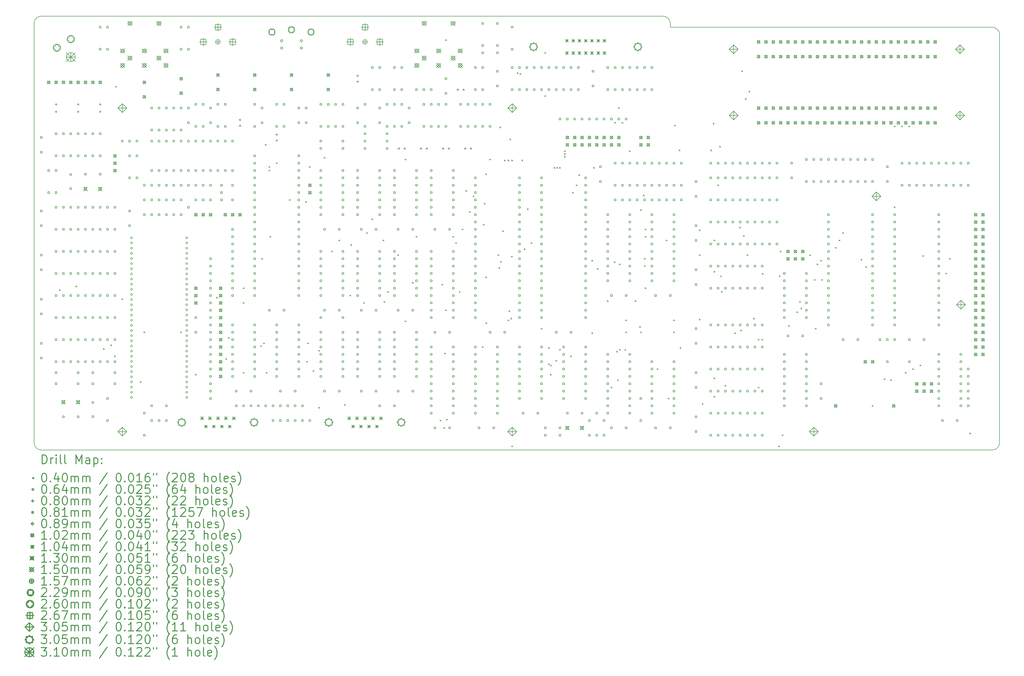
<source format=gbr>
%FSLAX45Y45*%
G04 Gerber Fmt 4.5, Leading zero omitted, Abs format (unit mm)*
G04 Created by KiCad (PCBNEW 5.1.9-1.fc33) date 2021-02-19 03:11:10*
%MOMM*%
%LPD*%
G01*
G04 APERTURE LIST*
%TA.AperFunction,Profile*%
%ADD10C,0.150000*%
%TD*%
%ADD11C,0.200000*%
%ADD12C,0.300000*%
G04 APERTURE END LIST*
D10*
X25781000Y-4953000D02*
X36893500Y-4953000D01*
X25781000Y-4826000D02*
X25781000Y-4953000D01*
X25781000Y-4826000D02*
G75*
G03*
X25527000Y-4572000I-254000J0D01*
G01*
X4064000Y-4572000D02*
X25527000Y-4572000D01*
X3810000Y-19304000D02*
X3810000Y-4826000D01*
X37147500Y-19304000D02*
X37147500Y-5207000D01*
X37147500Y-5207000D02*
G75*
G03*
X36893500Y-4953000I-254000J0D01*
G01*
X36893500Y-19558000D02*
X4064000Y-19558000D01*
X36893500Y-19558000D02*
G75*
G03*
X37147500Y-19304000I0J254000D01*
G01*
X4064000Y-4572000D02*
G75*
G03*
X3810000Y-4826000I0J-254000D01*
G01*
X3810000Y-19304000D02*
G75*
G03*
X4064000Y-19558000I254000J0D01*
G01*
D11*
X4679000Y-14013500D02*
X4719000Y-14053500D01*
X4719000Y-14013500D02*
X4679000Y-14053500D01*
X5250500Y-13886500D02*
X5290500Y-13926500D01*
X5290500Y-13886500D02*
X5250500Y-13926500D01*
X6203000Y-16045500D02*
X6243000Y-16085500D01*
X6243000Y-16045500D02*
X6203000Y-16085500D01*
X6457000Y-15918500D02*
X6497000Y-15958500D01*
X6497000Y-15918500D02*
X6457000Y-15958500D01*
X6584000Y-16299500D02*
X6624000Y-16339500D01*
X6624000Y-16299500D02*
X6584000Y-16339500D01*
X6622100Y-6990400D02*
X6662100Y-7030400D01*
X6662100Y-6990400D02*
X6622100Y-7030400D01*
X6838000Y-14331000D02*
X6878000Y-14371000D01*
X6878000Y-14331000D02*
X6838000Y-14371000D01*
X7473000Y-17188500D02*
X7513000Y-17228500D01*
X7513000Y-17188500D02*
X7473000Y-17228500D01*
X7600000Y-15474000D02*
X7640000Y-15514000D01*
X7640000Y-15474000D02*
X7600000Y-15514000D01*
X8870000Y-15474000D02*
X8910000Y-15514000D01*
X8910000Y-15474000D02*
X8870000Y-15514000D01*
X9378000Y-16934500D02*
X9418000Y-16974500D01*
X9418000Y-16934500D02*
X9378000Y-16974500D01*
X10108250Y-14278176D02*
X10148250Y-14318176D01*
X10148250Y-14278176D02*
X10108250Y-14318176D01*
X10425750Y-16394750D02*
X10465750Y-16434750D01*
X10465750Y-16394750D02*
X10425750Y-16434750D01*
X10521000Y-15664501D02*
X10561000Y-15704501D01*
X10561000Y-15664501D02*
X10521000Y-15704501D01*
X11029000Y-13950000D02*
X11069000Y-13990000D01*
X11069000Y-13950000D02*
X11029000Y-13990000D01*
X11029000Y-14458000D02*
X11069000Y-14498000D01*
X11069000Y-14458000D02*
X11029000Y-14498000D01*
X11029000Y-16871000D02*
X11069000Y-16911000D01*
X11069000Y-16871000D02*
X11029000Y-16911000D01*
X11632250Y-15950250D02*
X11672250Y-15990250D01*
X11672250Y-15950250D02*
X11632250Y-15990250D01*
X11664000Y-12934000D02*
X11704000Y-12974000D01*
X11704000Y-12934000D02*
X11664000Y-12974000D01*
X11727500Y-15855000D02*
X11767500Y-15895000D01*
X11767500Y-15855000D02*
X11727500Y-15895000D01*
X11791000Y-8997000D02*
X11831000Y-9037000D01*
X11831000Y-8997000D02*
X11791000Y-9037000D01*
X11822750Y-16871000D02*
X11862750Y-16911000D01*
X11862750Y-16871000D02*
X11822750Y-16911000D01*
X11918000Y-9759000D02*
X11958000Y-9799000D01*
X11958000Y-9759000D02*
X11918000Y-9799000D01*
X11918000Y-9886000D02*
X11958000Y-9926000D01*
X11958000Y-9886000D02*
X11918000Y-9926000D01*
X11949750Y-12172000D02*
X11989750Y-12212000D01*
X11989750Y-12172000D02*
X11949750Y-12212000D01*
X12172000Y-9632000D02*
X12212000Y-9672000D01*
X12212000Y-9632000D02*
X12172000Y-9672000D01*
X12616500Y-10902000D02*
X12656500Y-10942000D01*
X12656500Y-10902000D02*
X12616500Y-10942000D01*
X13188000Y-10965500D02*
X13228000Y-11005500D01*
X13228000Y-10965500D02*
X13188000Y-11005500D01*
X13219750Y-16490000D02*
X13259750Y-16530000D01*
X13259750Y-16490000D02*
X13219750Y-16530000D01*
X13251500Y-15855000D02*
X13291500Y-15895000D01*
X13291500Y-15855000D02*
X13251500Y-15895000D01*
X13315000Y-9759000D02*
X13355000Y-9799000D01*
X13355000Y-9759000D02*
X13315000Y-9799000D01*
X13442000Y-16807500D02*
X13482000Y-16847500D01*
X13482000Y-16807500D02*
X13442000Y-16847500D01*
X13632500Y-16109000D02*
X13672500Y-16149000D01*
X13672500Y-16109000D02*
X13632500Y-16149000D01*
X13632500Y-18077500D02*
X13672500Y-18117500D01*
X13672500Y-18077500D02*
X13632500Y-18117500D01*
X13823000Y-9441499D02*
X13863000Y-9481499D01*
X13863000Y-9441499D02*
X13823000Y-9481499D01*
X14077000Y-12680000D02*
X14117000Y-12720000D01*
X14117000Y-12680000D02*
X14077000Y-12720000D01*
X14331000Y-12299000D02*
X14371000Y-12339000D01*
X14371000Y-12299000D02*
X14331000Y-12339000D01*
X14521500Y-17982250D02*
X14561500Y-18022250D01*
X14561500Y-17982250D02*
X14521500Y-18022250D01*
X14712000Y-14204000D02*
X14752000Y-14244000D01*
X14752000Y-14204000D02*
X14712000Y-14244000D01*
X14743750Y-12457750D02*
X14783750Y-12497750D01*
X14783750Y-12457750D02*
X14743750Y-12497750D01*
X15188251Y-14458000D02*
X15228251Y-14498000D01*
X15228251Y-14458000D02*
X15188251Y-14498000D01*
X15287780Y-12045000D02*
X15327780Y-12085000D01*
X15327780Y-12045000D02*
X15287780Y-12085000D01*
X15474000Y-11568750D02*
X15514000Y-11608750D01*
X15514000Y-11568750D02*
X15474000Y-11608750D01*
X15855000Y-12299000D02*
X15895000Y-12339000D01*
X15895000Y-12299000D02*
X15855000Y-12339000D01*
X15886750Y-14426250D02*
X15926750Y-14466250D01*
X15926750Y-14426250D02*
X15886750Y-14466250D01*
X16013750Y-14077000D02*
X16053750Y-14117000D01*
X16053750Y-14077000D02*
X16013750Y-14117000D01*
X16363000Y-12807000D02*
X16403000Y-12847000D01*
X16403000Y-12807000D02*
X16363000Y-12847000D01*
X16617000Y-9505000D02*
X16657000Y-9545000D01*
X16657000Y-9505000D02*
X16617000Y-9545000D01*
X16617000Y-15093000D02*
X16657000Y-15133000D01*
X16657000Y-15093000D02*
X16617000Y-15133000D01*
X16871000Y-13759499D02*
X16911000Y-13799499D01*
X16911000Y-13759499D02*
X16871000Y-13799499D01*
X16998000Y-12172000D02*
X17038000Y-12212000D01*
X17038000Y-12172000D02*
X16998000Y-12212000D01*
X17823500Y-18522000D02*
X17863500Y-18562000D01*
X17863500Y-18522000D02*
X17823500Y-18562000D01*
X17887000Y-13823000D02*
X17927000Y-13863000D01*
X17927000Y-13823000D02*
X17887000Y-13863000D01*
X17950500Y-18776000D02*
X17990500Y-18816000D01*
X17990500Y-18776000D02*
X17950500Y-18816000D01*
X17982250Y-16204250D02*
X18022250Y-16244250D01*
X18022250Y-16204250D02*
X17982250Y-16244250D01*
X18014000Y-5377500D02*
X18054000Y-5417500D01*
X18054000Y-5377500D02*
X18014000Y-5417500D01*
X18014000Y-14712000D02*
X18054000Y-14752000D01*
X18054000Y-14712000D02*
X18014000Y-14752000D01*
X18045750Y-18490250D02*
X18085750Y-18530250D01*
X18085750Y-18490250D02*
X18045750Y-18530250D01*
X18268000Y-12172000D02*
X18308000Y-12212000D01*
X18308000Y-12172000D02*
X18268000Y-12212000D01*
X18363250Y-12394250D02*
X18403250Y-12434250D01*
X18403250Y-12394250D02*
X18363250Y-12434250D01*
X18490250Y-14077000D02*
X18530250Y-14117000D01*
X18530250Y-14077000D02*
X18490250Y-14117000D01*
X18585500Y-11918000D02*
X18625500Y-11958000D01*
X18625500Y-11918000D02*
X18585500Y-11958000D01*
X18712500Y-10584500D02*
X18752500Y-10624500D01*
X18752500Y-10584500D02*
X18712500Y-10624500D01*
X18839500Y-11314750D02*
X18879500Y-11354750D01*
X18879500Y-11314750D02*
X18839500Y-11354750D01*
X18966500Y-10775000D02*
X19006500Y-10815000D01*
X19006500Y-10775000D02*
X18966500Y-10815000D01*
X19284000Y-15982000D02*
X19324000Y-16022000D01*
X19324000Y-15982000D02*
X19284000Y-16022000D01*
X19315749Y-11759250D02*
X19355749Y-11799250D01*
X19355749Y-11759250D02*
X19315749Y-11799250D01*
X19347500Y-11029000D02*
X19387500Y-11069000D01*
X19387500Y-11029000D02*
X19347500Y-11069000D01*
X19400323Y-10013000D02*
X19440323Y-10053000D01*
X19440323Y-10013000D02*
X19400323Y-10053000D01*
X19401949Y-13574549D02*
X19441949Y-13614549D01*
X19441949Y-13574549D02*
X19401949Y-13614549D01*
X19411000Y-15156500D02*
X19451000Y-15196500D01*
X19451000Y-15156500D02*
X19411000Y-15196500D01*
X19538000Y-9505000D02*
X19578000Y-9545000D01*
X19578000Y-9505000D02*
X19538000Y-9545000D01*
X19823750Y-12807000D02*
X19863750Y-12847000D01*
X19863750Y-12807000D02*
X19823750Y-12847000D01*
X19855500Y-13251500D02*
X19895500Y-13291500D01*
X19895500Y-13251500D02*
X19855500Y-13291500D01*
X19887250Y-8393750D02*
X19927250Y-8433750D01*
X19927250Y-8393750D02*
X19887250Y-8433750D01*
X19911703Y-13036550D02*
X19951703Y-13076550D01*
X19951703Y-13036550D02*
X19911703Y-13076550D01*
X19982500Y-11981500D02*
X20022500Y-12021500D01*
X20022500Y-11981500D02*
X19982500Y-12021500D01*
X20046000Y-9536750D02*
X20086000Y-9576750D01*
X20086000Y-9536750D02*
X20046000Y-9576750D01*
X20173000Y-9536750D02*
X20213000Y-9576750D01*
X20213000Y-9536750D02*
X20173000Y-9576750D01*
X20173000Y-15061251D02*
X20213000Y-15101251D01*
X20213000Y-15061251D02*
X20173000Y-15101251D01*
X20204750Y-14743750D02*
X20244750Y-14783750D01*
X20244750Y-14743750D02*
X20204750Y-14783750D01*
X20236500Y-8806500D02*
X20276500Y-8846500D01*
X20276500Y-8806500D02*
X20236500Y-8846500D01*
X20268250Y-14997750D02*
X20308250Y-15037750D01*
X20308250Y-14997750D02*
X20268250Y-15037750D01*
X20288654Y-12859154D02*
X20328654Y-12899154D01*
X20328654Y-12859154D02*
X20288654Y-12899154D01*
X20300000Y-9536750D02*
X20340000Y-9576750D01*
X20340000Y-9536750D02*
X20300000Y-9576750D01*
X20300000Y-19411000D02*
X20340000Y-19451000D01*
X20340000Y-19411000D02*
X20300000Y-19451000D01*
X20490500Y-6520500D02*
X20530500Y-6560500D01*
X20530500Y-6520500D02*
X20490500Y-6560500D01*
X20585750Y-6552250D02*
X20625750Y-6592250D01*
X20625750Y-6552250D02*
X20585750Y-6592250D01*
X20649250Y-9536750D02*
X20689250Y-9576750D01*
X20689250Y-9536750D02*
X20649250Y-9576750D01*
X20728625Y-12600625D02*
X20768625Y-12640625D01*
X20768625Y-12600625D02*
X20728625Y-12640625D01*
X20839750Y-11219500D02*
X20879750Y-11259500D01*
X20879750Y-11219500D02*
X20839750Y-11259500D01*
X20965000Y-12392500D02*
X21005000Y-12432500D01*
X21005000Y-12392500D02*
X20965000Y-12432500D01*
X21316000Y-15347000D02*
X21356000Y-15387000D01*
X21356000Y-15347000D02*
X21316000Y-15387000D01*
X21443000Y-5822000D02*
X21483000Y-5862000D01*
X21483000Y-5822000D02*
X21443000Y-5862000D01*
X21443000Y-7314250D02*
X21483000Y-7354250D01*
X21483000Y-7314250D02*
X21443000Y-7354250D01*
X21570000Y-16013750D02*
X21610000Y-16053750D01*
X21610000Y-16013750D02*
X21570000Y-16053750D01*
X21570000Y-16575251D02*
X21610000Y-16615251D01*
X21610000Y-16575251D02*
X21570000Y-16615251D01*
X21633500Y-16934500D02*
X21673500Y-16974500D01*
X21673500Y-16934500D02*
X21633500Y-16974500D01*
X21636847Y-16619200D02*
X21676847Y-16659200D01*
X21676847Y-16619200D02*
X21636847Y-16659200D01*
X21760500Y-9790750D02*
X21800500Y-9830750D01*
X21800500Y-9790750D02*
X21760500Y-9830750D01*
X21824001Y-16458251D02*
X21864001Y-16498251D01*
X21864001Y-16458251D02*
X21824001Y-16498251D01*
X21855750Y-9790750D02*
X21895750Y-9830750D01*
X21895750Y-9790750D02*
X21855750Y-9830750D01*
X21951000Y-9790750D02*
X21991000Y-9830750D01*
X21991000Y-9790750D02*
X21951000Y-9830750D01*
X21951000Y-16077250D02*
X21991000Y-16117250D01*
X21991000Y-16077250D02*
X21951000Y-16117250D01*
X22120426Y-9219250D02*
X22160426Y-9259250D01*
X22160426Y-9219250D02*
X22120426Y-9259250D01*
X22120426Y-9409750D02*
X22160426Y-9449750D01*
X22160426Y-9409750D02*
X22120426Y-9449750D01*
X22120427Y-9314500D02*
X22160427Y-9354500D01*
X22160427Y-9314500D02*
X22120427Y-9354500D01*
X22332000Y-16299501D02*
X22372000Y-16339501D01*
X22372000Y-16299501D02*
X22332000Y-16339501D01*
X22395500Y-10648000D02*
X22435500Y-10688000D01*
X22435500Y-10648000D02*
X22395500Y-10688000D01*
X22522500Y-10394000D02*
X22562500Y-10434000D01*
X22562500Y-10394000D02*
X22522500Y-10434000D01*
X22617750Y-10044750D02*
X22657750Y-10084750D01*
X22657750Y-10044750D02*
X22617750Y-10084750D01*
X23062250Y-12997500D02*
X23102250Y-13037500D01*
X23102250Y-12997500D02*
X23062250Y-13037500D01*
X23062250Y-15505750D02*
X23102250Y-15545750D01*
X23102250Y-15505750D02*
X23062250Y-15545750D01*
X23125751Y-9790750D02*
X23165751Y-9830750D01*
X23165751Y-9790750D02*
X23125751Y-9830750D01*
X23252750Y-13283250D02*
X23292750Y-13323250D01*
X23292750Y-13283250D02*
X23252750Y-13323250D01*
X23602000Y-14394500D02*
X23642000Y-14434500D01*
X23642000Y-14394500D02*
X23602000Y-14434500D01*
X23729000Y-17379000D02*
X23769000Y-17419000D01*
X23769000Y-17379000D02*
X23729000Y-17419000D01*
X23837985Y-13047265D02*
X23877985Y-13087265D01*
X23877985Y-13047265D02*
X23837985Y-13087265D01*
X23856000Y-8235000D02*
X23896000Y-8275000D01*
X23896000Y-8235000D02*
X23856000Y-8275000D01*
X23919500Y-16140750D02*
X23959500Y-16180750D01*
X23959500Y-16140750D02*
X23919500Y-16180750D01*
X23951250Y-17125000D02*
X23991250Y-17165000D01*
X23991250Y-17125000D02*
X23951250Y-17165000D01*
X23983000Y-7727000D02*
X24023000Y-7767000D01*
X24023000Y-7727000D02*
X23983000Y-7767000D01*
X24014750Y-13124500D02*
X24054750Y-13164500D01*
X24054750Y-13124500D02*
X24014750Y-13164500D01*
X24014750Y-16077250D02*
X24054750Y-16117250D01*
X24054750Y-16077250D02*
X24014750Y-16117250D01*
X24110000Y-8235000D02*
X24150000Y-8275000D01*
X24150000Y-8235000D02*
X24110000Y-8275000D01*
X24205250Y-16077250D02*
X24245250Y-16117250D01*
X24245250Y-16077250D02*
X24205250Y-16117250D01*
X24237000Y-15474000D02*
X24277000Y-15514000D01*
X24277000Y-15474000D02*
X24237000Y-15514000D01*
X24237000Y-15061250D02*
X24277000Y-15101250D01*
X24277000Y-15061250D02*
X24237000Y-15101250D01*
X24364000Y-9219250D02*
X24404000Y-9259250D01*
X24404000Y-9219250D02*
X24364000Y-9259250D01*
X24554500Y-14394500D02*
X24594500Y-14434500D01*
X24594500Y-14394500D02*
X24554500Y-14434500D01*
X24713250Y-15283500D02*
X24753250Y-15323500D01*
X24753250Y-15283500D02*
X24713250Y-15323500D01*
X24745000Y-11251250D02*
X24785000Y-11291250D01*
X24785000Y-11251250D02*
X24745000Y-11291250D01*
X24745000Y-15474000D02*
X24785000Y-15514000D01*
X24785000Y-15474000D02*
X24745000Y-15514000D01*
X24843847Y-10746847D02*
X24883847Y-10786847D01*
X24883847Y-10746847D02*
X24843847Y-10786847D01*
X24876281Y-12934000D02*
X24916281Y-12974000D01*
X24916281Y-12934000D02*
X24876281Y-12974000D01*
X24876281Y-13188000D02*
X24916281Y-13228000D01*
X24916281Y-13188000D02*
X24876281Y-13228000D01*
X24903750Y-11918000D02*
X24943750Y-11958000D01*
X24943750Y-11918000D02*
X24903750Y-11958000D01*
X24903750Y-12172000D02*
X24943750Y-12212000D01*
X24943750Y-12172000D02*
X24903750Y-12212000D01*
X24904549Y-13949201D02*
X24944549Y-13989201D01*
X24944549Y-13949201D02*
X24904549Y-13989201D01*
X25316501Y-16744000D02*
X25356501Y-16784000D01*
X25356501Y-16744000D02*
X25316501Y-16784000D01*
X25634000Y-12299000D02*
X25674000Y-12339000D01*
X25674000Y-12299000D02*
X25634000Y-12339000D01*
X25697499Y-17760000D02*
X25737499Y-17800000D01*
X25737499Y-17760000D02*
X25697499Y-17800000D01*
X25888000Y-15061250D02*
X25928000Y-15101250D01*
X25928000Y-15061250D02*
X25888000Y-15101250D01*
X25888000Y-15474000D02*
X25928000Y-15514000D01*
X25928000Y-15474000D02*
X25888000Y-15514000D01*
X25919750Y-8330250D02*
X25959750Y-8370250D01*
X25959750Y-8330250D02*
X25919750Y-8370250D01*
X26078500Y-9187500D02*
X26118500Y-9227500D01*
X26118500Y-9187500D02*
X26078500Y-9227500D01*
X26110250Y-16013750D02*
X26150250Y-16053750D01*
X26150250Y-16013750D02*
X26110250Y-16053750D01*
X26777000Y-11949750D02*
X26817000Y-11989750D01*
X26817000Y-11949750D02*
X26777000Y-11989750D01*
X26777000Y-12807000D02*
X26817000Y-12847000D01*
X26817000Y-12807000D02*
X26777000Y-12847000D01*
X26777000Y-15029500D02*
X26817000Y-15069500D01*
X26817000Y-15029500D02*
X26777000Y-15069500D01*
X26872250Y-17950500D02*
X26912250Y-17990500D01*
X26912250Y-17950500D02*
X26872250Y-17990500D01*
X27168676Y-9187500D02*
X27208676Y-9227500D01*
X27208676Y-9187500D02*
X27168676Y-9227500D01*
X27253250Y-8266750D02*
X27293250Y-8306750D01*
X27293250Y-8266750D02*
X27253250Y-8306750D01*
X27285000Y-12299000D02*
X27325000Y-12339000D01*
X27325000Y-12299000D02*
X27285000Y-12339000D01*
X27285000Y-13378500D02*
X27325000Y-13418500D01*
X27325000Y-13378500D02*
X27285000Y-13418500D01*
X27285000Y-17061500D02*
X27325000Y-17101500D01*
X27325000Y-17061500D02*
X27285000Y-17101500D01*
X27285000Y-17696500D02*
X27325000Y-17736500D01*
X27325000Y-17696500D02*
X27285000Y-17736500D01*
X27412000Y-10394000D02*
X27452000Y-10434000D01*
X27452000Y-10394000D02*
X27412000Y-10434000D01*
X27475500Y-9060500D02*
X27515500Y-9100500D01*
X27515500Y-9060500D02*
X27475500Y-9100500D01*
X27507250Y-13537250D02*
X27547250Y-13577250D01*
X27547250Y-13537250D02*
X27507250Y-13577250D01*
X27539000Y-14077000D02*
X27579000Y-14117000D01*
X27579000Y-14077000D02*
X27539000Y-14117000D01*
X27666001Y-17319780D02*
X27706001Y-17359780D01*
X27706001Y-17319780D02*
X27666001Y-17359780D01*
X28004573Y-15505750D02*
X28044573Y-15545750D01*
X28044573Y-15505750D02*
X28004573Y-15545750D01*
X28174000Y-11854500D02*
X28214000Y-11894500D01*
X28214000Y-11854500D02*
X28174000Y-11894500D01*
X28205750Y-15410500D02*
X28245750Y-15450500D01*
X28245750Y-15410500D02*
X28205750Y-15450500D01*
X28237500Y-6457000D02*
X28277500Y-6497000D01*
X28277500Y-6457000D02*
X28237500Y-6497000D01*
X28301000Y-12140250D02*
X28341000Y-12180250D01*
X28341000Y-12140250D02*
X28301000Y-12180250D01*
X28364500Y-7409500D02*
X28404500Y-7449500D01*
X28404500Y-7409500D02*
X28364500Y-7449500D01*
X28428000Y-12807000D02*
X28468000Y-12847000D01*
X28468000Y-12807000D02*
X28428000Y-12847000D01*
X28491500Y-7155501D02*
X28531500Y-7195501D01*
X28531500Y-7155501D02*
X28491500Y-7195501D01*
X28650249Y-14997750D02*
X28690249Y-15037750D01*
X28690249Y-14997750D02*
X28650249Y-15037750D01*
X28809000Y-15728000D02*
X28849000Y-15768000D01*
X28849000Y-15728000D02*
X28809000Y-15768000D01*
X28809000Y-17379000D02*
X28849000Y-17419000D01*
X28849000Y-17379000D02*
X28809000Y-17419000D01*
X28936000Y-15728000D02*
X28976000Y-15768000D01*
X28976000Y-15728000D02*
X28936000Y-15768000D01*
X28950770Y-13454700D02*
X28990770Y-13494700D01*
X28990770Y-13454700D02*
X28950770Y-13494700D01*
X29507500Y-19411000D02*
X29547500Y-19451000D01*
X29547500Y-19411000D02*
X29507500Y-19451000D01*
X29539250Y-13537252D02*
X29579250Y-13577252D01*
X29579250Y-13537252D02*
X29539250Y-13577252D01*
X29571000Y-12680000D02*
X29611000Y-12720000D01*
X29611000Y-12680000D02*
X29571000Y-12720000D01*
X29634500Y-19030000D02*
X29674500Y-19070000D01*
X29674500Y-19030000D02*
X29634500Y-19070000D01*
X29856750Y-15251750D02*
X29896750Y-15291750D01*
X29896750Y-15251750D02*
X29856750Y-15291750D01*
X30142853Y-14775853D02*
X30182853Y-14815853D01*
X30182853Y-14775853D02*
X30142853Y-14815853D01*
X30237750Y-14426250D02*
X30277750Y-14466250D01*
X30277750Y-14426250D02*
X30237750Y-14466250D01*
X30284575Y-14648500D02*
X30324575Y-14688500D01*
X30324575Y-14648500D02*
X30284575Y-14688500D01*
X30587000Y-12807000D02*
X30627000Y-12847000D01*
X30627000Y-12807000D02*
X30587000Y-12847000D01*
X30745750Y-13664250D02*
X30785750Y-13704250D01*
X30785750Y-13664250D02*
X30745750Y-13704250D01*
X30777500Y-15347000D02*
X30817500Y-15387000D01*
X30817500Y-15347000D02*
X30777500Y-15387000D01*
X30841000Y-13124500D02*
X30881000Y-13164500D01*
X30881000Y-13124500D02*
X30841000Y-13164500D01*
X30968000Y-12997500D02*
X31008000Y-13037500D01*
X31008000Y-12997500D02*
X30968000Y-13037500D01*
X30999750Y-13664250D02*
X31039750Y-13704250D01*
X31039750Y-13664250D02*
X30999750Y-13704250D01*
X31476000Y-12553000D02*
X31516000Y-12593000D01*
X31516000Y-12553000D02*
X31476000Y-12593000D01*
X31603000Y-12299000D02*
X31643000Y-12339000D01*
X31643000Y-12299000D02*
X31603000Y-12339000D01*
X31730000Y-12045000D02*
X31770000Y-12085000D01*
X31770000Y-12045000D02*
X31730000Y-12085000D01*
X32365000Y-12965750D02*
X32405000Y-13005750D01*
X32405000Y-12965750D02*
X32365000Y-13005750D01*
X32523750Y-13219750D02*
X32563750Y-13259750D01*
X32563750Y-13219750D02*
X32523750Y-13259750D01*
X32746000Y-18014000D02*
X32786000Y-18054000D01*
X32786000Y-18014000D02*
X32746000Y-18054000D01*
X33158750Y-17093250D02*
X33198750Y-17133250D01*
X33198750Y-17093250D02*
X33158750Y-17133250D01*
X33380999Y-17124999D02*
X33420999Y-17164999D01*
X33420999Y-17124999D02*
X33380999Y-17164999D01*
X33508000Y-8362000D02*
X33548000Y-8402000D01*
X33548000Y-8362000D02*
X33508000Y-8402000D01*
X33508000Y-11156000D02*
X33548000Y-11196000D01*
X33548000Y-11156000D02*
X33508000Y-11196000D01*
X33762000Y-8362000D02*
X33802000Y-8402000D01*
X33802000Y-8362000D02*
X33762000Y-8402000D01*
X33889000Y-16871000D02*
X33929000Y-16911000D01*
X33929000Y-16871000D02*
X33889000Y-16911000D01*
X34016000Y-8362000D02*
X34056000Y-8402000D01*
X34056000Y-8362000D02*
X34016000Y-8402000D01*
X34143000Y-16744000D02*
X34183000Y-16784000D01*
X34183000Y-16744000D02*
X34143000Y-16784000D01*
X34397000Y-16617001D02*
X34437000Y-16657001D01*
X34437000Y-16617001D02*
X34397000Y-16657001D01*
X34492250Y-12838750D02*
X34532250Y-12878750D01*
X34532250Y-12838750D02*
X34492250Y-12878750D01*
X35286000Y-13442000D02*
X35326000Y-13482000D01*
X35326000Y-13442000D02*
X35286000Y-13482000D01*
X35413000Y-12934000D02*
X35453000Y-12974000D01*
X35453000Y-12934000D02*
X35413000Y-12974000D01*
X36111500Y-18966500D02*
X36151500Y-19006500D01*
X36151500Y-18966500D02*
X36111500Y-19006500D01*
X7207250Y-12230100D02*
G75*
G03*
X7207250Y-12230100I-31750J0D01*
G01*
X7207250Y-12407900D02*
G75*
G03*
X7207250Y-12407900I-31750J0D01*
G01*
X7207250Y-12585700D02*
G75*
G03*
X7207250Y-12585700I-31750J0D01*
G01*
X7207250Y-12763500D02*
G75*
G03*
X7207250Y-12763500I-31750J0D01*
G01*
X7207250Y-12941300D02*
G75*
G03*
X7207250Y-12941300I-31750J0D01*
G01*
X7207250Y-13119100D02*
G75*
G03*
X7207250Y-13119100I-31750J0D01*
G01*
X7207250Y-13296900D02*
G75*
G03*
X7207250Y-13296900I-31750J0D01*
G01*
X7207250Y-13474700D02*
G75*
G03*
X7207250Y-13474700I-31750J0D01*
G01*
X7207250Y-13652500D02*
G75*
G03*
X7207250Y-13652500I-31750J0D01*
G01*
X7207250Y-13830300D02*
G75*
G03*
X7207250Y-13830300I-31750J0D01*
G01*
X7207250Y-14008100D02*
G75*
G03*
X7207250Y-14008100I-31750J0D01*
G01*
X7207250Y-14185900D02*
G75*
G03*
X7207250Y-14185900I-31750J0D01*
G01*
X7207250Y-14363700D02*
G75*
G03*
X7207250Y-14363700I-31750J0D01*
G01*
X7207250Y-14541500D02*
G75*
G03*
X7207250Y-14541500I-31750J0D01*
G01*
X7207250Y-14719300D02*
G75*
G03*
X7207250Y-14719300I-31750J0D01*
G01*
X7207250Y-14897100D02*
G75*
G03*
X7207250Y-14897100I-31750J0D01*
G01*
X7207250Y-15074900D02*
G75*
G03*
X7207250Y-15074900I-31750J0D01*
G01*
X7207250Y-15252700D02*
G75*
G03*
X7207250Y-15252700I-31750J0D01*
G01*
X7207250Y-15430500D02*
G75*
G03*
X7207250Y-15430500I-31750J0D01*
G01*
X7207250Y-15608300D02*
G75*
G03*
X7207250Y-15608300I-31750J0D01*
G01*
X7207250Y-15786100D02*
G75*
G03*
X7207250Y-15786100I-31750J0D01*
G01*
X7207250Y-15963900D02*
G75*
G03*
X7207250Y-15963900I-31750J0D01*
G01*
X7207250Y-16141700D02*
G75*
G03*
X7207250Y-16141700I-31750J0D01*
G01*
X7207250Y-16319500D02*
G75*
G03*
X7207250Y-16319500I-31750J0D01*
G01*
X7207250Y-16497300D02*
G75*
G03*
X7207250Y-16497300I-31750J0D01*
G01*
X7207250Y-16675100D02*
G75*
G03*
X7207250Y-16675100I-31750J0D01*
G01*
X7207250Y-16852900D02*
G75*
G03*
X7207250Y-16852900I-31750J0D01*
G01*
X7207250Y-17030700D02*
G75*
G03*
X7207250Y-17030700I-31750J0D01*
G01*
X7207250Y-17208500D02*
G75*
G03*
X7207250Y-17208500I-31750J0D01*
G01*
X7207250Y-17386300D02*
G75*
G03*
X7207250Y-17386300I-31750J0D01*
G01*
X7207250Y-17564100D02*
G75*
G03*
X7207250Y-17564100I-31750J0D01*
G01*
X7207250Y-17741900D02*
G75*
G03*
X7207250Y-17741900I-31750J0D01*
G01*
X9112250Y-12230100D02*
G75*
G03*
X9112250Y-12230100I-31750J0D01*
G01*
X9112250Y-12407900D02*
G75*
G03*
X9112250Y-12407900I-31750J0D01*
G01*
X9112250Y-12585700D02*
G75*
G03*
X9112250Y-12585700I-31750J0D01*
G01*
X9112250Y-12763500D02*
G75*
G03*
X9112250Y-12763500I-31750J0D01*
G01*
X9112250Y-12941300D02*
G75*
G03*
X9112250Y-12941300I-31750J0D01*
G01*
X9112250Y-13119100D02*
G75*
G03*
X9112250Y-13119100I-31750J0D01*
G01*
X9112250Y-13296900D02*
G75*
G03*
X9112250Y-13296900I-31750J0D01*
G01*
X9112250Y-13474700D02*
G75*
G03*
X9112250Y-13474700I-31750J0D01*
G01*
X9112250Y-13652500D02*
G75*
G03*
X9112250Y-13652500I-31750J0D01*
G01*
X9112250Y-13830300D02*
G75*
G03*
X9112250Y-13830300I-31750J0D01*
G01*
X9112250Y-14008100D02*
G75*
G03*
X9112250Y-14008100I-31750J0D01*
G01*
X9112250Y-14185900D02*
G75*
G03*
X9112250Y-14185900I-31750J0D01*
G01*
X9112250Y-14363700D02*
G75*
G03*
X9112250Y-14363700I-31750J0D01*
G01*
X9112250Y-14541500D02*
G75*
G03*
X9112250Y-14541500I-31750J0D01*
G01*
X9112250Y-14719300D02*
G75*
G03*
X9112250Y-14719300I-31750J0D01*
G01*
X9112250Y-14897100D02*
G75*
G03*
X9112250Y-14897100I-31750J0D01*
G01*
X9112250Y-15074900D02*
G75*
G03*
X9112250Y-15074900I-31750J0D01*
G01*
X9112250Y-15252700D02*
G75*
G03*
X9112250Y-15252700I-31750J0D01*
G01*
X9112250Y-15430500D02*
G75*
G03*
X9112250Y-15430500I-31750J0D01*
G01*
X9112250Y-15608300D02*
G75*
G03*
X9112250Y-15608300I-31750J0D01*
G01*
X9112250Y-15786100D02*
G75*
G03*
X9112250Y-15786100I-31750J0D01*
G01*
X9112250Y-15963900D02*
G75*
G03*
X9112250Y-15963900I-31750J0D01*
G01*
X9112250Y-16141700D02*
G75*
G03*
X9112250Y-16141700I-31750J0D01*
G01*
X9112250Y-16319500D02*
G75*
G03*
X9112250Y-16319500I-31750J0D01*
G01*
X9112250Y-16497300D02*
G75*
G03*
X9112250Y-16497300I-31750J0D01*
G01*
X9112250Y-16675100D02*
G75*
G03*
X9112250Y-16675100I-31750J0D01*
G01*
X9112250Y-16852900D02*
G75*
G03*
X9112250Y-16852900I-31750J0D01*
G01*
X9112250Y-17030700D02*
G75*
G03*
X9112250Y-17030700I-31750J0D01*
G01*
X9112250Y-17208500D02*
G75*
G03*
X9112250Y-17208500I-31750J0D01*
G01*
X9112250Y-17386300D02*
G75*
G03*
X9112250Y-17386300I-31750J0D01*
G01*
X9112250Y-17564100D02*
G75*
G03*
X9112250Y-17564100I-31750J0D01*
G01*
X9112250Y-17741900D02*
G75*
G03*
X9112250Y-17741900I-31750J0D01*
G01*
X4572000Y-7581995D02*
X4572000Y-7662005D01*
X4531995Y-7622000D02*
X4612005Y-7622000D01*
X4572000Y-7831995D02*
X4572000Y-7912005D01*
X4531995Y-7872000D02*
X4612005Y-7872000D01*
X5334000Y-7581995D02*
X5334000Y-7662005D01*
X5293995Y-7622000D02*
X5374005Y-7622000D01*
X5334000Y-7831995D02*
X5334000Y-7912005D01*
X5293995Y-7872000D02*
X5374005Y-7872000D01*
X6096000Y-7581995D02*
X6096000Y-7662005D01*
X6055995Y-7622000D02*
X6136005Y-7622000D01*
X6096000Y-7831995D02*
X6096000Y-7912005D01*
X6055995Y-7872000D02*
X6136005Y-7872000D01*
X10922000Y-8114919D02*
X10922000Y-8194929D01*
X10881995Y-8154924D02*
X10962005Y-8154924D01*
X10922000Y-8315071D02*
X10922000Y-8395081D01*
X10881995Y-8355076D02*
X10962005Y-8355076D01*
X12192000Y-8622919D02*
X12192000Y-8702929D01*
X12151995Y-8662924D02*
X12232005Y-8662924D01*
X12192000Y-8823071D02*
X12192000Y-8903081D01*
X12151995Y-8863076D02*
X12232005Y-8863076D01*
X14986000Y-6590919D02*
X14986000Y-6670929D01*
X14945995Y-6630924D02*
X15026005Y-6630924D01*
X14986000Y-6791071D02*
X14986000Y-6871081D01*
X14945995Y-6831076D02*
X15026005Y-6831076D01*
X16409924Y-9103995D02*
X16409924Y-9184005D01*
X16369919Y-9144000D02*
X16449929Y-9144000D01*
X16610076Y-9103995D02*
X16610076Y-9184005D01*
X16570071Y-9144000D02*
X16650081Y-9144000D01*
X17171924Y-9103995D02*
X17171924Y-9184005D01*
X17131919Y-9144000D02*
X17211929Y-9144000D01*
X17372076Y-9103995D02*
X17372076Y-9184005D01*
X17332071Y-9144000D02*
X17412081Y-9144000D01*
X17933924Y-9103995D02*
X17933924Y-9184005D01*
X17893919Y-9144000D02*
X17973929Y-9144000D01*
X18134076Y-9103995D02*
X18134076Y-9184005D01*
X18094071Y-9144000D02*
X18174081Y-9144000D01*
X18441924Y-7071995D02*
X18441924Y-7152005D01*
X18401919Y-7112000D02*
X18481929Y-7112000D01*
X18642076Y-7071995D02*
X18642076Y-7152005D01*
X18602071Y-7112000D02*
X18682081Y-7112000D01*
X18695924Y-9103995D02*
X18695924Y-9184005D01*
X18655919Y-9144000D02*
X18735929Y-9144000D01*
X18896076Y-9103995D02*
X18896076Y-9184005D01*
X18856071Y-9144000D02*
X18936081Y-9144000D01*
X4092737Y-8791737D02*
X4092737Y-8734263D01*
X4035263Y-8734263D01*
X4035263Y-8791737D01*
X4092737Y-8791737D01*
X4092737Y-9299737D02*
X4092737Y-9242263D01*
X4035263Y-9242263D01*
X4035263Y-9299737D01*
X4092737Y-9299737D01*
X4092737Y-11331737D02*
X4092737Y-11274263D01*
X4035263Y-11274263D01*
X4035263Y-11331737D01*
X4092737Y-11331737D01*
X4092737Y-11839737D02*
X4092737Y-11782263D01*
X4035263Y-11782263D01*
X4035263Y-11839737D01*
X4092737Y-11839737D01*
X4092737Y-12855737D02*
X4092737Y-12798263D01*
X4035263Y-12798263D01*
X4035263Y-12855737D01*
X4092737Y-12855737D01*
X4092737Y-13363737D02*
X4092737Y-13306263D01*
X4035263Y-13306263D01*
X4035263Y-13363737D01*
X4092737Y-13363737D01*
X4092737Y-14379737D02*
X4092737Y-14322263D01*
X4035263Y-14322263D01*
X4035263Y-14379737D01*
X4092737Y-14379737D01*
X4092737Y-14887737D02*
X4092737Y-14830263D01*
X4035263Y-14830263D01*
X4035263Y-14887737D01*
X4092737Y-14887737D01*
X4092737Y-15903737D02*
X4092737Y-15846263D01*
X4035263Y-15846263D01*
X4035263Y-15903737D01*
X4092737Y-15903737D01*
X4092737Y-16411737D02*
X4092737Y-16354263D01*
X4035263Y-16354263D01*
X4035263Y-16411737D01*
X4092737Y-16411737D01*
X4346737Y-9934737D02*
X4346737Y-9877263D01*
X4289263Y-9877263D01*
X4289263Y-9934737D01*
X4346737Y-9934737D01*
X4346737Y-10696737D02*
X4346737Y-10639263D01*
X4289263Y-10639263D01*
X4289263Y-10696737D01*
X4346737Y-10696737D01*
X4600737Y-8664737D02*
X4600737Y-8607263D01*
X4543263Y-8607263D01*
X4543263Y-8664737D01*
X4600737Y-8664737D01*
X4600737Y-9426737D02*
X4600737Y-9369263D01*
X4543263Y-9369263D01*
X4543263Y-9426737D01*
X4600737Y-9426737D01*
X4600737Y-9934737D02*
X4600737Y-9877263D01*
X4543263Y-9877263D01*
X4543263Y-9934737D01*
X4600737Y-9934737D01*
X4600737Y-10696737D02*
X4600737Y-10639263D01*
X4543263Y-10639263D01*
X4543263Y-10696737D01*
X4600737Y-10696737D01*
X4600737Y-11204737D02*
X4600737Y-11147263D01*
X4543263Y-11147263D01*
X4543263Y-11204737D01*
X4600737Y-11204737D01*
X4600737Y-11966737D02*
X4600737Y-11909263D01*
X4543263Y-11909263D01*
X4543263Y-11966737D01*
X4600737Y-11966737D01*
X4600737Y-12728737D02*
X4600737Y-12671263D01*
X4543263Y-12671263D01*
X4543263Y-12728737D01*
X4600737Y-12728737D01*
X4600737Y-13490737D02*
X4600737Y-13433263D01*
X4543263Y-13433263D01*
X4543263Y-13490737D01*
X4600737Y-13490737D01*
X4600737Y-14252737D02*
X4600737Y-14195263D01*
X4543263Y-14195263D01*
X4543263Y-14252737D01*
X4600737Y-14252737D01*
X4600737Y-15014737D02*
X4600737Y-14957263D01*
X4543263Y-14957263D01*
X4543263Y-15014737D01*
X4600737Y-15014737D01*
X4600737Y-15776737D02*
X4600737Y-15719263D01*
X4543263Y-15719263D01*
X4543263Y-15776737D01*
X4600737Y-15776737D01*
X4600737Y-16538737D02*
X4600737Y-16481263D01*
X4543263Y-16481263D01*
X4543263Y-16538737D01*
X4600737Y-16538737D01*
X4600737Y-16919737D02*
X4600737Y-16862263D01*
X4543263Y-16862263D01*
X4543263Y-16919737D01*
X4600737Y-16919737D01*
X4600737Y-17300737D02*
X4600737Y-17243263D01*
X4543263Y-17243263D01*
X4543263Y-17300737D01*
X4600737Y-17300737D01*
X4854737Y-8664737D02*
X4854737Y-8607263D01*
X4797263Y-8607263D01*
X4797263Y-8664737D01*
X4854737Y-8664737D01*
X4854737Y-9426737D02*
X4854737Y-9369263D01*
X4797263Y-9369263D01*
X4797263Y-9426737D01*
X4854737Y-9426737D01*
X4854737Y-11204737D02*
X4854737Y-11147263D01*
X4797263Y-11147263D01*
X4797263Y-11204737D01*
X4854737Y-11204737D01*
X4854737Y-11966737D02*
X4854737Y-11909263D01*
X4797263Y-11909263D01*
X4797263Y-11966737D01*
X4854737Y-11966737D01*
X4854737Y-12728737D02*
X4854737Y-12671263D01*
X4797263Y-12671263D01*
X4797263Y-12728737D01*
X4854737Y-12728737D01*
X4854737Y-13490737D02*
X4854737Y-13433263D01*
X4797263Y-13433263D01*
X4797263Y-13490737D01*
X4854737Y-13490737D01*
X4854737Y-14252737D02*
X4854737Y-14195263D01*
X4797263Y-14195263D01*
X4797263Y-14252737D01*
X4854737Y-14252737D01*
X4854737Y-15014737D02*
X4854737Y-14957263D01*
X4797263Y-14957263D01*
X4797263Y-15014737D01*
X4854737Y-15014737D01*
X4854737Y-15776737D02*
X4854737Y-15719263D01*
X4797263Y-15719263D01*
X4797263Y-15776737D01*
X4854737Y-15776737D01*
X4854737Y-16538737D02*
X4854737Y-16481263D01*
X4797263Y-16481263D01*
X4797263Y-16538737D01*
X4854737Y-16538737D01*
X4854737Y-18443737D02*
X4854737Y-18386263D01*
X4797263Y-18386263D01*
X4797263Y-18443737D01*
X4854737Y-18443737D01*
X5108737Y-8664737D02*
X5108737Y-8607263D01*
X5051263Y-8607263D01*
X5051263Y-8664737D01*
X5108737Y-8664737D01*
X5108737Y-9426737D02*
X5108737Y-9369263D01*
X5051263Y-9369263D01*
X5051263Y-9426737D01*
X5108737Y-9426737D01*
X5108737Y-10071643D02*
X5108737Y-10014169D01*
X5051263Y-10014169D01*
X5051263Y-10071643D01*
X5108737Y-10071643D01*
X5108737Y-10559831D02*
X5108737Y-10502357D01*
X5051263Y-10502357D01*
X5051263Y-10559831D01*
X5108737Y-10559831D01*
X5108737Y-11204737D02*
X5108737Y-11147263D01*
X5051263Y-11147263D01*
X5051263Y-11204737D01*
X5108737Y-11204737D01*
X5108737Y-11966737D02*
X5108737Y-11909263D01*
X5051263Y-11909263D01*
X5051263Y-11966737D01*
X5108737Y-11966737D01*
X5108737Y-12728737D02*
X5108737Y-12671263D01*
X5051263Y-12671263D01*
X5051263Y-12728737D01*
X5108737Y-12728737D01*
X5108737Y-13490737D02*
X5108737Y-13433263D01*
X5051263Y-13433263D01*
X5051263Y-13490737D01*
X5108737Y-13490737D01*
X5108737Y-14252737D02*
X5108737Y-14195263D01*
X5051263Y-14195263D01*
X5051263Y-14252737D01*
X5108737Y-14252737D01*
X5108737Y-15014737D02*
X5108737Y-14957263D01*
X5051263Y-14957263D01*
X5051263Y-15014737D01*
X5108737Y-15014737D01*
X5108737Y-15776737D02*
X5108737Y-15719263D01*
X5051263Y-15719263D01*
X5051263Y-15776737D01*
X5108737Y-15776737D01*
X5108737Y-16538737D02*
X5108737Y-16481263D01*
X5051263Y-16481263D01*
X5051263Y-16538737D01*
X5108737Y-16538737D01*
X5362737Y-8664737D02*
X5362737Y-8607263D01*
X5305263Y-8607263D01*
X5305263Y-8664737D01*
X5362737Y-8664737D01*
X5362737Y-9426737D02*
X5362737Y-9369263D01*
X5305263Y-9369263D01*
X5305263Y-9426737D01*
X5362737Y-9426737D01*
X5362737Y-11204737D02*
X5362737Y-11147263D01*
X5305263Y-11147263D01*
X5305263Y-11204737D01*
X5362737Y-11204737D01*
X5362737Y-11966737D02*
X5362737Y-11909263D01*
X5305263Y-11909263D01*
X5305263Y-11966737D01*
X5362737Y-11966737D01*
X5362737Y-12728737D02*
X5362737Y-12671263D01*
X5305263Y-12671263D01*
X5305263Y-12728737D01*
X5362737Y-12728737D01*
X5362737Y-13490737D02*
X5362737Y-13433263D01*
X5305263Y-13433263D01*
X5305263Y-13490737D01*
X5362737Y-13490737D01*
X5362737Y-14252737D02*
X5362737Y-14195263D01*
X5305263Y-14195263D01*
X5305263Y-14252737D01*
X5362737Y-14252737D01*
X5362737Y-15014737D02*
X5362737Y-14957263D01*
X5305263Y-14957263D01*
X5305263Y-15014737D01*
X5362737Y-15014737D01*
X5362737Y-15776737D02*
X5362737Y-15719263D01*
X5305263Y-15719263D01*
X5305263Y-15776737D01*
X5362737Y-15776737D01*
X5362737Y-16538737D02*
X5362737Y-16481263D01*
X5305263Y-16481263D01*
X5305263Y-16538737D01*
X5362737Y-16538737D01*
X5362737Y-16919737D02*
X5362737Y-16862263D01*
X5305263Y-16862263D01*
X5305263Y-16919737D01*
X5362737Y-16919737D01*
X5362737Y-17300737D02*
X5362737Y-17243263D01*
X5305263Y-17243263D01*
X5305263Y-17300737D01*
X5362737Y-17300737D01*
X5362737Y-18443737D02*
X5362737Y-18386263D01*
X5305263Y-18386263D01*
X5305263Y-18443737D01*
X5362737Y-18443737D01*
X5616737Y-8664737D02*
X5616737Y-8607263D01*
X5559263Y-8607263D01*
X5559263Y-8664737D01*
X5616737Y-8664737D01*
X5616737Y-9426737D02*
X5616737Y-9369263D01*
X5559263Y-9369263D01*
X5559263Y-9426737D01*
X5616737Y-9426737D01*
X5616737Y-10061737D02*
X5616737Y-10004263D01*
X5559263Y-10004263D01*
X5559263Y-10061737D01*
X5616737Y-10061737D01*
X5616737Y-11204737D02*
X5616737Y-11147263D01*
X5559263Y-11147263D01*
X5559263Y-11204737D01*
X5616737Y-11204737D01*
X5616737Y-11966737D02*
X5616737Y-11909263D01*
X5559263Y-11909263D01*
X5559263Y-11966737D01*
X5616737Y-11966737D01*
X5616737Y-12728737D02*
X5616737Y-12671263D01*
X5559263Y-12671263D01*
X5559263Y-12728737D01*
X5616737Y-12728737D01*
X5616737Y-13490737D02*
X5616737Y-13433263D01*
X5559263Y-13433263D01*
X5559263Y-13490737D01*
X5616737Y-13490737D01*
X5616737Y-14252737D02*
X5616737Y-14195263D01*
X5559263Y-14195263D01*
X5559263Y-14252737D01*
X5616737Y-14252737D01*
X5616737Y-15014737D02*
X5616737Y-14957263D01*
X5559263Y-14957263D01*
X5559263Y-15014737D01*
X5616737Y-15014737D01*
X5616737Y-15776737D02*
X5616737Y-15719263D01*
X5559263Y-15719263D01*
X5559263Y-15776737D01*
X5616737Y-15776737D01*
X5616737Y-16538737D02*
X5616737Y-16481263D01*
X5559263Y-16481263D01*
X5559263Y-16538737D01*
X5616737Y-16538737D01*
X5870737Y-8664737D02*
X5870737Y-8607263D01*
X5813263Y-8607263D01*
X5813263Y-8664737D01*
X5870737Y-8664737D01*
X5870737Y-9426737D02*
X5870737Y-9369263D01*
X5813263Y-9369263D01*
X5813263Y-9426737D01*
X5870737Y-9426737D01*
X5870737Y-11204737D02*
X5870737Y-11147263D01*
X5813263Y-11147263D01*
X5813263Y-11204737D01*
X5870737Y-11204737D01*
X5870737Y-11966737D02*
X5870737Y-11909263D01*
X5813263Y-11909263D01*
X5813263Y-11966737D01*
X5870737Y-11966737D01*
X5870737Y-12728737D02*
X5870737Y-12671263D01*
X5813263Y-12671263D01*
X5813263Y-12728737D01*
X5870737Y-12728737D01*
X5870737Y-13490737D02*
X5870737Y-13433263D01*
X5813263Y-13433263D01*
X5813263Y-13490737D01*
X5870737Y-13490737D01*
X5870737Y-14252737D02*
X5870737Y-14195263D01*
X5813263Y-14195263D01*
X5813263Y-14252737D01*
X5870737Y-14252737D01*
X5870737Y-15014737D02*
X5870737Y-14957263D01*
X5813263Y-14957263D01*
X5813263Y-15014737D01*
X5870737Y-15014737D01*
X5870737Y-15776737D02*
X5870737Y-15719263D01*
X5813263Y-15719263D01*
X5813263Y-15776737D01*
X5870737Y-15776737D01*
X5870737Y-16538737D02*
X5870737Y-16481263D01*
X5813263Y-16481263D01*
X5813263Y-16538737D01*
X5870737Y-16538737D01*
X5870737Y-16919737D02*
X5870737Y-16862263D01*
X5813263Y-16862263D01*
X5813263Y-16919737D01*
X5870737Y-16919737D01*
X5870737Y-17300737D02*
X5870737Y-17243263D01*
X5813263Y-17243263D01*
X5813263Y-17300737D01*
X5870737Y-17300737D01*
X5870737Y-17945643D02*
X5870737Y-17888169D01*
X5813263Y-17888169D01*
X5813263Y-17945643D01*
X5870737Y-17945643D01*
X5870737Y-18433831D02*
X5870737Y-18376357D01*
X5813263Y-18376357D01*
X5813263Y-18433831D01*
X5870737Y-18433831D01*
X6124737Y-4981737D02*
X6124737Y-4924263D01*
X6067263Y-4924263D01*
X6067263Y-4981737D01*
X6124737Y-4981737D01*
X6124737Y-5743737D02*
X6124737Y-5686263D01*
X6067263Y-5686263D01*
X6067263Y-5743737D01*
X6124737Y-5743737D01*
X6124737Y-8664737D02*
X6124737Y-8607263D01*
X6067263Y-8607263D01*
X6067263Y-8664737D01*
X6124737Y-8664737D01*
X6124737Y-9426737D02*
X6124737Y-9369263D01*
X6067263Y-9369263D01*
X6067263Y-9426737D01*
X6124737Y-9426737D01*
X6124737Y-10061737D02*
X6124737Y-10004263D01*
X6067263Y-10004263D01*
X6067263Y-10061737D01*
X6124737Y-10061737D01*
X6124737Y-11204737D02*
X6124737Y-11147263D01*
X6067263Y-11147263D01*
X6067263Y-11204737D01*
X6124737Y-11204737D01*
X6124737Y-11966737D02*
X6124737Y-11909263D01*
X6067263Y-11909263D01*
X6067263Y-11966737D01*
X6124737Y-11966737D01*
X6124737Y-12728737D02*
X6124737Y-12671263D01*
X6067263Y-12671263D01*
X6067263Y-12728737D01*
X6124737Y-12728737D01*
X6124737Y-13490737D02*
X6124737Y-13433263D01*
X6067263Y-13433263D01*
X6067263Y-13490737D01*
X6124737Y-13490737D01*
X6124737Y-14252737D02*
X6124737Y-14195263D01*
X6067263Y-14195263D01*
X6067263Y-14252737D01*
X6124737Y-14252737D01*
X6124737Y-15014737D02*
X6124737Y-14957263D01*
X6067263Y-14957263D01*
X6067263Y-15014737D01*
X6124737Y-15014737D01*
X6124737Y-15776737D02*
X6124737Y-15719263D01*
X6067263Y-15719263D01*
X6067263Y-15776737D01*
X6124737Y-15776737D01*
X6124737Y-16538737D02*
X6124737Y-16481263D01*
X6067263Y-16481263D01*
X6067263Y-16538737D01*
X6124737Y-16538737D01*
X6378737Y-4981737D02*
X6378737Y-4924263D01*
X6321263Y-4924263D01*
X6321263Y-4981737D01*
X6378737Y-4981737D01*
X6378737Y-5743737D02*
X6378737Y-5686263D01*
X6321263Y-5686263D01*
X6321263Y-5743737D01*
X6378737Y-5743737D01*
X6378737Y-11204737D02*
X6378737Y-11147263D01*
X6321263Y-11147263D01*
X6321263Y-11204737D01*
X6378737Y-11204737D01*
X6378737Y-11966737D02*
X6378737Y-11909263D01*
X6321263Y-11909263D01*
X6321263Y-11966737D01*
X6378737Y-11966737D01*
X6378737Y-12728737D02*
X6378737Y-12671263D01*
X6321263Y-12671263D01*
X6321263Y-12728737D01*
X6378737Y-12728737D01*
X6378737Y-13490737D02*
X6378737Y-13433263D01*
X6321263Y-13433263D01*
X6321263Y-13490737D01*
X6378737Y-13490737D01*
X6378737Y-14252737D02*
X6378737Y-14195263D01*
X6321263Y-14195263D01*
X6321263Y-14252737D01*
X6378737Y-14252737D01*
X6378737Y-15014737D02*
X6378737Y-14957263D01*
X6321263Y-14957263D01*
X6321263Y-15014737D01*
X6378737Y-15014737D01*
X6378737Y-15776737D02*
X6378737Y-15719263D01*
X6321263Y-15719263D01*
X6321263Y-15776737D01*
X6378737Y-15776737D01*
X6378737Y-16538737D02*
X6378737Y-16481263D01*
X6321263Y-16481263D01*
X6321263Y-16538737D01*
X6378737Y-16538737D01*
X6378737Y-17808737D02*
X6378737Y-17751263D01*
X6321263Y-17751263D01*
X6321263Y-17808737D01*
X6378737Y-17808737D01*
X6378737Y-18570737D02*
X6378737Y-18513263D01*
X6321263Y-18513263D01*
X6321263Y-18570737D01*
X6378737Y-18570737D01*
X6632737Y-11204737D02*
X6632737Y-11147263D01*
X6575263Y-11147263D01*
X6575263Y-11204737D01*
X6632737Y-11204737D01*
X6632737Y-11966737D02*
X6632737Y-11909263D01*
X6575263Y-11909263D01*
X6575263Y-11966737D01*
X6632737Y-11966737D01*
X6632737Y-12728737D02*
X6632737Y-12671263D01*
X6575263Y-12671263D01*
X6575263Y-12728737D01*
X6632737Y-12728737D01*
X6632737Y-13490737D02*
X6632737Y-13433263D01*
X6575263Y-13433263D01*
X6575263Y-13490737D01*
X6632737Y-13490737D01*
X6632737Y-14252737D02*
X6632737Y-14195263D01*
X6575263Y-14195263D01*
X6575263Y-14252737D01*
X6632737Y-14252737D01*
X6632737Y-15014737D02*
X6632737Y-14957263D01*
X6575263Y-14957263D01*
X6575263Y-15014737D01*
X6632737Y-15014737D01*
X6632737Y-15776737D02*
X6632737Y-15719263D01*
X6575263Y-15719263D01*
X6575263Y-15776737D01*
X6632737Y-15776737D01*
X6632737Y-16538737D02*
X6632737Y-16481263D01*
X6575263Y-16481263D01*
X6575263Y-16538737D01*
X6632737Y-16538737D01*
X6632737Y-16919737D02*
X6632737Y-16862263D01*
X6575263Y-16862263D01*
X6575263Y-16919737D01*
X6632737Y-16919737D01*
X6632737Y-17300737D02*
X6632737Y-17243263D01*
X6575263Y-17243263D01*
X6575263Y-17300737D01*
X6632737Y-17300737D01*
X6886737Y-8918737D02*
X6886737Y-8861263D01*
X6829263Y-8861263D01*
X6829263Y-8918737D01*
X6886737Y-8918737D01*
X7140737Y-8918737D02*
X7140737Y-8861263D01*
X7083263Y-8861263D01*
X7083263Y-8918737D01*
X7140737Y-8918737D01*
X7140737Y-9426737D02*
X7140737Y-9369263D01*
X7083263Y-9369263D01*
X7083263Y-9426737D01*
X7140737Y-9426737D01*
X7140737Y-10188737D02*
X7140737Y-10131263D01*
X7083263Y-10131263D01*
X7083263Y-10188737D01*
X7140737Y-10188737D01*
X7140737Y-11331737D02*
X7140737Y-11274263D01*
X7083263Y-11274263D01*
X7083263Y-11331737D01*
X7140737Y-11331737D01*
X7140737Y-11839737D02*
X7140737Y-11782263D01*
X7083263Y-11782263D01*
X7083263Y-11839737D01*
X7140737Y-11839737D01*
X7394737Y-8918737D02*
X7394737Y-8861263D01*
X7337263Y-8861263D01*
X7337263Y-8918737D01*
X7394737Y-8918737D01*
X7394737Y-9426737D02*
X7394737Y-9369263D01*
X7337263Y-9369263D01*
X7337263Y-9426737D01*
X7394737Y-9426737D01*
X7394737Y-10188737D02*
X7394737Y-10131263D01*
X7337263Y-10131263D01*
X7337263Y-10188737D01*
X7394737Y-10188737D01*
X7648737Y-10442737D02*
X7648737Y-10385263D01*
X7591263Y-10385263D01*
X7591263Y-10442737D01*
X7648737Y-10442737D01*
X7648737Y-10950737D02*
X7648737Y-10893263D01*
X7591263Y-10893263D01*
X7591263Y-10950737D01*
X7648737Y-10950737D01*
X7648737Y-11458737D02*
X7648737Y-11401263D01*
X7591263Y-11401263D01*
X7591263Y-11458737D01*
X7648737Y-11458737D01*
X7648737Y-18316737D02*
X7648737Y-18259263D01*
X7591263Y-18259263D01*
X7591263Y-18316737D01*
X7648737Y-18316737D01*
X7648737Y-19078737D02*
X7648737Y-19021263D01*
X7591263Y-19021263D01*
X7591263Y-19078737D01*
X7648737Y-19078737D01*
X7902737Y-7775737D02*
X7902737Y-7718263D01*
X7845263Y-7718263D01*
X7845263Y-7775737D01*
X7902737Y-7775737D01*
X7902737Y-8537737D02*
X7902737Y-8480263D01*
X7845263Y-8480263D01*
X7845263Y-8537737D01*
X7902737Y-8537737D01*
X7902737Y-8918737D02*
X7902737Y-8861263D01*
X7845263Y-8861263D01*
X7845263Y-8918737D01*
X7902737Y-8918737D01*
X7902737Y-9934737D02*
X7902737Y-9877263D01*
X7845263Y-9877263D01*
X7845263Y-9934737D01*
X7902737Y-9934737D01*
X7902737Y-10442737D02*
X7902737Y-10385263D01*
X7845263Y-10385263D01*
X7845263Y-10442737D01*
X7902737Y-10442737D01*
X7902737Y-10950737D02*
X7902737Y-10893263D01*
X7845263Y-10893263D01*
X7845263Y-10950737D01*
X7902737Y-10950737D01*
X7902737Y-11458737D02*
X7902737Y-11401263D01*
X7845263Y-11401263D01*
X7845263Y-11458737D01*
X7902737Y-11458737D01*
X7902737Y-18062737D02*
X7902737Y-18005263D01*
X7845263Y-18005263D01*
X7845263Y-18062737D01*
X7902737Y-18062737D01*
X7902737Y-18570737D02*
X7902737Y-18513263D01*
X7845263Y-18513263D01*
X7845263Y-18570737D01*
X7902737Y-18570737D01*
X8156737Y-7775737D02*
X8156737Y-7718263D01*
X8099263Y-7718263D01*
X8099263Y-7775737D01*
X8156737Y-7775737D01*
X8156737Y-8537737D02*
X8156737Y-8480263D01*
X8099263Y-8480263D01*
X8099263Y-8537737D01*
X8156737Y-8537737D01*
X8156737Y-8918737D02*
X8156737Y-8861263D01*
X8099263Y-8861263D01*
X8099263Y-8918737D01*
X8156737Y-8918737D01*
X8156737Y-9934737D02*
X8156737Y-9877263D01*
X8099263Y-9877263D01*
X8099263Y-9934737D01*
X8156737Y-9934737D01*
X8156737Y-10442737D02*
X8156737Y-10385263D01*
X8099263Y-10385263D01*
X8099263Y-10442737D01*
X8156737Y-10442737D01*
X8156737Y-10950737D02*
X8156737Y-10893263D01*
X8099263Y-10893263D01*
X8099263Y-10950737D01*
X8156737Y-10950737D01*
X8156737Y-11458737D02*
X8156737Y-11401263D01*
X8099263Y-11401263D01*
X8099263Y-11458737D01*
X8156737Y-11458737D01*
X8156737Y-18570737D02*
X8156737Y-18513263D01*
X8099263Y-18513263D01*
X8099263Y-18570737D01*
X8156737Y-18570737D01*
X8410737Y-7775737D02*
X8410737Y-7718263D01*
X8353263Y-7718263D01*
X8353263Y-7775737D01*
X8410737Y-7775737D01*
X8410737Y-8537737D02*
X8410737Y-8480263D01*
X8353263Y-8480263D01*
X8353263Y-8537737D01*
X8410737Y-8537737D01*
X8410737Y-8918737D02*
X8410737Y-8861263D01*
X8353263Y-8861263D01*
X8353263Y-8918737D01*
X8410737Y-8918737D01*
X8410737Y-9934737D02*
X8410737Y-9877263D01*
X8353263Y-9877263D01*
X8353263Y-9934737D01*
X8410737Y-9934737D01*
X8410737Y-10442737D02*
X8410737Y-10385263D01*
X8353263Y-10385263D01*
X8353263Y-10442737D01*
X8410737Y-10442737D01*
X8410737Y-10950737D02*
X8410737Y-10893263D01*
X8353263Y-10893263D01*
X8353263Y-10950737D01*
X8410737Y-10950737D01*
X8410737Y-11458737D02*
X8410737Y-11401263D01*
X8353263Y-11401263D01*
X8353263Y-11458737D01*
X8410737Y-11458737D01*
X8410737Y-18062737D02*
X8410737Y-18005263D01*
X8353263Y-18005263D01*
X8353263Y-18062737D01*
X8410737Y-18062737D01*
X8410737Y-18570737D02*
X8410737Y-18513263D01*
X8353263Y-18513263D01*
X8353263Y-18570737D01*
X8410737Y-18570737D01*
X8664737Y-7775737D02*
X8664737Y-7718263D01*
X8607263Y-7718263D01*
X8607263Y-7775737D01*
X8664737Y-7775737D01*
X8664737Y-8537737D02*
X8664737Y-8480263D01*
X8607263Y-8480263D01*
X8607263Y-8537737D01*
X8664737Y-8537737D01*
X8664737Y-8918737D02*
X8664737Y-8861263D01*
X8607263Y-8861263D01*
X8607263Y-8918737D01*
X8664737Y-8918737D01*
X8664737Y-9934737D02*
X8664737Y-9877263D01*
X8607263Y-9877263D01*
X8607263Y-9934737D01*
X8664737Y-9934737D01*
X8664737Y-10442737D02*
X8664737Y-10385263D01*
X8607263Y-10385263D01*
X8607263Y-10442737D01*
X8664737Y-10442737D01*
X8664737Y-10950737D02*
X8664737Y-10893263D01*
X8607263Y-10893263D01*
X8607263Y-10950737D01*
X8664737Y-10950737D01*
X8664737Y-11458737D02*
X8664737Y-11401263D01*
X8607263Y-11401263D01*
X8607263Y-11458737D01*
X8664737Y-11458737D01*
X8918737Y-4981737D02*
X8918737Y-4924263D01*
X8861263Y-4924263D01*
X8861263Y-4981737D01*
X8918737Y-4981737D01*
X8918737Y-5743737D02*
X8918737Y-5686263D01*
X8861263Y-5686263D01*
X8861263Y-5743737D01*
X8918737Y-5743737D01*
X8918737Y-7775737D02*
X8918737Y-7718263D01*
X8861263Y-7718263D01*
X8861263Y-7775737D01*
X8918737Y-7775737D01*
X8918737Y-8537737D02*
X8918737Y-8480263D01*
X8861263Y-8480263D01*
X8861263Y-8537737D01*
X8918737Y-8537737D01*
X8918737Y-8918737D02*
X8918737Y-8861263D01*
X8861263Y-8861263D01*
X8861263Y-8918737D01*
X8918737Y-8918737D01*
X8918737Y-9934737D02*
X8918737Y-9877263D01*
X8861263Y-9877263D01*
X8861263Y-9934737D01*
X8918737Y-9934737D01*
X8918737Y-10442737D02*
X8918737Y-10385263D01*
X8861263Y-10385263D01*
X8861263Y-10442737D01*
X8918737Y-10442737D01*
X8918737Y-10950737D02*
X8918737Y-10893263D01*
X8861263Y-10893263D01*
X8861263Y-10950737D01*
X8918737Y-10950737D01*
X8918737Y-11458737D02*
X8918737Y-11401263D01*
X8861263Y-11401263D01*
X8861263Y-11458737D01*
X8918737Y-11458737D01*
X9172737Y-4981737D02*
X9172737Y-4924263D01*
X9115263Y-4924263D01*
X9115263Y-4981737D01*
X9172737Y-4981737D01*
X9172737Y-5743737D02*
X9172737Y-5686263D01*
X9115263Y-5686263D01*
X9115263Y-5743737D01*
X9172737Y-5743737D01*
X9172737Y-7775737D02*
X9172737Y-7718263D01*
X9115263Y-7718263D01*
X9115263Y-7775737D01*
X9172737Y-7775737D01*
X9172737Y-8283737D02*
X9172737Y-8226263D01*
X9115263Y-8226263D01*
X9115263Y-8283737D01*
X9172737Y-8283737D01*
X9172737Y-8918737D02*
X9172737Y-8861263D01*
X9115263Y-8861263D01*
X9115263Y-8918737D01*
X9172737Y-8918737D01*
X9172737Y-9934737D02*
X9172737Y-9877263D01*
X9115263Y-9877263D01*
X9115263Y-9934737D01*
X9172737Y-9934737D01*
X9172737Y-10442737D02*
X9172737Y-10385263D01*
X9115263Y-10385263D01*
X9115263Y-10442737D01*
X9172737Y-10442737D01*
X9172737Y-11204737D02*
X9172737Y-11147263D01*
X9115263Y-11147263D01*
X9115263Y-11204737D01*
X9172737Y-11204737D01*
X9426737Y-7648737D02*
X9426737Y-7591263D01*
X9369263Y-7591263D01*
X9369263Y-7648737D01*
X9426737Y-7648737D01*
X9426737Y-8410737D02*
X9426737Y-8353263D01*
X9369263Y-8353263D01*
X9369263Y-8410737D01*
X9426737Y-8410737D01*
X9426737Y-8918737D02*
X9426737Y-8861263D01*
X9369263Y-8861263D01*
X9369263Y-8918737D01*
X9426737Y-8918737D01*
X9426737Y-9934737D02*
X9426737Y-9877263D01*
X9369263Y-9877263D01*
X9369263Y-9934737D01*
X9426737Y-9934737D01*
X9426737Y-10442737D02*
X9426737Y-10385263D01*
X9369263Y-10385263D01*
X9369263Y-10442737D01*
X9426737Y-10442737D01*
X9426737Y-10950737D02*
X9426737Y-10893263D01*
X9369263Y-10893263D01*
X9369263Y-10950737D01*
X9426737Y-10950737D01*
X9426737Y-15014737D02*
X9426737Y-14957263D01*
X9369263Y-14957263D01*
X9369263Y-15014737D01*
X9426737Y-15014737D01*
X9426737Y-15522737D02*
X9426737Y-15465263D01*
X9369263Y-15465263D01*
X9369263Y-15522737D01*
X9426737Y-15522737D01*
X9680737Y-7648737D02*
X9680737Y-7591263D01*
X9623263Y-7591263D01*
X9623263Y-7648737D01*
X9680737Y-7648737D01*
X9680737Y-8410737D02*
X9680737Y-8353263D01*
X9623263Y-8353263D01*
X9623263Y-8410737D01*
X9680737Y-8410737D01*
X9680737Y-8918737D02*
X9680737Y-8861263D01*
X9623263Y-8861263D01*
X9623263Y-8918737D01*
X9680737Y-8918737D01*
X9680737Y-9934737D02*
X9680737Y-9877263D01*
X9623263Y-9877263D01*
X9623263Y-9934737D01*
X9680737Y-9934737D01*
X9680737Y-10442737D02*
X9680737Y-10385263D01*
X9623263Y-10385263D01*
X9623263Y-10442737D01*
X9680737Y-10442737D01*
X9680737Y-10950737D02*
X9680737Y-10893263D01*
X9623263Y-10893263D01*
X9623263Y-10950737D01*
X9680737Y-10950737D01*
X9934737Y-7775737D02*
X9934737Y-7718263D01*
X9877263Y-7718263D01*
X9877263Y-7775737D01*
X9934737Y-7775737D01*
X9934737Y-8283737D02*
X9934737Y-8226263D01*
X9877263Y-8226263D01*
X9877263Y-8283737D01*
X9934737Y-8283737D01*
X9934737Y-8918737D02*
X9934737Y-8861263D01*
X9877263Y-8861263D01*
X9877263Y-8918737D01*
X9934737Y-8918737D01*
X9934737Y-9934737D02*
X9934737Y-9877263D01*
X9877263Y-9877263D01*
X9877263Y-9934737D01*
X9934737Y-9934737D01*
X9934737Y-10442737D02*
X9934737Y-10385263D01*
X9877263Y-10385263D01*
X9877263Y-10442737D01*
X9934737Y-10442737D01*
X9934737Y-10950737D02*
X9934737Y-10893263D01*
X9877263Y-10893263D01*
X9877263Y-10950737D01*
X9934737Y-10950737D01*
X9934737Y-12982737D02*
X9934737Y-12925263D01*
X9877263Y-12925263D01*
X9877263Y-12982737D01*
X9934737Y-12982737D01*
X9934737Y-13236737D02*
X9934737Y-13179263D01*
X9877263Y-13179263D01*
X9877263Y-13236737D01*
X9934737Y-13236737D01*
X9934737Y-13490737D02*
X9934737Y-13433263D01*
X9877263Y-13433263D01*
X9877263Y-13490737D01*
X9934737Y-13490737D01*
X9934737Y-13744737D02*
X9934737Y-13687263D01*
X9877263Y-13687263D01*
X9877263Y-13744737D01*
X9934737Y-13744737D01*
X9934737Y-13998737D02*
X9934737Y-13941263D01*
X9877263Y-13941263D01*
X9877263Y-13998737D01*
X9934737Y-13998737D01*
X9934737Y-14252737D02*
X9934737Y-14195263D01*
X9877263Y-14195263D01*
X9877263Y-14252737D01*
X9934737Y-14252737D01*
X9934737Y-14506737D02*
X9934737Y-14449263D01*
X9877263Y-14449263D01*
X9877263Y-14506737D01*
X9934737Y-14506737D01*
X9934737Y-14760737D02*
X9934737Y-14703263D01*
X9877263Y-14703263D01*
X9877263Y-14760737D01*
X9934737Y-14760737D01*
X9934737Y-15014737D02*
X9934737Y-14957263D01*
X9877263Y-14957263D01*
X9877263Y-15014737D01*
X9934737Y-15014737D01*
X9934737Y-15268737D02*
X9934737Y-15211263D01*
X9877263Y-15211263D01*
X9877263Y-15268737D01*
X9934737Y-15268737D01*
X9934737Y-15522737D02*
X9934737Y-15465263D01*
X9877263Y-15465263D01*
X9877263Y-15522737D01*
X9934737Y-15522737D01*
X9934737Y-15776737D02*
X9934737Y-15719263D01*
X9877263Y-15719263D01*
X9877263Y-15776737D01*
X9934737Y-15776737D01*
X9934737Y-16030737D02*
X9934737Y-15973263D01*
X9877263Y-15973263D01*
X9877263Y-16030737D01*
X9934737Y-16030737D01*
X9934737Y-16284737D02*
X9934737Y-16227263D01*
X9877263Y-16227263D01*
X9877263Y-16284737D01*
X9934737Y-16284737D01*
X9934737Y-16538737D02*
X9934737Y-16481263D01*
X9877263Y-16481263D01*
X9877263Y-16538737D01*
X9934737Y-16538737D01*
X9934737Y-16792737D02*
X9934737Y-16735263D01*
X9877263Y-16735263D01*
X9877263Y-16792737D01*
X9934737Y-16792737D01*
X9934737Y-17046737D02*
X9934737Y-16989263D01*
X9877263Y-16989263D01*
X9877263Y-17046737D01*
X9934737Y-17046737D01*
X9934737Y-17300737D02*
X9934737Y-17243263D01*
X9877263Y-17243263D01*
X9877263Y-17300737D01*
X9934737Y-17300737D01*
X9934737Y-17554737D02*
X9934737Y-17497263D01*
X9877263Y-17497263D01*
X9877263Y-17554737D01*
X9934737Y-17554737D01*
X9934737Y-17808737D02*
X9934737Y-17751263D01*
X9877263Y-17751263D01*
X9877263Y-17808737D01*
X9934737Y-17808737D01*
X10188737Y-7648737D02*
X10188737Y-7591263D01*
X10131263Y-7591263D01*
X10131263Y-7648737D01*
X10188737Y-7648737D01*
X10188737Y-8410737D02*
X10188737Y-8353263D01*
X10131263Y-8353263D01*
X10131263Y-8410737D01*
X10188737Y-8410737D01*
X10188737Y-8918737D02*
X10188737Y-8861263D01*
X10131263Y-8861263D01*
X10131263Y-8918737D01*
X10188737Y-8918737D01*
X10188737Y-9934737D02*
X10188737Y-9877263D01*
X10131263Y-9877263D01*
X10131263Y-9934737D01*
X10188737Y-9934737D01*
X10315737Y-10442737D02*
X10315737Y-10385263D01*
X10258263Y-10385263D01*
X10258263Y-10442737D01*
X10315737Y-10442737D01*
X10315737Y-10696737D02*
X10315737Y-10639263D01*
X10258263Y-10639263D01*
X10258263Y-10696737D01*
X10315737Y-10696737D01*
X10315737Y-10950737D02*
X10315737Y-10893263D01*
X10258263Y-10893263D01*
X10258263Y-10950737D01*
X10315737Y-10950737D01*
X10442737Y-7648737D02*
X10442737Y-7591263D01*
X10385263Y-7591263D01*
X10385263Y-7648737D01*
X10442737Y-7648737D01*
X10442737Y-8410737D02*
X10442737Y-8353263D01*
X10385263Y-8353263D01*
X10385263Y-8410737D01*
X10442737Y-8410737D01*
X10442737Y-8918737D02*
X10442737Y-8861263D01*
X10385263Y-8861263D01*
X10385263Y-8918737D01*
X10442737Y-8918737D01*
X10442737Y-9934737D02*
X10442737Y-9877263D01*
X10385263Y-9877263D01*
X10385263Y-9934737D01*
X10442737Y-9934737D01*
X10696737Y-8918737D02*
X10696737Y-8861263D01*
X10639263Y-8861263D01*
X10639263Y-8918737D01*
X10696737Y-8918737D01*
X10696737Y-9934737D02*
X10696737Y-9877263D01*
X10639263Y-9877263D01*
X10639263Y-9934737D01*
X10696737Y-9934737D01*
X10696737Y-10442737D02*
X10696737Y-10385263D01*
X10639263Y-10385263D01*
X10639263Y-10442737D01*
X10696737Y-10442737D01*
X10696737Y-10950737D02*
X10696737Y-10893263D01*
X10639263Y-10893263D01*
X10639263Y-10950737D01*
X10696737Y-10950737D01*
X10696737Y-11966737D02*
X10696737Y-11909263D01*
X10639263Y-11909263D01*
X10639263Y-11966737D01*
X10696737Y-11966737D01*
X10696737Y-12220737D02*
X10696737Y-12163263D01*
X10639263Y-12163263D01*
X10639263Y-12220737D01*
X10696737Y-12220737D01*
X10696737Y-12474737D02*
X10696737Y-12417263D01*
X10639263Y-12417263D01*
X10639263Y-12474737D01*
X10696737Y-12474737D01*
X10696737Y-12728737D02*
X10696737Y-12671263D01*
X10639263Y-12671263D01*
X10639263Y-12728737D01*
X10696737Y-12728737D01*
X10696737Y-12982737D02*
X10696737Y-12925263D01*
X10639263Y-12925263D01*
X10639263Y-12982737D01*
X10696737Y-12982737D01*
X10696737Y-13236737D02*
X10696737Y-13179263D01*
X10639263Y-13179263D01*
X10639263Y-13236737D01*
X10696737Y-13236737D01*
X10696737Y-13490737D02*
X10696737Y-13433263D01*
X10639263Y-13433263D01*
X10639263Y-13490737D01*
X10696737Y-13490737D01*
X10696737Y-13744737D02*
X10696737Y-13687263D01*
X10639263Y-13687263D01*
X10639263Y-13744737D01*
X10696737Y-13744737D01*
X10696737Y-13998737D02*
X10696737Y-13941263D01*
X10639263Y-13941263D01*
X10639263Y-13998737D01*
X10696737Y-13998737D01*
X10696737Y-14252737D02*
X10696737Y-14195263D01*
X10639263Y-14195263D01*
X10639263Y-14252737D01*
X10696737Y-14252737D01*
X10696737Y-15268737D02*
X10696737Y-15211263D01*
X10639263Y-15211263D01*
X10639263Y-15268737D01*
X10696737Y-15268737D01*
X10696737Y-15522737D02*
X10696737Y-15465263D01*
X10639263Y-15465263D01*
X10639263Y-15522737D01*
X10696737Y-15522737D01*
X10696737Y-15776737D02*
X10696737Y-15719263D01*
X10639263Y-15719263D01*
X10639263Y-15776737D01*
X10696737Y-15776737D01*
X10696737Y-16030737D02*
X10696737Y-15973263D01*
X10639263Y-15973263D01*
X10639263Y-16030737D01*
X10696737Y-16030737D01*
X10696737Y-16284737D02*
X10696737Y-16227263D01*
X10639263Y-16227263D01*
X10639263Y-16284737D01*
X10696737Y-16284737D01*
X10696737Y-16538737D02*
X10696737Y-16481263D01*
X10639263Y-16481263D01*
X10639263Y-16538737D01*
X10696737Y-16538737D01*
X10696737Y-16792737D02*
X10696737Y-16735263D01*
X10639263Y-16735263D01*
X10639263Y-16792737D01*
X10696737Y-16792737D01*
X10696737Y-17046737D02*
X10696737Y-16989263D01*
X10639263Y-16989263D01*
X10639263Y-17046737D01*
X10696737Y-17046737D01*
X10823737Y-17554737D02*
X10823737Y-17497263D01*
X10766263Y-17497263D01*
X10766263Y-17554737D01*
X10823737Y-17554737D01*
X10823737Y-18062737D02*
X10823737Y-18005263D01*
X10766263Y-18005263D01*
X10766263Y-18062737D01*
X10823737Y-18062737D01*
X11077737Y-18062737D02*
X11077737Y-18005263D01*
X11020263Y-18005263D01*
X11020263Y-18062737D01*
X11077737Y-18062737D01*
X11331737Y-17554737D02*
X11331737Y-17497263D01*
X11274263Y-17497263D01*
X11274263Y-17554737D01*
X11331737Y-17554737D01*
X11331737Y-18062737D02*
X11331737Y-18005263D01*
X11274263Y-18005263D01*
X11274263Y-18062737D01*
X11331737Y-18062737D01*
X11458737Y-7648737D02*
X11458737Y-7591263D01*
X11401263Y-7591263D01*
X11401263Y-7648737D01*
X11458737Y-7648737D01*
X11458737Y-8410737D02*
X11458737Y-8353263D01*
X11401263Y-8353263D01*
X11401263Y-8410737D01*
X11458737Y-8410737D01*
X11458737Y-9426737D02*
X11458737Y-9369263D01*
X11401263Y-9369263D01*
X11401263Y-9426737D01*
X11458737Y-9426737D01*
X11458737Y-9680737D02*
X11458737Y-9623263D01*
X11401263Y-9623263D01*
X11401263Y-9680737D01*
X11458737Y-9680737D01*
X11458737Y-9934737D02*
X11458737Y-9877263D01*
X11401263Y-9877263D01*
X11401263Y-9934737D01*
X11458737Y-9934737D01*
X11458737Y-10188737D02*
X11458737Y-10131263D01*
X11401263Y-10131263D01*
X11401263Y-10188737D01*
X11458737Y-10188737D01*
X11458737Y-10442737D02*
X11458737Y-10385263D01*
X11401263Y-10385263D01*
X11401263Y-10442737D01*
X11458737Y-10442737D01*
X11458737Y-10696737D02*
X11458737Y-10639263D01*
X11401263Y-10639263D01*
X11401263Y-10696737D01*
X11458737Y-10696737D01*
X11458737Y-10950737D02*
X11458737Y-10893263D01*
X11401263Y-10893263D01*
X11401263Y-10950737D01*
X11458737Y-10950737D01*
X11458737Y-11204737D02*
X11458737Y-11147263D01*
X11401263Y-11147263D01*
X11401263Y-11204737D01*
X11458737Y-11204737D01*
X11458737Y-11458737D02*
X11458737Y-11401263D01*
X11401263Y-11401263D01*
X11401263Y-11458737D01*
X11458737Y-11458737D01*
X11458737Y-11712737D02*
X11458737Y-11655263D01*
X11401263Y-11655263D01*
X11401263Y-11712737D01*
X11458737Y-11712737D01*
X11458737Y-11966737D02*
X11458737Y-11909263D01*
X11401263Y-11909263D01*
X11401263Y-11966737D01*
X11458737Y-11966737D01*
X11458737Y-12220737D02*
X11458737Y-12163263D01*
X11401263Y-12163263D01*
X11401263Y-12220737D01*
X11458737Y-12220737D01*
X11458737Y-12474737D02*
X11458737Y-12417263D01*
X11401263Y-12417263D01*
X11401263Y-12474737D01*
X11458737Y-12474737D01*
X11458737Y-12728737D02*
X11458737Y-12671263D01*
X11401263Y-12671263D01*
X11401263Y-12728737D01*
X11458737Y-12728737D01*
X11458737Y-12982737D02*
X11458737Y-12925263D01*
X11401263Y-12925263D01*
X11401263Y-12982737D01*
X11458737Y-12982737D01*
X11458737Y-13236737D02*
X11458737Y-13179263D01*
X11401263Y-13179263D01*
X11401263Y-13236737D01*
X11458737Y-13236737D01*
X11458737Y-13490737D02*
X11458737Y-13433263D01*
X11401263Y-13433263D01*
X11401263Y-13490737D01*
X11458737Y-13490737D01*
X11458737Y-13744737D02*
X11458737Y-13687263D01*
X11401263Y-13687263D01*
X11401263Y-13744737D01*
X11458737Y-13744737D01*
X11458737Y-13998737D02*
X11458737Y-13941263D01*
X11401263Y-13941263D01*
X11401263Y-13998737D01*
X11458737Y-13998737D01*
X11458737Y-14252737D02*
X11458737Y-14195263D01*
X11401263Y-14195263D01*
X11401263Y-14252737D01*
X11458737Y-14252737D01*
X11458737Y-15268737D02*
X11458737Y-15211263D01*
X11401263Y-15211263D01*
X11401263Y-15268737D01*
X11458737Y-15268737D01*
X11458737Y-15522737D02*
X11458737Y-15465263D01*
X11401263Y-15465263D01*
X11401263Y-15522737D01*
X11458737Y-15522737D01*
X11458737Y-15776737D02*
X11458737Y-15719263D01*
X11401263Y-15719263D01*
X11401263Y-15776737D01*
X11458737Y-15776737D01*
X11458737Y-16030737D02*
X11458737Y-15973263D01*
X11401263Y-15973263D01*
X11401263Y-16030737D01*
X11458737Y-16030737D01*
X11458737Y-16284737D02*
X11458737Y-16227263D01*
X11401263Y-16227263D01*
X11401263Y-16284737D01*
X11458737Y-16284737D01*
X11458737Y-16538737D02*
X11458737Y-16481263D01*
X11401263Y-16481263D01*
X11401263Y-16538737D01*
X11458737Y-16538737D01*
X11458737Y-16792737D02*
X11458737Y-16735263D01*
X11401263Y-16735263D01*
X11401263Y-16792737D01*
X11458737Y-16792737D01*
X11458737Y-17046737D02*
X11458737Y-16989263D01*
X11401263Y-16989263D01*
X11401263Y-17046737D01*
X11458737Y-17046737D01*
X11585737Y-18062737D02*
X11585737Y-18005263D01*
X11528263Y-18005263D01*
X11528263Y-18062737D01*
X11585737Y-18062737D01*
X11712737Y-7775737D02*
X11712737Y-7718263D01*
X11655263Y-7718263D01*
X11655263Y-7775737D01*
X11712737Y-7775737D01*
X11712737Y-8283737D02*
X11712737Y-8226263D01*
X11655263Y-8226263D01*
X11655263Y-8283737D01*
X11712737Y-8283737D01*
X11839737Y-18062737D02*
X11839737Y-18005263D01*
X11782263Y-18005263D01*
X11782263Y-18062737D01*
X11839737Y-18062737D01*
X11966737Y-14760737D02*
X11966737Y-14703263D01*
X11909263Y-14703263D01*
X11909263Y-14760737D01*
X11966737Y-14760737D01*
X12093737Y-18062737D02*
X12093737Y-18005263D01*
X12036263Y-18005263D01*
X12036263Y-18062737D01*
X12093737Y-18062737D01*
X12093737Y-18570737D02*
X12093737Y-18513263D01*
X12036263Y-18513263D01*
X12036263Y-18570737D01*
X12093737Y-18570737D01*
X12220737Y-7648737D02*
X12220737Y-7591263D01*
X12163263Y-7591263D01*
X12163263Y-7648737D01*
X12220737Y-7648737D01*
X12220737Y-8410737D02*
X12220737Y-8353263D01*
X12163263Y-8353263D01*
X12163263Y-8410737D01*
X12220737Y-8410737D01*
X12220737Y-15268737D02*
X12220737Y-15211263D01*
X12163263Y-15211263D01*
X12163263Y-15268737D01*
X12220737Y-15268737D01*
X12220737Y-15522737D02*
X12220737Y-15465263D01*
X12163263Y-15465263D01*
X12163263Y-15522737D01*
X12220737Y-15522737D01*
X12220737Y-15776737D02*
X12220737Y-15719263D01*
X12163263Y-15719263D01*
X12163263Y-15776737D01*
X12220737Y-15776737D01*
X12220737Y-16030737D02*
X12220737Y-15973263D01*
X12163263Y-15973263D01*
X12163263Y-16030737D01*
X12220737Y-16030737D01*
X12220737Y-16284737D02*
X12220737Y-16227263D01*
X12163263Y-16227263D01*
X12163263Y-16284737D01*
X12220737Y-16284737D01*
X12220737Y-16538737D02*
X12220737Y-16481263D01*
X12163263Y-16481263D01*
X12163263Y-16538737D01*
X12220737Y-16538737D01*
X12220737Y-16792737D02*
X12220737Y-16735263D01*
X12163263Y-16735263D01*
X12163263Y-16792737D01*
X12220737Y-16792737D01*
X12220737Y-17046737D02*
X12220737Y-16989263D01*
X12163263Y-16989263D01*
X12163263Y-17046737D01*
X12220737Y-17046737D01*
X12347737Y-17554737D02*
X12347737Y-17497263D01*
X12290263Y-17497263D01*
X12290263Y-17554737D01*
X12347737Y-17554737D01*
X12347737Y-18062737D02*
X12347737Y-18005263D01*
X12290263Y-18005263D01*
X12290263Y-18062737D01*
X12347737Y-18062737D01*
X12347737Y-18570737D02*
X12347737Y-18513263D01*
X12290263Y-18513263D01*
X12290263Y-18570737D01*
X12347737Y-18570737D01*
X12474737Y-7648737D02*
X12474737Y-7591263D01*
X12417263Y-7591263D01*
X12417263Y-7648737D01*
X12474737Y-7648737D01*
X12474737Y-8410737D02*
X12474737Y-8353263D01*
X12417263Y-8353263D01*
X12417263Y-8410737D01*
X12474737Y-8410737D01*
X12474737Y-14760737D02*
X12474737Y-14703263D01*
X12417263Y-14703263D01*
X12417263Y-14760737D01*
X12474737Y-14760737D01*
X12601737Y-18062737D02*
X12601737Y-18005263D01*
X12544263Y-18005263D01*
X12544263Y-18062737D01*
X12601737Y-18062737D01*
X12601737Y-18570737D02*
X12601737Y-18513263D01*
X12544263Y-18513263D01*
X12544263Y-18570737D01*
X12601737Y-18570737D01*
X12855737Y-17554737D02*
X12855737Y-17497263D01*
X12798263Y-17497263D01*
X12798263Y-17554737D01*
X12855737Y-17554737D01*
X12855737Y-18062737D02*
X12855737Y-18005263D01*
X12798263Y-18005263D01*
X12798263Y-18062737D01*
X12855737Y-18062737D01*
X12855737Y-18570737D02*
X12855737Y-18513263D01*
X12798263Y-18513263D01*
X12798263Y-18570737D01*
X12855737Y-18570737D01*
X12982737Y-7775737D02*
X12982737Y-7718263D01*
X12925263Y-7718263D01*
X12925263Y-7775737D01*
X12982737Y-7775737D01*
X12982737Y-8283737D02*
X12982737Y-8226263D01*
X12925263Y-8226263D01*
X12925263Y-8283737D01*
X12982737Y-8283737D01*
X12982737Y-9426737D02*
X12982737Y-9369263D01*
X12925263Y-9369263D01*
X12925263Y-9426737D01*
X12982737Y-9426737D01*
X12982737Y-9680737D02*
X12982737Y-9623263D01*
X12925263Y-9623263D01*
X12925263Y-9680737D01*
X12982737Y-9680737D01*
X12982737Y-9934737D02*
X12982737Y-9877263D01*
X12925263Y-9877263D01*
X12925263Y-9934737D01*
X12982737Y-9934737D01*
X12982737Y-10188737D02*
X12982737Y-10131263D01*
X12925263Y-10131263D01*
X12925263Y-10188737D01*
X12982737Y-10188737D01*
X12982737Y-10442737D02*
X12982737Y-10385263D01*
X12925263Y-10385263D01*
X12925263Y-10442737D01*
X12982737Y-10442737D01*
X12982737Y-10696737D02*
X12982737Y-10639263D01*
X12925263Y-10639263D01*
X12925263Y-10696737D01*
X12982737Y-10696737D01*
X12982737Y-10950737D02*
X12982737Y-10893263D01*
X12925263Y-10893263D01*
X12925263Y-10950737D01*
X12982737Y-10950737D01*
X12982737Y-11204737D02*
X12982737Y-11147263D01*
X12925263Y-11147263D01*
X12925263Y-11204737D01*
X12982737Y-11204737D01*
X12982737Y-11458737D02*
X12982737Y-11401263D01*
X12925263Y-11401263D01*
X12925263Y-11458737D01*
X12982737Y-11458737D01*
X12982737Y-11712737D02*
X12982737Y-11655263D01*
X12925263Y-11655263D01*
X12925263Y-11712737D01*
X12982737Y-11712737D01*
X12982737Y-11966737D02*
X12982737Y-11909263D01*
X12925263Y-11909263D01*
X12925263Y-11966737D01*
X12982737Y-11966737D01*
X12982737Y-12220737D02*
X12982737Y-12163263D01*
X12925263Y-12163263D01*
X12925263Y-12220737D01*
X12982737Y-12220737D01*
X12982737Y-12474737D02*
X12982737Y-12417263D01*
X12925263Y-12417263D01*
X12925263Y-12474737D01*
X12982737Y-12474737D01*
X12982737Y-12728737D02*
X12982737Y-12671263D01*
X12925263Y-12671263D01*
X12925263Y-12728737D01*
X12982737Y-12728737D01*
X12982737Y-12982737D02*
X12982737Y-12925263D01*
X12925263Y-12925263D01*
X12925263Y-12982737D01*
X12982737Y-12982737D01*
X12982737Y-13236737D02*
X12982737Y-13179263D01*
X12925263Y-13179263D01*
X12925263Y-13236737D01*
X12982737Y-13236737D01*
X12982737Y-13490737D02*
X12982737Y-13433263D01*
X12925263Y-13433263D01*
X12925263Y-13490737D01*
X12982737Y-13490737D01*
X12982737Y-13744737D02*
X12982737Y-13687263D01*
X12925263Y-13687263D01*
X12925263Y-13744737D01*
X12982737Y-13744737D01*
X12982737Y-13998737D02*
X12982737Y-13941263D01*
X12925263Y-13941263D01*
X12925263Y-13998737D01*
X12982737Y-13998737D01*
X12982737Y-14252737D02*
X12982737Y-14195263D01*
X12925263Y-14195263D01*
X12925263Y-14252737D01*
X12982737Y-14252737D01*
X12982737Y-15268737D02*
X12982737Y-15211263D01*
X12925263Y-15211263D01*
X12925263Y-15268737D01*
X12982737Y-15268737D01*
X12982737Y-15522737D02*
X12982737Y-15465263D01*
X12925263Y-15465263D01*
X12925263Y-15522737D01*
X12982737Y-15522737D01*
X12982737Y-15776737D02*
X12982737Y-15719263D01*
X12925263Y-15719263D01*
X12925263Y-15776737D01*
X12982737Y-15776737D01*
X12982737Y-16030737D02*
X12982737Y-15973263D01*
X12925263Y-15973263D01*
X12925263Y-16030737D01*
X12982737Y-16030737D01*
X12982737Y-16284737D02*
X12982737Y-16227263D01*
X12925263Y-16227263D01*
X12925263Y-16284737D01*
X12982737Y-16284737D01*
X12982737Y-16538737D02*
X12982737Y-16481263D01*
X12925263Y-16481263D01*
X12925263Y-16538737D01*
X12982737Y-16538737D01*
X12982737Y-16792737D02*
X12982737Y-16735263D01*
X12925263Y-16735263D01*
X12925263Y-16792737D01*
X12982737Y-16792737D01*
X12982737Y-17046737D02*
X12982737Y-16989263D01*
X12925263Y-16989263D01*
X12925263Y-17046737D01*
X12982737Y-17046737D01*
X13109737Y-18062737D02*
X13109737Y-18005263D01*
X13052263Y-18005263D01*
X13052263Y-18062737D01*
X13109737Y-18062737D01*
X13109737Y-18570737D02*
X13109737Y-18513263D01*
X13052263Y-18513263D01*
X13052263Y-18570737D01*
X13109737Y-18570737D01*
X13236737Y-7775737D02*
X13236737Y-7718263D01*
X13179263Y-7718263D01*
X13179263Y-7775737D01*
X13236737Y-7775737D01*
X13236737Y-8283737D02*
X13236737Y-8226263D01*
X13179263Y-8226263D01*
X13179263Y-8283737D01*
X13236737Y-8283737D01*
X13363737Y-18570737D02*
X13363737Y-18513263D01*
X13306263Y-18513263D01*
X13306263Y-18570737D01*
X13363737Y-18570737D01*
X13744737Y-7648737D02*
X13744737Y-7591263D01*
X13687263Y-7591263D01*
X13687263Y-7648737D01*
X13744737Y-7648737D01*
X13744737Y-8410737D02*
X13744737Y-8353263D01*
X13687263Y-8353263D01*
X13687263Y-8410737D01*
X13744737Y-8410737D01*
X13744737Y-8918737D02*
X13744737Y-8861263D01*
X13687263Y-8861263D01*
X13687263Y-8918737D01*
X13744737Y-8918737D01*
X13744737Y-9172737D02*
X13744737Y-9115263D01*
X13687263Y-9115263D01*
X13687263Y-9172737D01*
X13744737Y-9172737D01*
X13744737Y-9934737D02*
X13744737Y-9877263D01*
X13687263Y-9877263D01*
X13687263Y-9934737D01*
X13744737Y-9934737D01*
X13744737Y-10188737D02*
X13744737Y-10131263D01*
X13687263Y-10131263D01*
X13687263Y-10188737D01*
X13744737Y-10188737D01*
X13744737Y-10442737D02*
X13744737Y-10385263D01*
X13687263Y-10385263D01*
X13687263Y-10442737D01*
X13744737Y-10442737D01*
X13744737Y-10696737D02*
X13744737Y-10639263D01*
X13687263Y-10639263D01*
X13687263Y-10696737D01*
X13744737Y-10696737D01*
X13744737Y-10950737D02*
X13744737Y-10893263D01*
X13687263Y-10893263D01*
X13687263Y-10950737D01*
X13744737Y-10950737D01*
X13744737Y-11204737D02*
X13744737Y-11147263D01*
X13687263Y-11147263D01*
X13687263Y-11204737D01*
X13744737Y-11204737D01*
X13744737Y-11458737D02*
X13744737Y-11401263D01*
X13687263Y-11401263D01*
X13687263Y-11458737D01*
X13744737Y-11458737D01*
X13744737Y-12728737D02*
X13744737Y-12671263D01*
X13687263Y-12671263D01*
X13687263Y-12728737D01*
X13744737Y-12728737D01*
X13744737Y-12982737D02*
X13744737Y-12925263D01*
X13687263Y-12925263D01*
X13687263Y-12982737D01*
X13744737Y-12982737D01*
X13744737Y-13236737D02*
X13744737Y-13179263D01*
X13687263Y-13179263D01*
X13687263Y-13236737D01*
X13744737Y-13236737D01*
X13744737Y-13490737D02*
X13744737Y-13433263D01*
X13687263Y-13433263D01*
X13687263Y-13490737D01*
X13744737Y-13490737D01*
X13744737Y-13744737D02*
X13744737Y-13687263D01*
X13687263Y-13687263D01*
X13687263Y-13744737D01*
X13744737Y-13744737D01*
X13744737Y-13998737D02*
X13744737Y-13941263D01*
X13687263Y-13941263D01*
X13687263Y-13998737D01*
X13744737Y-13998737D01*
X13744737Y-14252737D02*
X13744737Y-14195263D01*
X13687263Y-14195263D01*
X13687263Y-14252737D01*
X13744737Y-14252737D01*
X13744737Y-15014737D02*
X13744737Y-14957263D01*
X13687263Y-14957263D01*
X13687263Y-15014737D01*
X13744737Y-15014737D01*
X13744737Y-15522737D02*
X13744737Y-15465263D01*
X13687263Y-15465263D01*
X13687263Y-15522737D01*
X13744737Y-15522737D01*
X13744737Y-15776737D02*
X13744737Y-15719263D01*
X13687263Y-15719263D01*
X13687263Y-15776737D01*
X13744737Y-15776737D01*
X13744737Y-16030737D02*
X13744737Y-15973263D01*
X13687263Y-15973263D01*
X13687263Y-16030737D01*
X13744737Y-16030737D01*
X13744737Y-16284737D02*
X13744737Y-16227263D01*
X13687263Y-16227263D01*
X13687263Y-16284737D01*
X13744737Y-16284737D01*
X13744737Y-16538737D02*
X13744737Y-16481263D01*
X13687263Y-16481263D01*
X13687263Y-16538737D01*
X13744737Y-16538737D01*
X13744737Y-16792737D02*
X13744737Y-16735263D01*
X13687263Y-16735263D01*
X13687263Y-16792737D01*
X13744737Y-16792737D01*
X13744737Y-17046737D02*
X13744737Y-16989263D01*
X13687263Y-16989263D01*
X13687263Y-17046737D01*
X13744737Y-17046737D01*
X13871737Y-11966737D02*
X13871737Y-11909263D01*
X13814263Y-11909263D01*
X13814263Y-11966737D01*
X13871737Y-11966737D01*
X13871737Y-14760737D02*
X13871737Y-14703263D01*
X13814263Y-14703263D01*
X13814263Y-14760737D01*
X13871737Y-14760737D01*
X13871737Y-17554737D02*
X13871737Y-17497263D01*
X13814263Y-17497263D01*
X13814263Y-17554737D01*
X13871737Y-17554737D01*
X13998737Y-7648737D02*
X13998737Y-7591263D01*
X13941263Y-7591263D01*
X13941263Y-7648737D01*
X13998737Y-7648737D01*
X13998737Y-8410737D02*
X13998737Y-8353263D01*
X13941263Y-8353263D01*
X13941263Y-8410737D01*
X13998737Y-8410737D01*
X14252737Y-7648737D02*
X14252737Y-7591263D01*
X14195263Y-7591263D01*
X14195263Y-7648737D01*
X14252737Y-7648737D01*
X14252737Y-8410737D02*
X14252737Y-8353263D01*
X14195263Y-8353263D01*
X14195263Y-8410737D01*
X14252737Y-8410737D01*
X14379737Y-11966737D02*
X14379737Y-11909263D01*
X14322263Y-11909263D01*
X14322263Y-11966737D01*
X14379737Y-11966737D01*
X14379737Y-14760737D02*
X14379737Y-14703263D01*
X14322263Y-14703263D01*
X14322263Y-14760737D01*
X14379737Y-14760737D01*
X14379737Y-17554737D02*
X14379737Y-17497263D01*
X14322263Y-17497263D01*
X14322263Y-17554737D01*
X14379737Y-17554737D01*
X14506737Y-7648737D02*
X14506737Y-7591263D01*
X14449263Y-7591263D01*
X14449263Y-7648737D01*
X14506737Y-7648737D01*
X14506737Y-8410737D02*
X14506737Y-8353263D01*
X14449263Y-8353263D01*
X14449263Y-8410737D01*
X14506737Y-8410737D01*
X14506737Y-8918737D02*
X14506737Y-8861263D01*
X14449263Y-8861263D01*
X14449263Y-8918737D01*
X14506737Y-8918737D01*
X14506737Y-9172737D02*
X14506737Y-9115263D01*
X14449263Y-9115263D01*
X14449263Y-9172737D01*
X14506737Y-9172737D01*
X14506737Y-9934737D02*
X14506737Y-9877263D01*
X14449263Y-9877263D01*
X14449263Y-9934737D01*
X14506737Y-9934737D01*
X14506737Y-10188737D02*
X14506737Y-10131263D01*
X14449263Y-10131263D01*
X14449263Y-10188737D01*
X14506737Y-10188737D01*
X14506737Y-10442737D02*
X14506737Y-10385263D01*
X14449263Y-10385263D01*
X14449263Y-10442737D01*
X14506737Y-10442737D01*
X14506737Y-10696737D02*
X14506737Y-10639263D01*
X14449263Y-10639263D01*
X14449263Y-10696737D01*
X14506737Y-10696737D01*
X14506737Y-10950737D02*
X14506737Y-10893263D01*
X14449263Y-10893263D01*
X14449263Y-10950737D01*
X14506737Y-10950737D01*
X14506737Y-11204737D02*
X14506737Y-11147263D01*
X14449263Y-11147263D01*
X14449263Y-11204737D01*
X14506737Y-11204737D01*
X14506737Y-11458737D02*
X14506737Y-11401263D01*
X14449263Y-11401263D01*
X14449263Y-11458737D01*
X14506737Y-11458737D01*
X14506737Y-12728737D02*
X14506737Y-12671263D01*
X14449263Y-12671263D01*
X14449263Y-12728737D01*
X14506737Y-12728737D01*
X14506737Y-12982737D02*
X14506737Y-12925263D01*
X14449263Y-12925263D01*
X14449263Y-12982737D01*
X14506737Y-12982737D01*
X14506737Y-13236737D02*
X14506737Y-13179263D01*
X14449263Y-13179263D01*
X14449263Y-13236737D01*
X14506737Y-13236737D01*
X14506737Y-13490737D02*
X14506737Y-13433263D01*
X14449263Y-13433263D01*
X14449263Y-13490737D01*
X14506737Y-13490737D01*
X14506737Y-13744737D02*
X14506737Y-13687263D01*
X14449263Y-13687263D01*
X14449263Y-13744737D01*
X14506737Y-13744737D01*
X14506737Y-13998737D02*
X14506737Y-13941263D01*
X14449263Y-13941263D01*
X14449263Y-13998737D01*
X14506737Y-13998737D01*
X14506737Y-14252737D02*
X14506737Y-14195263D01*
X14449263Y-14195263D01*
X14449263Y-14252737D01*
X14506737Y-14252737D01*
X14506737Y-15014737D02*
X14506737Y-14957263D01*
X14449263Y-14957263D01*
X14449263Y-15014737D01*
X14506737Y-15014737D01*
X14506737Y-15522737D02*
X14506737Y-15465263D01*
X14449263Y-15465263D01*
X14449263Y-15522737D01*
X14506737Y-15522737D01*
X14506737Y-15776737D02*
X14506737Y-15719263D01*
X14449263Y-15719263D01*
X14449263Y-15776737D01*
X14506737Y-15776737D01*
X14506737Y-16030737D02*
X14506737Y-15973263D01*
X14449263Y-15973263D01*
X14449263Y-16030737D01*
X14506737Y-16030737D01*
X14506737Y-16284737D02*
X14506737Y-16227263D01*
X14449263Y-16227263D01*
X14449263Y-16284737D01*
X14506737Y-16284737D01*
X14506737Y-16538737D02*
X14506737Y-16481263D01*
X14449263Y-16481263D01*
X14449263Y-16538737D01*
X14506737Y-16538737D01*
X14506737Y-16792737D02*
X14506737Y-16735263D01*
X14449263Y-16735263D01*
X14449263Y-16792737D01*
X14506737Y-16792737D01*
X14506737Y-17046737D02*
X14506737Y-16989263D01*
X14449263Y-16989263D01*
X14449263Y-17046737D01*
X14506737Y-17046737D01*
X15014737Y-7775737D02*
X15014737Y-7718263D01*
X14957263Y-7718263D01*
X14957263Y-7775737D01*
X15014737Y-7775737D01*
X15014737Y-8283737D02*
X15014737Y-8226263D01*
X14957263Y-8226263D01*
X14957263Y-8283737D01*
X15014737Y-8283737D01*
X15014737Y-9934737D02*
X15014737Y-9877263D01*
X14957263Y-9877263D01*
X14957263Y-9934737D01*
X15014737Y-9934737D01*
X15014737Y-10188737D02*
X15014737Y-10131263D01*
X14957263Y-10131263D01*
X14957263Y-10188737D01*
X15014737Y-10188737D01*
X15014737Y-10442737D02*
X15014737Y-10385263D01*
X14957263Y-10385263D01*
X14957263Y-10442737D01*
X15014737Y-10442737D01*
X15014737Y-10696737D02*
X15014737Y-10639263D01*
X14957263Y-10639263D01*
X14957263Y-10696737D01*
X15014737Y-10696737D01*
X15014737Y-10950737D02*
X15014737Y-10893263D01*
X14957263Y-10893263D01*
X14957263Y-10950737D01*
X15014737Y-10950737D01*
X15014737Y-11204737D02*
X15014737Y-11147263D01*
X14957263Y-11147263D01*
X14957263Y-11204737D01*
X15014737Y-11204737D01*
X15014737Y-11458737D02*
X15014737Y-11401263D01*
X14957263Y-11401263D01*
X14957263Y-11458737D01*
X15014737Y-11458737D01*
X15014737Y-12728737D02*
X15014737Y-12671263D01*
X14957263Y-12671263D01*
X14957263Y-12728737D01*
X15014737Y-12728737D01*
X15014737Y-12982737D02*
X15014737Y-12925263D01*
X14957263Y-12925263D01*
X14957263Y-12982737D01*
X15014737Y-12982737D01*
X15014737Y-13236737D02*
X15014737Y-13179263D01*
X14957263Y-13179263D01*
X14957263Y-13236737D01*
X15014737Y-13236737D01*
X15014737Y-13490737D02*
X15014737Y-13433263D01*
X14957263Y-13433263D01*
X14957263Y-13490737D01*
X15014737Y-13490737D01*
X15014737Y-13744737D02*
X15014737Y-13687263D01*
X14957263Y-13687263D01*
X14957263Y-13744737D01*
X15014737Y-13744737D01*
X15014737Y-13998737D02*
X15014737Y-13941263D01*
X14957263Y-13941263D01*
X14957263Y-13998737D01*
X15014737Y-13998737D01*
X15014737Y-14252737D02*
X15014737Y-14195263D01*
X14957263Y-14195263D01*
X14957263Y-14252737D01*
X15014737Y-14252737D01*
X15014737Y-15522737D02*
X15014737Y-15465263D01*
X14957263Y-15465263D01*
X14957263Y-15522737D01*
X15014737Y-15522737D01*
X15014737Y-15776737D02*
X15014737Y-15719263D01*
X14957263Y-15719263D01*
X14957263Y-15776737D01*
X15014737Y-15776737D01*
X15014737Y-16030737D02*
X15014737Y-15973263D01*
X14957263Y-15973263D01*
X14957263Y-16030737D01*
X15014737Y-16030737D01*
X15014737Y-16284737D02*
X15014737Y-16227263D01*
X14957263Y-16227263D01*
X14957263Y-16284737D01*
X15014737Y-16284737D01*
X15014737Y-16538737D02*
X15014737Y-16481263D01*
X14957263Y-16481263D01*
X14957263Y-16538737D01*
X15014737Y-16538737D01*
X15014737Y-16792737D02*
X15014737Y-16735263D01*
X14957263Y-16735263D01*
X14957263Y-16792737D01*
X15014737Y-16792737D01*
X15014737Y-17046737D02*
X15014737Y-16989263D01*
X14957263Y-16989263D01*
X14957263Y-17046737D01*
X15014737Y-17046737D01*
X15141737Y-11966737D02*
X15141737Y-11909263D01*
X15084263Y-11909263D01*
X15084263Y-11966737D01*
X15141737Y-11966737D01*
X15141737Y-14760737D02*
X15141737Y-14703263D01*
X15084263Y-14703263D01*
X15084263Y-14760737D01*
X15141737Y-14760737D01*
X15141737Y-17554737D02*
X15141737Y-17497263D01*
X15084263Y-17497263D01*
X15084263Y-17554737D01*
X15141737Y-17554737D01*
X15268737Y-7648737D02*
X15268737Y-7591263D01*
X15211263Y-7591263D01*
X15211263Y-7648737D01*
X15268737Y-7648737D01*
X15268737Y-8410737D02*
X15268737Y-8353263D01*
X15211263Y-8353263D01*
X15211263Y-8410737D01*
X15268737Y-8410737D01*
X15268737Y-8664737D02*
X15268737Y-8607263D01*
X15211263Y-8607263D01*
X15211263Y-8664737D01*
X15268737Y-8664737D01*
X15268737Y-8918737D02*
X15268737Y-8861263D01*
X15211263Y-8861263D01*
X15211263Y-8918737D01*
X15268737Y-8918737D01*
X15268737Y-9172737D02*
X15268737Y-9115263D01*
X15211263Y-9115263D01*
X15211263Y-9172737D01*
X15268737Y-9172737D01*
X15522737Y-6378737D02*
X15522737Y-6321263D01*
X15465263Y-6321263D01*
X15465263Y-6378737D01*
X15522737Y-6378737D01*
X15522737Y-7140737D02*
X15522737Y-7083263D01*
X15465263Y-7083263D01*
X15465263Y-7140737D01*
X15522737Y-7140737D01*
X15649737Y-11966737D02*
X15649737Y-11909263D01*
X15592263Y-11909263D01*
X15592263Y-11966737D01*
X15649737Y-11966737D01*
X15649737Y-14760737D02*
X15649737Y-14703263D01*
X15592263Y-14703263D01*
X15592263Y-14760737D01*
X15649737Y-14760737D01*
X15649737Y-17554737D02*
X15649737Y-17497263D01*
X15592263Y-17497263D01*
X15592263Y-17554737D01*
X15649737Y-17554737D01*
X15776737Y-6378737D02*
X15776737Y-6321263D01*
X15719263Y-6321263D01*
X15719263Y-6378737D01*
X15776737Y-6378737D01*
X15776737Y-7140737D02*
X15776737Y-7083263D01*
X15719263Y-7083263D01*
X15719263Y-7140737D01*
X15776737Y-7140737D01*
X15776737Y-7775737D02*
X15776737Y-7718263D01*
X15719263Y-7718263D01*
X15719263Y-7775737D01*
X15776737Y-7775737D01*
X15776737Y-8283737D02*
X15776737Y-8226263D01*
X15719263Y-8226263D01*
X15719263Y-8283737D01*
X15776737Y-8283737D01*
X15776737Y-9934737D02*
X15776737Y-9877263D01*
X15719263Y-9877263D01*
X15719263Y-9934737D01*
X15776737Y-9934737D01*
X15776737Y-10188737D02*
X15776737Y-10131263D01*
X15719263Y-10131263D01*
X15719263Y-10188737D01*
X15776737Y-10188737D01*
X15776737Y-10442737D02*
X15776737Y-10385263D01*
X15719263Y-10385263D01*
X15719263Y-10442737D01*
X15776737Y-10442737D01*
X15776737Y-10696737D02*
X15776737Y-10639263D01*
X15719263Y-10639263D01*
X15719263Y-10696737D01*
X15776737Y-10696737D01*
X15776737Y-10950737D02*
X15776737Y-10893263D01*
X15719263Y-10893263D01*
X15719263Y-10950737D01*
X15776737Y-10950737D01*
X15776737Y-11204737D02*
X15776737Y-11147263D01*
X15719263Y-11147263D01*
X15719263Y-11204737D01*
X15776737Y-11204737D01*
X15776737Y-11458737D02*
X15776737Y-11401263D01*
X15719263Y-11401263D01*
X15719263Y-11458737D01*
X15776737Y-11458737D01*
X15776737Y-12728737D02*
X15776737Y-12671263D01*
X15719263Y-12671263D01*
X15719263Y-12728737D01*
X15776737Y-12728737D01*
X15776737Y-12982737D02*
X15776737Y-12925263D01*
X15719263Y-12925263D01*
X15719263Y-12982737D01*
X15776737Y-12982737D01*
X15776737Y-13236737D02*
X15776737Y-13179263D01*
X15719263Y-13179263D01*
X15719263Y-13236737D01*
X15776737Y-13236737D01*
X15776737Y-13490737D02*
X15776737Y-13433263D01*
X15719263Y-13433263D01*
X15719263Y-13490737D01*
X15776737Y-13490737D01*
X15776737Y-13744737D02*
X15776737Y-13687263D01*
X15719263Y-13687263D01*
X15719263Y-13744737D01*
X15776737Y-13744737D01*
X15776737Y-13998737D02*
X15776737Y-13941263D01*
X15719263Y-13941263D01*
X15719263Y-13998737D01*
X15776737Y-13998737D01*
X15776737Y-14252737D02*
X15776737Y-14195263D01*
X15719263Y-14195263D01*
X15719263Y-14252737D01*
X15776737Y-14252737D01*
X15776737Y-15522737D02*
X15776737Y-15465263D01*
X15719263Y-15465263D01*
X15719263Y-15522737D01*
X15776737Y-15522737D01*
X15776737Y-15776737D02*
X15776737Y-15719263D01*
X15719263Y-15719263D01*
X15719263Y-15776737D01*
X15776737Y-15776737D01*
X15776737Y-16030737D02*
X15776737Y-15973263D01*
X15719263Y-15973263D01*
X15719263Y-16030737D01*
X15776737Y-16030737D01*
X15776737Y-16284737D02*
X15776737Y-16227263D01*
X15719263Y-16227263D01*
X15719263Y-16284737D01*
X15776737Y-16284737D01*
X15776737Y-16538737D02*
X15776737Y-16481263D01*
X15719263Y-16481263D01*
X15719263Y-16538737D01*
X15776737Y-16538737D01*
X15776737Y-16792737D02*
X15776737Y-16735263D01*
X15719263Y-16735263D01*
X15719263Y-16792737D01*
X15776737Y-16792737D01*
X15776737Y-17046737D02*
X15776737Y-16989263D01*
X15719263Y-16989263D01*
X15719263Y-17046737D01*
X15776737Y-17046737D01*
X15776737Y-18062737D02*
X15776737Y-18005263D01*
X15719263Y-18005263D01*
X15719263Y-18062737D01*
X15776737Y-18062737D01*
X16030737Y-7648737D02*
X16030737Y-7591263D01*
X15973263Y-7591263D01*
X15973263Y-7648737D01*
X16030737Y-7648737D01*
X16030737Y-8410737D02*
X16030737Y-8353263D01*
X15973263Y-8353263D01*
X15973263Y-8410737D01*
X16030737Y-8410737D01*
X16030737Y-8664737D02*
X16030737Y-8607263D01*
X15973263Y-8607263D01*
X15973263Y-8664737D01*
X16030737Y-8664737D01*
X16030737Y-8918737D02*
X16030737Y-8861263D01*
X15973263Y-8861263D01*
X15973263Y-8918737D01*
X16030737Y-8918737D01*
X16030737Y-9172737D02*
X16030737Y-9115263D01*
X15973263Y-9115263D01*
X15973263Y-9172737D01*
X16030737Y-9172737D01*
X16284737Y-6378737D02*
X16284737Y-6321263D01*
X16227263Y-6321263D01*
X16227263Y-6378737D01*
X16284737Y-6378737D01*
X16284737Y-7140737D02*
X16284737Y-7083263D01*
X16227263Y-7083263D01*
X16227263Y-7140737D01*
X16284737Y-7140737D01*
X16284737Y-7648737D02*
X16284737Y-7591263D01*
X16227263Y-7591263D01*
X16227263Y-7648737D01*
X16284737Y-7648737D01*
X16284737Y-8410737D02*
X16284737Y-8353263D01*
X16227263Y-8353263D01*
X16227263Y-8410737D01*
X16284737Y-8410737D01*
X16284737Y-9934737D02*
X16284737Y-9877263D01*
X16227263Y-9877263D01*
X16227263Y-9934737D01*
X16284737Y-9934737D01*
X16284737Y-10188737D02*
X16284737Y-10131263D01*
X16227263Y-10131263D01*
X16227263Y-10188737D01*
X16284737Y-10188737D01*
X16284737Y-10442737D02*
X16284737Y-10385263D01*
X16227263Y-10385263D01*
X16227263Y-10442737D01*
X16284737Y-10442737D01*
X16284737Y-10696737D02*
X16284737Y-10639263D01*
X16227263Y-10639263D01*
X16227263Y-10696737D01*
X16284737Y-10696737D01*
X16284737Y-10950737D02*
X16284737Y-10893263D01*
X16227263Y-10893263D01*
X16227263Y-10950737D01*
X16284737Y-10950737D01*
X16284737Y-11204737D02*
X16284737Y-11147263D01*
X16227263Y-11147263D01*
X16227263Y-11204737D01*
X16284737Y-11204737D01*
X16284737Y-11458737D02*
X16284737Y-11401263D01*
X16227263Y-11401263D01*
X16227263Y-11458737D01*
X16284737Y-11458737D01*
X16284737Y-12728737D02*
X16284737Y-12671263D01*
X16227263Y-12671263D01*
X16227263Y-12728737D01*
X16284737Y-12728737D01*
X16284737Y-12982737D02*
X16284737Y-12925263D01*
X16227263Y-12925263D01*
X16227263Y-12982737D01*
X16284737Y-12982737D01*
X16284737Y-13236737D02*
X16284737Y-13179263D01*
X16227263Y-13179263D01*
X16227263Y-13236737D01*
X16284737Y-13236737D01*
X16284737Y-13490737D02*
X16284737Y-13433263D01*
X16227263Y-13433263D01*
X16227263Y-13490737D01*
X16284737Y-13490737D01*
X16284737Y-13744737D02*
X16284737Y-13687263D01*
X16227263Y-13687263D01*
X16227263Y-13744737D01*
X16284737Y-13744737D01*
X16284737Y-13998737D02*
X16284737Y-13941263D01*
X16227263Y-13941263D01*
X16227263Y-13998737D01*
X16284737Y-13998737D01*
X16284737Y-14252737D02*
X16284737Y-14195263D01*
X16227263Y-14195263D01*
X16227263Y-14252737D01*
X16284737Y-14252737D01*
X16284737Y-15522737D02*
X16284737Y-15465263D01*
X16227263Y-15465263D01*
X16227263Y-15522737D01*
X16284737Y-15522737D01*
X16284737Y-15776737D02*
X16284737Y-15719263D01*
X16227263Y-15719263D01*
X16227263Y-15776737D01*
X16284737Y-15776737D01*
X16284737Y-16030737D02*
X16284737Y-15973263D01*
X16227263Y-15973263D01*
X16227263Y-16030737D01*
X16284737Y-16030737D01*
X16284737Y-16284737D02*
X16284737Y-16227263D01*
X16227263Y-16227263D01*
X16227263Y-16284737D01*
X16284737Y-16284737D01*
X16284737Y-16538737D02*
X16284737Y-16481263D01*
X16227263Y-16481263D01*
X16227263Y-16538737D01*
X16284737Y-16538737D01*
X16284737Y-16792737D02*
X16284737Y-16735263D01*
X16227263Y-16735263D01*
X16227263Y-16792737D01*
X16284737Y-16792737D01*
X16284737Y-17046737D02*
X16284737Y-16989263D01*
X16227263Y-16989263D01*
X16227263Y-17046737D01*
X16284737Y-17046737D01*
X16284737Y-18062737D02*
X16284737Y-18005263D01*
X16227263Y-18005263D01*
X16227263Y-18062737D01*
X16284737Y-18062737D01*
X16411737Y-11966737D02*
X16411737Y-11909263D01*
X16354263Y-11909263D01*
X16354263Y-11966737D01*
X16411737Y-11966737D01*
X16411737Y-14760737D02*
X16411737Y-14703263D01*
X16354263Y-14703263D01*
X16354263Y-14760737D01*
X16411737Y-14760737D01*
X16411737Y-17554737D02*
X16411737Y-17497263D01*
X16354263Y-17497263D01*
X16354263Y-17554737D01*
X16411737Y-17554737D01*
X16538737Y-6378737D02*
X16538737Y-6321263D01*
X16481263Y-6321263D01*
X16481263Y-6378737D01*
X16538737Y-6378737D01*
X16538737Y-7140737D02*
X16538737Y-7083263D01*
X16481263Y-7083263D01*
X16481263Y-7140737D01*
X16538737Y-7140737D01*
X16538737Y-7648737D02*
X16538737Y-7591263D01*
X16481263Y-7591263D01*
X16481263Y-7648737D01*
X16538737Y-7648737D01*
X16538737Y-8410737D02*
X16538737Y-8353263D01*
X16481263Y-8353263D01*
X16481263Y-8410737D01*
X16538737Y-8410737D01*
X16792737Y-7775737D02*
X16792737Y-7718263D01*
X16735263Y-7718263D01*
X16735263Y-7775737D01*
X16792737Y-7775737D01*
X16792737Y-8283737D02*
X16792737Y-8226263D01*
X16735263Y-8226263D01*
X16735263Y-8283737D01*
X16792737Y-8283737D01*
X16919737Y-11966737D02*
X16919737Y-11909263D01*
X16862263Y-11909263D01*
X16862263Y-11966737D01*
X16919737Y-11966737D01*
X16919737Y-14760737D02*
X16919737Y-14703263D01*
X16862263Y-14703263D01*
X16862263Y-14760737D01*
X16919737Y-14760737D01*
X16919737Y-17554737D02*
X16919737Y-17497263D01*
X16862263Y-17497263D01*
X16862263Y-17554737D01*
X16919737Y-17554737D01*
X17046737Y-7140737D02*
X17046737Y-7083263D01*
X16989263Y-7083263D01*
X16989263Y-7140737D01*
X17046737Y-7140737D01*
X17046737Y-9934737D02*
X17046737Y-9877263D01*
X16989263Y-9877263D01*
X16989263Y-9934737D01*
X17046737Y-9934737D01*
X17046737Y-10188737D02*
X17046737Y-10131263D01*
X16989263Y-10131263D01*
X16989263Y-10188737D01*
X17046737Y-10188737D01*
X17046737Y-10442737D02*
X17046737Y-10385263D01*
X16989263Y-10385263D01*
X16989263Y-10442737D01*
X17046737Y-10442737D01*
X17046737Y-10696737D02*
X17046737Y-10639263D01*
X16989263Y-10639263D01*
X16989263Y-10696737D01*
X17046737Y-10696737D01*
X17046737Y-10950737D02*
X17046737Y-10893263D01*
X16989263Y-10893263D01*
X16989263Y-10950737D01*
X17046737Y-10950737D01*
X17046737Y-11204737D02*
X17046737Y-11147263D01*
X16989263Y-11147263D01*
X16989263Y-11204737D01*
X17046737Y-11204737D01*
X17046737Y-11458737D02*
X17046737Y-11401263D01*
X16989263Y-11401263D01*
X16989263Y-11458737D01*
X17046737Y-11458737D01*
X17046737Y-12728737D02*
X17046737Y-12671263D01*
X16989263Y-12671263D01*
X16989263Y-12728737D01*
X17046737Y-12728737D01*
X17046737Y-12982737D02*
X17046737Y-12925263D01*
X16989263Y-12925263D01*
X16989263Y-12982737D01*
X17046737Y-12982737D01*
X17046737Y-13236737D02*
X17046737Y-13179263D01*
X16989263Y-13179263D01*
X16989263Y-13236737D01*
X17046737Y-13236737D01*
X17046737Y-13490737D02*
X17046737Y-13433263D01*
X16989263Y-13433263D01*
X16989263Y-13490737D01*
X17046737Y-13490737D01*
X17046737Y-13744737D02*
X17046737Y-13687263D01*
X16989263Y-13687263D01*
X16989263Y-13744737D01*
X17046737Y-13744737D01*
X17046737Y-13998737D02*
X17046737Y-13941263D01*
X16989263Y-13941263D01*
X16989263Y-13998737D01*
X17046737Y-13998737D01*
X17046737Y-14252737D02*
X17046737Y-14195263D01*
X16989263Y-14195263D01*
X16989263Y-14252737D01*
X17046737Y-14252737D01*
X17046737Y-15522737D02*
X17046737Y-15465263D01*
X16989263Y-15465263D01*
X16989263Y-15522737D01*
X17046737Y-15522737D01*
X17046737Y-15776737D02*
X17046737Y-15719263D01*
X16989263Y-15719263D01*
X16989263Y-15776737D01*
X17046737Y-15776737D01*
X17046737Y-16030737D02*
X17046737Y-15973263D01*
X16989263Y-15973263D01*
X16989263Y-16030737D01*
X17046737Y-16030737D01*
X17046737Y-16284737D02*
X17046737Y-16227263D01*
X16989263Y-16227263D01*
X16989263Y-16284737D01*
X17046737Y-16284737D01*
X17046737Y-16538737D02*
X17046737Y-16481263D01*
X16989263Y-16481263D01*
X16989263Y-16538737D01*
X17046737Y-16538737D01*
X17046737Y-16792737D02*
X17046737Y-16735263D01*
X16989263Y-16735263D01*
X16989263Y-16792737D01*
X17046737Y-16792737D01*
X17046737Y-17046737D02*
X17046737Y-16989263D01*
X16989263Y-16989263D01*
X16989263Y-17046737D01*
X17046737Y-17046737D01*
X17300737Y-7140737D02*
X17300737Y-7083263D01*
X17243263Y-7083263D01*
X17243263Y-7140737D01*
X17300737Y-7140737D01*
X17300737Y-7648737D02*
X17300737Y-7591263D01*
X17243263Y-7591263D01*
X17243263Y-7648737D01*
X17300737Y-7648737D01*
X17300737Y-8410737D02*
X17300737Y-8353263D01*
X17243263Y-8353263D01*
X17243263Y-8410737D01*
X17300737Y-8410737D01*
X17554737Y-7140737D02*
X17554737Y-7083263D01*
X17497263Y-7083263D01*
X17497263Y-7140737D01*
X17554737Y-7140737D01*
X17554737Y-7648737D02*
X17554737Y-7591263D01*
X17497263Y-7591263D01*
X17497263Y-7648737D01*
X17554737Y-7648737D01*
X17554737Y-8410737D02*
X17554737Y-8353263D01*
X17497263Y-8353263D01*
X17497263Y-8410737D01*
X17554737Y-8410737D01*
X17554737Y-9934737D02*
X17554737Y-9877263D01*
X17497263Y-9877263D01*
X17497263Y-9934737D01*
X17554737Y-9934737D01*
X17554737Y-10188737D02*
X17554737Y-10131263D01*
X17497263Y-10131263D01*
X17497263Y-10188737D01*
X17554737Y-10188737D01*
X17554737Y-10442737D02*
X17554737Y-10385263D01*
X17497263Y-10385263D01*
X17497263Y-10442737D01*
X17554737Y-10442737D01*
X17554737Y-10696737D02*
X17554737Y-10639263D01*
X17497263Y-10639263D01*
X17497263Y-10696737D01*
X17554737Y-10696737D01*
X17554737Y-10950737D02*
X17554737Y-10893263D01*
X17497263Y-10893263D01*
X17497263Y-10950737D01*
X17554737Y-10950737D01*
X17554737Y-11204737D02*
X17554737Y-11147263D01*
X17497263Y-11147263D01*
X17497263Y-11204737D01*
X17554737Y-11204737D01*
X17554737Y-11458737D02*
X17554737Y-11401263D01*
X17497263Y-11401263D01*
X17497263Y-11458737D01*
X17554737Y-11458737D01*
X17554737Y-12728737D02*
X17554737Y-12671263D01*
X17497263Y-12671263D01*
X17497263Y-12728737D01*
X17554737Y-12728737D01*
X17554737Y-12982737D02*
X17554737Y-12925263D01*
X17497263Y-12925263D01*
X17497263Y-12982737D01*
X17554737Y-12982737D01*
X17554737Y-13236737D02*
X17554737Y-13179263D01*
X17497263Y-13179263D01*
X17497263Y-13236737D01*
X17554737Y-13236737D01*
X17554737Y-13490737D02*
X17554737Y-13433263D01*
X17497263Y-13433263D01*
X17497263Y-13490737D01*
X17554737Y-13490737D01*
X17554737Y-13744737D02*
X17554737Y-13687263D01*
X17497263Y-13687263D01*
X17497263Y-13744737D01*
X17554737Y-13744737D01*
X17554737Y-13998737D02*
X17554737Y-13941263D01*
X17497263Y-13941263D01*
X17497263Y-13998737D01*
X17554737Y-13998737D01*
X17554737Y-14252737D02*
X17554737Y-14195263D01*
X17497263Y-14195263D01*
X17497263Y-14252737D01*
X17554737Y-14252737D01*
X17554737Y-14506737D02*
X17554737Y-14449263D01*
X17497263Y-14449263D01*
X17497263Y-14506737D01*
X17554737Y-14506737D01*
X17554737Y-14760737D02*
X17554737Y-14703263D01*
X17497263Y-14703263D01*
X17497263Y-14760737D01*
X17554737Y-14760737D01*
X17554737Y-15014737D02*
X17554737Y-14957263D01*
X17497263Y-14957263D01*
X17497263Y-15014737D01*
X17554737Y-15014737D01*
X17554737Y-16030737D02*
X17554737Y-15973263D01*
X17497263Y-15973263D01*
X17497263Y-16030737D01*
X17554737Y-16030737D01*
X17554737Y-16284737D02*
X17554737Y-16227263D01*
X17497263Y-16227263D01*
X17497263Y-16284737D01*
X17554737Y-16284737D01*
X17554737Y-16538737D02*
X17554737Y-16481263D01*
X17497263Y-16481263D01*
X17497263Y-16538737D01*
X17554737Y-16538737D01*
X17554737Y-16792737D02*
X17554737Y-16735263D01*
X17497263Y-16735263D01*
X17497263Y-16792737D01*
X17554737Y-16792737D01*
X17554737Y-17046737D02*
X17554737Y-16989263D01*
X17497263Y-16989263D01*
X17497263Y-17046737D01*
X17554737Y-17046737D01*
X17554737Y-17300737D02*
X17554737Y-17243263D01*
X17497263Y-17243263D01*
X17497263Y-17300737D01*
X17554737Y-17300737D01*
X17554737Y-17554737D02*
X17554737Y-17497263D01*
X17497263Y-17497263D01*
X17497263Y-17554737D01*
X17554737Y-17554737D01*
X17554737Y-17808737D02*
X17554737Y-17751263D01*
X17497263Y-17751263D01*
X17497263Y-17808737D01*
X17554737Y-17808737D01*
X17554737Y-18062737D02*
X17554737Y-18005263D01*
X17497263Y-18005263D01*
X17497263Y-18062737D01*
X17554737Y-18062737D01*
X17554737Y-18316737D02*
X17554737Y-18259263D01*
X17497263Y-18259263D01*
X17497263Y-18316737D01*
X17554737Y-18316737D01*
X17681737Y-11966737D02*
X17681737Y-11909263D01*
X17624263Y-11909263D01*
X17624263Y-11966737D01*
X17681737Y-11966737D01*
X17681737Y-15522737D02*
X17681737Y-15465263D01*
X17624263Y-15465263D01*
X17624263Y-15522737D01*
X17681737Y-15522737D01*
X17681737Y-18824737D02*
X17681737Y-18767263D01*
X17624263Y-18767263D01*
X17624263Y-18824737D01*
X17681737Y-18824737D01*
X17808737Y-7648737D02*
X17808737Y-7591263D01*
X17751263Y-7591263D01*
X17751263Y-7648737D01*
X17808737Y-7648737D01*
X17808737Y-8410737D02*
X17808737Y-8353263D01*
X17751263Y-8353263D01*
X17751263Y-8410737D01*
X17808737Y-8410737D01*
X18062737Y-6759737D02*
X18062737Y-6702263D01*
X18005263Y-6702263D01*
X18005263Y-6759737D01*
X18062737Y-6759737D01*
X18062737Y-7267737D02*
X18062737Y-7210263D01*
X18005263Y-7210263D01*
X18005263Y-7267737D01*
X18062737Y-7267737D01*
X18062737Y-7648737D02*
X18062737Y-7591263D01*
X18005263Y-7591263D01*
X18005263Y-7648737D01*
X18062737Y-7648737D01*
X18062737Y-8410737D02*
X18062737Y-8353263D01*
X18005263Y-8353263D01*
X18005263Y-8410737D01*
X18062737Y-8410737D01*
X18189737Y-11966737D02*
X18189737Y-11909263D01*
X18132263Y-11909263D01*
X18132263Y-11966737D01*
X18189737Y-11966737D01*
X18189737Y-15522737D02*
X18189737Y-15465263D01*
X18132263Y-15465263D01*
X18132263Y-15522737D01*
X18189737Y-15522737D01*
X18189737Y-18824737D02*
X18189737Y-18767263D01*
X18132263Y-18767263D01*
X18132263Y-18824737D01*
X18189737Y-18824737D01*
X18316737Y-9934737D02*
X18316737Y-9877263D01*
X18259263Y-9877263D01*
X18259263Y-9934737D01*
X18316737Y-9934737D01*
X18316737Y-10188737D02*
X18316737Y-10131263D01*
X18259263Y-10131263D01*
X18259263Y-10188737D01*
X18316737Y-10188737D01*
X18316737Y-10442737D02*
X18316737Y-10385263D01*
X18259263Y-10385263D01*
X18259263Y-10442737D01*
X18316737Y-10442737D01*
X18316737Y-10696737D02*
X18316737Y-10639263D01*
X18259263Y-10639263D01*
X18259263Y-10696737D01*
X18316737Y-10696737D01*
X18316737Y-10950737D02*
X18316737Y-10893263D01*
X18259263Y-10893263D01*
X18259263Y-10950737D01*
X18316737Y-10950737D01*
X18316737Y-11204737D02*
X18316737Y-11147263D01*
X18259263Y-11147263D01*
X18259263Y-11204737D01*
X18316737Y-11204737D01*
X18316737Y-11458737D02*
X18316737Y-11401263D01*
X18259263Y-11401263D01*
X18259263Y-11458737D01*
X18316737Y-11458737D01*
X18316737Y-12728737D02*
X18316737Y-12671263D01*
X18259263Y-12671263D01*
X18259263Y-12728737D01*
X18316737Y-12728737D01*
X18316737Y-12982737D02*
X18316737Y-12925263D01*
X18259263Y-12925263D01*
X18259263Y-12982737D01*
X18316737Y-12982737D01*
X18316737Y-13236737D02*
X18316737Y-13179263D01*
X18259263Y-13179263D01*
X18259263Y-13236737D01*
X18316737Y-13236737D01*
X18316737Y-13490737D02*
X18316737Y-13433263D01*
X18259263Y-13433263D01*
X18259263Y-13490737D01*
X18316737Y-13490737D01*
X18316737Y-13744737D02*
X18316737Y-13687263D01*
X18259263Y-13687263D01*
X18259263Y-13744737D01*
X18316737Y-13744737D01*
X18316737Y-13998737D02*
X18316737Y-13941263D01*
X18259263Y-13941263D01*
X18259263Y-13998737D01*
X18316737Y-13998737D01*
X18316737Y-14252737D02*
X18316737Y-14195263D01*
X18259263Y-14195263D01*
X18259263Y-14252737D01*
X18316737Y-14252737D01*
X18316737Y-14506737D02*
X18316737Y-14449263D01*
X18259263Y-14449263D01*
X18259263Y-14506737D01*
X18316737Y-14506737D01*
X18316737Y-14760737D02*
X18316737Y-14703263D01*
X18259263Y-14703263D01*
X18259263Y-14760737D01*
X18316737Y-14760737D01*
X18316737Y-15014737D02*
X18316737Y-14957263D01*
X18259263Y-14957263D01*
X18259263Y-15014737D01*
X18316737Y-15014737D01*
X18316737Y-16030737D02*
X18316737Y-15973263D01*
X18259263Y-15973263D01*
X18259263Y-16030737D01*
X18316737Y-16030737D01*
X18316737Y-16284737D02*
X18316737Y-16227263D01*
X18259263Y-16227263D01*
X18259263Y-16284737D01*
X18316737Y-16284737D01*
X18316737Y-16538737D02*
X18316737Y-16481263D01*
X18259263Y-16481263D01*
X18259263Y-16538737D01*
X18316737Y-16538737D01*
X18316737Y-16792737D02*
X18316737Y-16735263D01*
X18259263Y-16735263D01*
X18259263Y-16792737D01*
X18316737Y-16792737D01*
X18316737Y-17046737D02*
X18316737Y-16989263D01*
X18259263Y-16989263D01*
X18259263Y-17046737D01*
X18316737Y-17046737D01*
X18316737Y-17300737D02*
X18316737Y-17243263D01*
X18259263Y-17243263D01*
X18259263Y-17300737D01*
X18316737Y-17300737D01*
X18316737Y-17554737D02*
X18316737Y-17497263D01*
X18259263Y-17497263D01*
X18259263Y-17554737D01*
X18316737Y-17554737D01*
X18316737Y-17808737D02*
X18316737Y-17751263D01*
X18259263Y-17751263D01*
X18259263Y-17808737D01*
X18316737Y-17808737D01*
X18316737Y-18062737D02*
X18316737Y-18005263D01*
X18259263Y-18005263D01*
X18259263Y-18062737D01*
X18316737Y-18062737D01*
X18316737Y-18316737D02*
X18316737Y-18259263D01*
X18259263Y-18259263D01*
X18259263Y-18316737D01*
X18316737Y-18316737D01*
X18570737Y-7648737D02*
X18570737Y-7591263D01*
X18513263Y-7591263D01*
X18513263Y-7648737D01*
X18570737Y-7648737D01*
X18570737Y-8410737D02*
X18570737Y-8353263D01*
X18513263Y-8353263D01*
X18513263Y-8410737D01*
X18570737Y-8410737D01*
X18824737Y-7648737D02*
X18824737Y-7591263D01*
X18767263Y-7591263D01*
X18767263Y-7648737D01*
X18824737Y-7648737D01*
X18824737Y-8410737D02*
X18824737Y-8353263D01*
X18767263Y-8353263D01*
X18767263Y-8410737D01*
X18824737Y-8410737D01*
X19078737Y-6378737D02*
X19078737Y-6321263D01*
X19021263Y-6321263D01*
X19021263Y-6378737D01*
X19078737Y-6378737D01*
X19078737Y-7140737D02*
X19078737Y-7083263D01*
X19021263Y-7083263D01*
X19021263Y-7140737D01*
X19078737Y-7140737D01*
X19078737Y-7648737D02*
X19078737Y-7591263D01*
X19021263Y-7591263D01*
X19021263Y-7648737D01*
X19078737Y-7648737D01*
X19078737Y-8410737D02*
X19078737Y-8353263D01*
X19021263Y-8353263D01*
X19021263Y-8410737D01*
X19078737Y-8410737D01*
X19078737Y-10188737D02*
X19078737Y-10131263D01*
X19021263Y-10131263D01*
X19021263Y-10188737D01*
X19078737Y-10188737D01*
X19078737Y-10442737D02*
X19078737Y-10385263D01*
X19021263Y-10385263D01*
X19021263Y-10442737D01*
X19078737Y-10442737D01*
X19078737Y-10696737D02*
X19078737Y-10639263D01*
X19021263Y-10639263D01*
X19021263Y-10696737D01*
X19078737Y-10696737D01*
X19078737Y-10950737D02*
X19078737Y-10893263D01*
X19021263Y-10893263D01*
X19021263Y-10950737D01*
X19078737Y-10950737D01*
X19078737Y-11204737D02*
X19078737Y-11147263D01*
X19021263Y-11147263D01*
X19021263Y-11204737D01*
X19078737Y-11204737D01*
X19078737Y-11458737D02*
X19078737Y-11401263D01*
X19021263Y-11401263D01*
X19021263Y-11458737D01*
X19078737Y-11458737D01*
X19078737Y-11712737D02*
X19078737Y-11655263D01*
X19021263Y-11655263D01*
X19021263Y-11712737D01*
X19078737Y-11712737D01*
X19078737Y-11966737D02*
X19078737Y-11909263D01*
X19021263Y-11909263D01*
X19021263Y-11966737D01*
X19078737Y-11966737D01*
X19078737Y-12220737D02*
X19078737Y-12163263D01*
X19021263Y-12163263D01*
X19021263Y-12220737D01*
X19078737Y-12220737D01*
X19078737Y-12474737D02*
X19078737Y-12417263D01*
X19021263Y-12417263D01*
X19021263Y-12474737D01*
X19078737Y-12474737D01*
X19078737Y-12728737D02*
X19078737Y-12671263D01*
X19021263Y-12671263D01*
X19021263Y-12728737D01*
X19078737Y-12728737D01*
X19078737Y-12982737D02*
X19078737Y-12925263D01*
X19021263Y-12925263D01*
X19021263Y-12982737D01*
X19078737Y-12982737D01*
X19078737Y-13236737D02*
X19078737Y-13179263D01*
X19021263Y-13179263D01*
X19021263Y-13236737D01*
X19078737Y-13236737D01*
X19078737Y-13490737D02*
X19078737Y-13433263D01*
X19021263Y-13433263D01*
X19021263Y-13490737D01*
X19078737Y-13490737D01*
X19078737Y-13744737D02*
X19078737Y-13687263D01*
X19021263Y-13687263D01*
X19021263Y-13744737D01*
X19078737Y-13744737D01*
X19078737Y-13998737D02*
X19078737Y-13941263D01*
X19021263Y-13941263D01*
X19021263Y-13998737D01*
X19078737Y-13998737D01*
X19078737Y-14252737D02*
X19078737Y-14195263D01*
X19021263Y-14195263D01*
X19021263Y-14252737D01*
X19078737Y-14252737D01*
X19078737Y-14506737D02*
X19078737Y-14449263D01*
X19021263Y-14449263D01*
X19021263Y-14506737D01*
X19078737Y-14506737D01*
X19078737Y-14760737D02*
X19078737Y-14703263D01*
X19021263Y-14703263D01*
X19021263Y-14760737D01*
X19078737Y-14760737D01*
X19078737Y-15014737D02*
X19078737Y-14957263D01*
X19021263Y-14957263D01*
X19021263Y-15014737D01*
X19078737Y-15014737D01*
X19078737Y-16030737D02*
X19078737Y-15973263D01*
X19021263Y-15973263D01*
X19021263Y-16030737D01*
X19078737Y-16030737D01*
X19078737Y-16284737D02*
X19078737Y-16227263D01*
X19021263Y-16227263D01*
X19021263Y-16284737D01*
X19078737Y-16284737D01*
X19078737Y-16538737D02*
X19078737Y-16481263D01*
X19021263Y-16481263D01*
X19021263Y-16538737D01*
X19078737Y-16538737D01*
X19078737Y-16792737D02*
X19078737Y-16735263D01*
X19021263Y-16735263D01*
X19021263Y-16792737D01*
X19078737Y-16792737D01*
X19078737Y-17046737D02*
X19078737Y-16989263D01*
X19021263Y-16989263D01*
X19021263Y-17046737D01*
X19078737Y-17046737D01*
X19078737Y-17300737D02*
X19078737Y-17243263D01*
X19021263Y-17243263D01*
X19021263Y-17300737D01*
X19078737Y-17300737D01*
X19078737Y-17554737D02*
X19078737Y-17497263D01*
X19021263Y-17497263D01*
X19021263Y-17554737D01*
X19078737Y-17554737D01*
X19078737Y-17808737D02*
X19078737Y-17751263D01*
X19021263Y-17751263D01*
X19021263Y-17808737D01*
X19078737Y-17808737D01*
X19078737Y-18062737D02*
X19078737Y-18005263D01*
X19021263Y-18005263D01*
X19021263Y-18062737D01*
X19078737Y-18062737D01*
X19078737Y-18316737D02*
X19078737Y-18259263D01*
X19021263Y-18259263D01*
X19021263Y-18316737D01*
X19078737Y-18316737D01*
X19205737Y-18824737D02*
X19205737Y-18767263D01*
X19148263Y-18767263D01*
X19148263Y-18824737D01*
X19205737Y-18824737D01*
X19332737Y-4854737D02*
X19332737Y-4797263D01*
X19275263Y-4797263D01*
X19275263Y-4854737D01*
X19332737Y-4854737D01*
X19332737Y-5616737D02*
X19332737Y-5559263D01*
X19275263Y-5559263D01*
X19275263Y-5616737D01*
X19332737Y-5616737D01*
X19332737Y-5870737D02*
X19332737Y-5813263D01*
X19275263Y-5813263D01*
X19275263Y-5870737D01*
X19332737Y-5870737D01*
X19332737Y-6378737D02*
X19332737Y-6321263D01*
X19275263Y-6321263D01*
X19275263Y-6378737D01*
X19332737Y-6378737D01*
X19332737Y-7140737D02*
X19332737Y-7083263D01*
X19275263Y-7083263D01*
X19275263Y-7140737D01*
X19332737Y-7140737D01*
X19332737Y-7648737D02*
X19332737Y-7591263D01*
X19275263Y-7591263D01*
X19275263Y-7648737D01*
X19332737Y-7648737D01*
X19332737Y-8410737D02*
X19332737Y-8353263D01*
X19275263Y-8353263D01*
X19275263Y-8410737D01*
X19332737Y-8410737D01*
X19586737Y-7648737D02*
X19586737Y-7591263D01*
X19529263Y-7591263D01*
X19529263Y-7648737D01*
X19586737Y-7648737D01*
X19586737Y-8410737D02*
X19586737Y-8353263D01*
X19529263Y-8353263D01*
X19529263Y-8410737D01*
X19586737Y-8410737D01*
X19586737Y-15522737D02*
X19586737Y-15465263D01*
X19529263Y-15465263D01*
X19529263Y-15522737D01*
X19586737Y-15522737D01*
X19713737Y-18824737D02*
X19713737Y-18767263D01*
X19656263Y-18767263D01*
X19656263Y-18824737D01*
X19713737Y-18824737D01*
X19840737Y-4854737D02*
X19840737Y-4797263D01*
X19783263Y-4797263D01*
X19783263Y-4854737D01*
X19840737Y-4854737D01*
X19840737Y-5616737D02*
X19840737Y-5559263D01*
X19783263Y-5559263D01*
X19783263Y-5616737D01*
X19840737Y-5616737D01*
X19840737Y-5870737D02*
X19840737Y-5813263D01*
X19783263Y-5813263D01*
X19783263Y-5870737D01*
X19840737Y-5870737D01*
X19840737Y-6505737D02*
X19840737Y-6448263D01*
X19783263Y-6448263D01*
X19783263Y-6505737D01*
X19840737Y-6505737D01*
X19840737Y-7013737D02*
X19840737Y-6956263D01*
X19783263Y-6956263D01*
X19783263Y-7013737D01*
X19840737Y-7013737D01*
X19840737Y-16030737D02*
X19840737Y-15973263D01*
X19783263Y-15973263D01*
X19783263Y-16030737D01*
X19840737Y-16030737D01*
X19840737Y-16284737D02*
X19840737Y-16227263D01*
X19783263Y-16227263D01*
X19783263Y-16284737D01*
X19840737Y-16284737D01*
X19840737Y-16538737D02*
X19840737Y-16481263D01*
X19783263Y-16481263D01*
X19783263Y-16538737D01*
X19840737Y-16538737D01*
X19840737Y-16792737D02*
X19840737Y-16735263D01*
X19783263Y-16735263D01*
X19783263Y-16792737D01*
X19840737Y-16792737D01*
X19840737Y-17046737D02*
X19840737Y-16989263D01*
X19783263Y-16989263D01*
X19783263Y-17046737D01*
X19840737Y-17046737D01*
X19840737Y-17300737D02*
X19840737Y-17243263D01*
X19783263Y-17243263D01*
X19783263Y-17300737D01*
X19840737Y-17300737D01*
X19840737Y-17554737D02*
X19840737Y-17497263D01*
X19783263Y-17497263D01*
X19783263Y-17554737D01*
X19840737Y-17554737D01*
X19840737Y-17808737D02*
X19840737Y-17751263D01*
X19783263Y-17751263D01*
X19783263Y-17808737D01*
X19840737Y-17808737D01*
X19840737Y-18062737D02*
X19840737Y-18005263D01*
X19783263Y-18005263D01*
X19783263Y-18062737D01*
X19840737Y-18062737D01*
X19840737Y-18316737D02*
X19840737Y-18259263D01*
X19783263Y-18259263D01*
X19783263Y-18316737D01*
X19840737Y-18316737D01*
X20094737Y-15522737D02*
X20094737Y-15465263D01*
X20037263Y-15465263D01*
X20037263Y-15522737D01*
X20094737Y-15522737D01*
X20348737Y-4981737D02*
X20348737Y-4924263D01*
X20291263Y-4924263D01*
X20291263Y-4981737D01*
X20348737Y-4981737D01*
X20348737Y-5743737D02*
X20348737Y-5686263D01*
X20291263Y-5686263D01*
X20291263Y-5743737D01*
X20348737Y-5743737D01*
X20348737Y-6378737D02*
X20348737Y-6321263D01*
X20291263Y-6321263D01*
X20291263Y-6378737D01*
X20348737Y-6378737D01*
X20348737Y-7140737D02*
X20348737Y-7083263D01*
X20291263Y-7083263D01*
X20291263Y-7140737D01*
X20348737Y-7140737D01*
X20602737Y-6378737D02*
X20602737Y-6321263D01*
X20545263Y-6321263D01*
X20545263Y-6378737D01*
X20602737Y-6378737D01*
X20602737Y-7140737D02*
X20602737Y-7083263D01*
X20545263Y-7083263D01*
X20545263Y-7140737D01*
X20602737Y-7140737D01*
X20602737Y-10188737D02*
X20602737Y-10131263D01*
X20545263Y-10131263D01*
X20545263Y-10188737D01*
X20602737Y-10188737D01*
X20602737Y-10442737D02*
X20602737Y-10385263D01*
X20545263Y-10385263D01*
X20545263Y-10442737D01*
X20602737Y-10442737D01*
X20602737Y-10696737D02*
X20602737Y-10639263D01*
X20545263Y-10639263D01*
X20545263Y-10696737D01*
X20602737Y-10696737D01*
X20602737Y-10950737D02*
X20602737Y-10893263D01*
X20545263Y-10893263D01*
X20545263Y-10950737D01*
X20602737Y-10950737D01*
X20602737Y-11204737D02*
X20602737Y-11147263D01*
X20545263Y-11147263D01*
X20545263Y-11204737D01*
X20602737Y-11204737D01*
X20602737Y-11458737D02*
X20602737Y-11401263D01*
X20545263Y-11401263D01*
X20545263Y-11458737D01*
X20602737Y-11458737D01*
X20602737Y-11712737D02*
X20602737Y-11655263D01*
X20545263Y-11655263D01*
X20545263Y-11712737D01*
X20602737Y-11712737D01*
X20602737Y-11966737D02*
X20602737Y-11909263D01*
X20545263Y-11909263D01*
X20545263Y-11966737D01*
X20602737Y-11966737D01*
X20602737Y-12220737D02*
X20602737Y-12163263D01*
X20545263Y-12163263D01*
X20545263Y-12220737D01*
X20602737Y-12220737D01*
X20602737Y-12474737D02*
X20602737Y-12417263D01*
X20545263Y-12417263D01*
X20545263Y-12474737D01*
X20602737Y-12474737D01*
X20602737Y-12728737D02*
X20602737Y-12671263D01*
X20545263Y-12671263D01*
X20545263Y-12728737D01*
X20602737Y-12728737D01*
X20602737Y-12982737D02*
X20602737Y-12925263D01*
X20545263Y-12925263D01*
X20545263Y-12982737D01*
X20602737Y-12982737D01*
X20602737Y-13236737D02*
X20602737Y-13179263D01*
X20545263Y-13179263D01*
X20545263Y-13236737D01*
X20602737Y-13236737D01*
X20602737Y-13490737D02*
X20602737Y-13433263D01*
X20545263Y-13433263D01*
X20545263Y-13490737D01*
X20602737Y-13490737D01*
X20602737Y-13744737D02*
X20602737Y-13687263D01*
X20545263Y-13687263D01*
X20545263Y-13744737D01*
X20602737Y-13744737D01*
X20602737Y-13998737D02*
X20602737Y-13941263D01*
X20545263Y-13941263D01*
X20545263Y-13998737D01*
X20602737Y-13998737D01*
X20602737Y-14252737D02*
X20602737Y-14195263D01*
X20545263Y-14195263D01*
X20545263Y-14252737D01*
X20602737Y-14252737D01*
X20602737Y-14506737D02*
X20602737Y-14449263D01*
X20545263Y-14449263D01*
X20545263Y-14506737D01*
X20602737Y-14506737D01*
X20602737Y-14760737D02*
X20602737Y-14703263D01*
X20545263Y-14703263D01*
X20545263Y-14760737D01*
X20602737Y-14760737D01*
X20602737Y-15014737D02*
X20602737Y-14957263D01*
X20545263Y-14957263D01*
X20545263Y-15014737D01*
X20602737Y-15014737D01*
X20602737Y-16030737D02*
X20602737Y-15973263D01*
X20545263Y-15973263D01*
X20545263Y-16030737D01*
X20602737Y-16030737D01*
X20602737Y-16284737D02*
X20602737Y-16227263D01*
X20545263Y-16227263D01*
X20545263Y-16284737D01*
X20602737Y-16284737D01*
X20602737Y-16538737D02*
X20602737Y-16481263D01*
X20545263Y-16481263D01*
X20545263Y-16538737D01*
X20602737Y-16538737D01*
X20602737Y-16792737D02*
X20602737Y-16735263D01*
X20545263Y-16735263D01*
X20545263Y-16792737D01*
X20602737Y-16792737D01*
X20602737Y-17046737D02*
X20602737Y-16989263D01*
X20545263Y-16989263D01*
X20545263Y-17046737D01*
X20602737Y-17046737D01*
X20602737Y-17300737D02*
X20602737Y-17243263D01*
X20545263Y-17243263D01*
X20545263Y-17300737D01*
X20602737Y-17300737D01*
X20602737Y-17554737D02*
X20602737Y-17497263D01*
X20545263Y-17497263D01*
X20545263Y-17554737D01*
X20602737Y-17554737D01*
X20602737Y-17808737D02*
X20602737Y-17751263D01*
X20545263Y-17751263D01*
X20545263Y-17808737D01*
X20602737Y-17808737D01*
X20729737Y-18316737D02*
X20729737Y-18259263D01*
X20672263Y-18259263D01*
X20672263Y-18316737D01*
X20729737Y-18316737D01*
X20856737Y-6378737D02*
X20856737Y-6321263D01*
X20799263Y-6321263D01*
X20799263Y-6378737D01*
X20856737Y-6378737D01*
X20856737Y-7140737D02*
X20856737Y-7083263D01*
X20799263Y-7083263D01*
X20799263Y-7140737D01*
X20856737Y-7140737D01*
X21110737Y-6378737D02*
X21110737Y-6321263D01*
X21053263Y-6321263D01*
X21053263Y-6378737D01*
X21110737Y-6378737D01*
X21110737Y-7140737D02*
X21110737Y-7083263D01*
X21053263Y-7083263D01*
X21053263Y-7140737D01*
X21110737Y-7140737D01*
X21237737Y-18316737D02*
X21237737Y-18259263D01*
X21180263Y-18259263D01*
X21180263Y-18316737D01*
X21237737Y-18316737D01*
X21364737Y-6378737D02*
X21364737Y-6321263D01*
X21307263Y-6321263D01*
X21307263Y-6378737D01*
X21364737Y-6378737D01*
X21364737Y-7140737D02*
X21364737Y-7083263D01*
X21307263Y-7083263D01*
X21307263Y-7140737D01*
X21364737Y-7140737D01*
X21364737Y-10188737D02*
X21364737Y-10131263D01*
X21307263Y-10131263D01*
X21307263Y-10188737D01*
X21364737Y-10188737D01*
X21364737Y-10442737D02*
X21364737Y-10385263D01*
X21307263Y-10385263D01*
X21307263Y-10442737D01*
X21364737Y-10442737D01*
X21364737Y-10696737D02*
X21364737Y-10639263D01*
X21307263Y-10639263D01*
X21307263Y-10696737D01*
X21364737Y-10696737D01*
X21364737Y-10950737D02*
X21364737Y-10893263D01*
X21307263Y-10893263D01*
X21307263Y-10950737D01*
X21364737Y-10950737D01*
X21364737Y-11204737D02*
X21364737Y-11147263D01*
X21307263Y-11147263D01*
X21307263Y-11204737D01*
X21364737Y-11204737D01*
X21364737Y-11458737D02*
X21364737Y-11401263D01*
X21307263Y-11401263D01*
X21307263Y-11458737D01*
X21364737Y-11458737D01*
X21364737Y-11712737D02*
X21364737Y-11655263D01*
X21307263Y-11655263D01*
X21307263Y-11712737D01*
X21364737Y-11712737D01*
X21364737Y-11966737D02*
X21364737Y-11909263D01*
X21307263Y-11909263D01*
X21307263Y-11966737D01*
X21364737Y-11966737D01*
X21364737Y-12220737D02*
X21364737Y-12163263D01*
X21307263Y-12163263D01*
X21307263Y-12220737D01*
X21364737Y-12220737D01*
X21364737Y-12474737D02*
X21364737Y-12417263D01*
X21307263Y-12417263D01*
X21307263Y-12474737D01*
X21364737Y-12474737D01*
X21364737Y-12728737D02*
X21364737Y-12671263D01*
X21307263Y-12671263D01*
X21307263Y-12728737D01*
X21364737Y-12728737D01*
X21364737Y-12982737D02*
X21364737Y-12925263D01*
X21307263Y-12925263D01*
X21307263Y-12982737D01*
X21364737Y-12982737D01*
X21364737Y-13236737D02*
X21364737Y-13179263D01*
X21307263Y-13179263D01*
X21307263Y-13236737D01*
X21364737Y-13236737D01*
X21364737Y-13490737D02*
X21364737Y-13433263D01*
X21307263Y-13433263D01*
X21307263Y-13490737D01*
X21364737Y-13490737D01*
X21364737Y-13744737D02*
X21364737Y-13687263D01*
X21307263Y-13687263D01*
X21307263Y-13744737D01*
X21364737Y-13744737D01*
X21364737Y-13998737D02*
X21364737Y-13941263D01*
X21307263Y-13941263D01*
X21307263Y-13998737D01*
X21364737Y-13998737D01*
X21364737Y-14252737D02*
X21364737Y-14195263D01*
X21307263Y-14195263D01*
X21307263Y-14252737D01*
X21364737Y-14252737D01*
X21364737Y-14506737D02*
X21364737Y-14449263D01*
X21307263Y-14449263D01*
X21307263Y-14506737D01*
X21364737Y-14506737D01*
X21364737Y-14760737D02*
X21364737Y-14703263D01*
X21307263Y-14703263D01*
X21307263Y-14760737D01*
X21364737Y-14760737D01*
X21364737Y-15014737D02*
X21364737Y-14957263D01*
X21307263Y-14957263D01*
X21307263Y-15014737D01*
X21364737Y-15014737D01*
X21364737Y-16030737D02*
X21364737Y-15973263D01*
X21307263Y-15973263D01*
X21307263Y-16030737D01*
X21364737Y-16030737D01*
X21364737Y-16284737D02*
X21364737Y-16227263D01*
X21307263Y-16227263D01*
X21307263Y-16284737D01*
X21364737Y-16284737D01*
X21364737Y-16538737D02*
X21364737Y-16481263D01*
X21307263Y-16481263D01*
X21307263Y-16538737D01*
X21364737Y-16538737D01*
X21364737Y-16792737D02*
X21364737Y-16735263D01*
X21307263Y-16735263D01*
X21307263Y-16792737D01*
X21364737Y-16792737D01*
X21364737Y-17046737D02*
X21364737Y-16989263D01*
X21307263Y-16989263D01*
X21307263Y-17046737D01*
X21364737Y-17046737D01*
X21364737Y-17300737D02*
X21364737Y-17243263D01*
X21307263Y-17243263D01*
X21307263Y-17300737D01*
X21364737Y-17300737D01*
X21364737Y-17554737D02*
X21364737Y-17497263D01*
X21307263Y-17497263D01*
X21307263Y-17554737D01*
X21364737Y-17554737D01*
X21364737Y-17808737D02*
X21364737Y-17751263D01*
X21307263Y-17751263D01*
X21307263Y-17808737D01*
X21364737Y-17808737D01*
X21491737Y-18824737D02*
X21491737Y-18767263D01*
X21434263Y-18767263D01*
X21434263Y-18824737D01*
X21491737Y-18824737D01*
X21491737Y-19078737D02*
X21491737Y-19021263D01*
X21434263Y-19021263D01*
X21434263Y-19078737D01*
X21491737Y-19078737D01*
X21618737Y-6378737D02*
X21618737Y-6321263D01*
X21561263Y-6321263D01*
X21561263Y-6378737D01*
X21618737Y-6378737D01*
X21618737Y-7140737D02*
X21618737Y-7083263D01*
X21561263Y-7083263D01*
X21561263Y-7140737D01*
X21618737Y-7140737D01*
X21872737Y-6378737D02*
X21872737Y-6321263D01*
X21815263Y-6321263D01*
X21815263Y-6378737D01*
X21872737Y-6378737D01*
X21872737Y-7140737D02*
X21872737Y-7083263D01*
X21815263Y-7083263D01*
X21815263Y-7140737D01*
X21872737Y-7140737D01*
X21872737Y-15522737D02*
X21872737Y-15465263D01*
X21815263Y-15465263D01*
X21815263Y-15522737D01*
X21872737Y-15522737D01*
X21999737Y-8156737D02*
X21999737Y-8099263D01*
X21942263Y-8099263D01*
X21942263Y-8156737D01*
X21999737Y-8156737D01*
X21999737Y-18824737D02*
X21999737Y-18767263D01*
X21942263Y-18767263D01*
X21942263Y-18824737D01*
X21999737Y-18824737D01*
X21999737Y-19078737D02*
X21999737Y-19021263D01*
X21942263Y-19021263D01*
X21942263Y-19078737D01*
X21999737Y-19078737D01*
X22126737Y-6378737D02*
X22126737Y-6321263D01*
X22069263Y-6321263D01*
X22069263Y-6378737D01*
X22126737Y-6378737D01*
X22126737Y-7140737D02*
X22126737Y-7083263D01*
X22069263Y-7083263D01*
X22069263Y-7140737D01*
X22126737Y-7140737D01*
X22126737Y-16030737D02*
X22126737Y-15973263D01*
X22069263Y-15973263D01*
X22069263Y-16030737D01*
X22126737Y-16030737D01*
X22126737Y-16284737D02*
X22126737Y-16227263D01*
X22069263Y-16227263D01*
X22069263Y-16284737D01*
X22126737Y-16284737D01*
X22126737Y-16538737D02*
X22126737Y-16481263D01*
X22069263Y-16481263D01*
X22069263Y-16538737D01*
X22126737Y-16538737D01*
X22126737Y-16792737D02*
X22126737Y-16735263D01*
X22069263Y-16735263D01*
X22069263Y-16792737D01*
X22126737Y-16792737D01*
X22126737Y-17046737D02*
X22126737Y-16989263D01*
X22069263Y-16989263D01*
X22069263Y-17046737D01*
X22126737Y-17046737D01*
X22126737Y-17300737D02*
X22126737Y-17243263D01*
X22069263Y-17243263D01*
X22069263Y-17300737D01*
X22126737Y-17300737D01*
X22126737Y-17554737D02*
X22126737Y-17497263D01*
X22069263Y-17497263D01*
X22069263Y-17554737D01*
X22126737Y-17554737D01*
X22126737Y-17808737D02*
X22126737Y-17751263D01*
X22069263Y-17751263D01*
X22069263Y-17808737D01*
X22126737Y-17808737D01*
X22253737Y-8156737D02*
X22253737Y-8099263D01*
X22196263Y-8099263D01*
X22196263Y-8156737D01*
X22253737Y-8156737D01*
X22253737Y-18316737D02*
X22253737Y-18259263D01*
X22196263Y-18259263D01*
X22196263Y-18316737D01*
X22253737Y-18316737D01*
X22380737Y-6378737D02*
X22380737Y-6321263D01*
X22323263Y-6321263D01*
X22323263Y-6378737D01*
X22380737Y-6378737D01*
X22380737Y-7140737D02*
X22380737Y-7083263D01*
X22323263Y-7083263D01*
X22323263Y-7140737D01*
X22380737Y-7140737D01*
X22380737Y-15522737D02*
X22380737Y-15465263D01*
X22323263Y-15465263D01*
X22323263Y-15522737D01*
X22380737Y-15522737D01*
X22507737Y-8156737D02*
X22507737Y-8099263D01*
X22450263Y-8099263D01*
X22450263Y-8156737D01*
X22507737Y-8156737D01*
X22634737Y-6378737D02*
X22634737Y-6321263D01*
X22577263Y-6321263D01*
X22577263Y-6378737D01*
X22634737Y-6378737D01*
X22634737Y-7140737D02*
X22634737Y-7083263D01*
X22577263Y-7083263D01*
X22577263Y-7140737D01*
X22634737Y-7140737D01*
X22761737Y-8156737D02*
X22761737Y-8099263D01*
X22704263Y-8099263D01*
X22704263Y-8156737D01*
X22761737Y-8156737D01*
X22761737Y-18316737D02*
X22761737Y-18259263D01*
X22704263Y-18259263D01*
X22704263Y-18316737D01*
X22761737Y-18316737D01*
X22888737Y-10188737D02*
X22888737Y-10131263D01*
X22831263Y-10131263D01*
X22831263Y-10188737D01*
X22888737Y-10188737D01*
X22888737Y-10442737D02*
X22888737Y-10385263D01*
X22831263Y-10385263D01*
X22831263Y-10442737D01*
X22888737Y-10442737D01*
X22888737Y-10696737D02*
X22888737Y-10639263D01*
X22831263Y-10639263D01*
X22831263Y-10696737D01*
X22888737Y-10696737D01*
X22888737Y-10950737D02*
X22888737Y-10893263D01*
X22831263Y-10893263D01*
X22831263Y-10950737D01*
X22888737Y-10950737D01*
X22888737Y-11204737D02*
X22888737Y-11147263D01*
X22831263Y-11147263D01*
X22831263Y-11204737D01*
X22888737Y-11204737D01*
X22888737Y-11458737D02*
X22888737Y-11401263D01*
X22831263Y-11401263D01*
X22831263Y-11458737D01*
X22888737Y-11458737D01*
X22888737Y-11712737D02*
X22888737Y-11655263D01*
X22831263Y-11655263D01*
X22831263Y-11712737D01*
X22888737Y-11712737D01*
X22888737Y-11966737D02*
X22888737Y-11909263D01*
X22831263Y-11909263D01*
X22831263Y-11966737D01*
X22888737Y-11966737D01*
X22888737Y-12220737D02*
X22888737Y-12163263D01*
X22831263Y-12163263D01*
X22831263Y-12220737D01*
X22888737Y-12220737D01*
X22888737Y-12474737D02*
X22888737Y-12417263D01*
X22831263Y-12417263D01*
X22831263Y-12474737D01*
X22888737Y-12474737D01*
X22888737Y-12728737D02*
X22888737Y-12671263D01*
X22831263Y-12671263D01*
X22831263Y-12728737D01*
X22888737Y-12728737D01*
X22888737Y-12982737D02*
X22888737Y-12925263D01*
X22831263Y-12925263D01*
X22831263Y-12982737D01*
X22888737Y-12982737D01*
X22888737Y-13236737D02*
X22888737Y-13179263D01*
X22831263Y-13179263D01*
X22831263Y-13236737D01*
X22888737Y-13236737D01*
X22888737Y-13490737D02*
X22888737Y-13433263D01*
X22831263Y-13433263D01*
X22831263Y-13490737D01*
X22888737Y-13490737D01*
X22888737Y-13744737D02*
X22888737Y-13687263D01*
X22831263Y-13687263D01*
X22831263Y-13744737D01*
X22888737Y-13744737D01*
X22888737Y-13998737D02*
X22888737Y-13941263D01*
X22831263Y-13941263D01*
X22831263Y-13998737D01*
X22888737Y-13998737D01*
X22888737Y-14252737D02*
X22888737Y-14195263D01*
X22831263Y-14195263D01*
X22831263Y-14252737D01*
X22888737Y-14252737D01*
X22888737Y-14506737D02*
X22888737Y-14449263D01*
X22831263Y-14449263D01*
X22831263Y-14506737D01*
X22888737Y-14506737D01*
X22888737Y-14760737D02*
X22888737Y-14703263D01*
X22831263Y-14703263D01*
X22831263Y-14760737D01*
X22888737Y-14760737D01*
X22888737Y-15014737D02*
X22888737Y-14957263D01*
X22831263Y-14957263D01*
X22831263Y-15014737D01*
X22888737Y-15014737D01*
X22888737Y-16030737D02*
X22888737Y-15973263D01*
X22831263Y-15973263D01*
X22831263Y-16030737D01*
X22888737Y-16030737D01*
X22888737Y-16284737D02*
X22888737Y-16227263D01*
X22831263Y-16227263D01*
X22831263Y-16284737D01*
X22888737Y-16284737D01*
X22888737Y-16538737D02*
X22888737Y-16481263D01*
X22831263Y-16481263D01*
X22831263Y-16538737D01*
X22888737Y-16538737D01*
X22888737Y-16792737D02*
X22888737Y-16735263D01*
X22831263Y-16735263D01*
X22831263Y-16792737D01*
X22888737Y-16792737D01*
X22888737Y-17046737D02*
X22888737Y-16989263D01*
X22831263Y-16989263D01*
X22831263Y-17046737D01*
X22888737Y-17046737D01*
X22888737Y-17300737D02*
X22888737Y-17243263D01*
X22831263Y-17243263D01*
X22831263Y-17300737D01*
X22888737Y-17300737D01*
X22888737Y-17554737D02*
X22888737Y-17497263D01*
X22831263Y-17497263D01*
X22831263Y-17554737D01*
X22888737Y-17554737D01*
X22888737Y-17808737D02*
X22888737Y-17751263D01*
X22831263Y-17751263D01*
X22831263Y-17808737D01*
X22888737Y-17808737D01*
X23015737Y-8156737D02*
X23015737Y-8099263D01*
X22958263Y-8099263D01*
X22958263Y-8156737D01*
X23015737Y-8156737D01*
X23015737Y-18570737D02*
X23015737Y-18513263D01*
X22958263Y-18513263D01*
X22958263Y-18570737D01*
X23015737Y-18570737D01*
X23015737Y-19078737D02*
X23015737Y-19021263D01*
X22958263Y-19021263D01*
X22958263Y-19078737D01*
X23015737Y-19078737D01*
X23142737Y-6505737D02*
X23142737Y-6448263D01*
X23085263Y-6448263D01*
X23085263Y-6505737D01*
X23142737Y-6505737D01*
X23142737Y-7013737D02*
X23142737Y-6956263D01*
X23085263Y-6956263D01*
X23085263Y-7013737D01*
X23142737Y-7013737D01*
X23269737Y-8156737D02*
X23269737Y-8099263D01*
X23212263Y-8099263D01*
X23212263Y-8156737D01*
X23269737Y-8156737D01*
X23269737Y-18316737D02*
X23269737Y-18259263D01*
X23212263Y-18259263D01*
X23212263Y-18316737D01*
X23269737Y-18316737D01*
X23269737Y-19078737D02*
X23269737Y-19021263D01*
X23212263Y-19021263D01*
X23212263Y-19078737D01*
X23269737Y-19078737D01*
X23396737Y-9807737D02*
X23396737Y-9750263D01*
X23339263Y-9750263D01*
X23339263Y-9807737D01*
X23396737Y-9807737D01*
X23396737Y-10315737D02*
X23396737Y-10258263D01*
X23339263Y-10258263D01*
X23339263Y-10315737D01*
X23396737Y-10315737D01*
X23523737Y-8156737D02*
X23523737Y-8099263D01*
X23466263Y-8099263D01*
X23466263Y-8156737D01*
X23523737Y-8156737D01*
X23523737Y-18570737D02*
X23523737Y-18513263D01*
X23466263Y-18513263D01*
X23466263Y-18570737D01*
X23523737Y-18570737D01*
X23523737Y-19078737D02*
X23523737Y-19021263D01*
X23466263Y-19021263D01*
X23466263Y-19078737D01*
X23523737Y-19078737D01*
X23650737Y-6378737D02*
X23650737Y-6321263D01*
X23593263Y-6321263D01*
X23593263Y-6378737D01*
X23650737Y-6378737D01*
X23650737Y-7140737D02*
X23650737Y-7083263D01*
X23593263Y-7083263D01*
X23593263Y-7140737D01*
X23650737Y-7140737D01*
X23650737Y-11458737D02*
X23650737Y-11401263D01*
X23593263Y-11401263D01*
X23593263Y-11458737D01*
X23650737Y-11458737D01*
X23650737Y-11712737D02*
X23650737Y-11655263D01*
X23593263Y-11655263D01*
X23593263Y-11712737D01*
X23650737Y-11712737D01*
X23650737Y-11966737D02*
X23650737Y-11909263D01*
X23593263Y-11909263D01*
X23593263Y-11966737D01*
X23650737Y-11966737D01*
X23650737Y-12220737D02*
X23650737Y-12163263D01*
X23593263Y-12163263D01*
X23593263Y-12220737D01*
X23650737Y-12220737D01*
X23650737Y-12474737D02*
X23650737Y-12417263D01*
X23593263Y-12417263D01*
X23593263Y-12474737D01*
X23650737Y-12474737D01*
X23650737Y-12728737D02*
X23650737Y-12671263D01*
X23593263Y-12671263D01*
X23593263Y-12728737D01*
X23650737Y-12728737D01*
X23650737Y-12982737D02*
X23650737Y-12925263D01*
X23593263Y-12925263D01*
X23593263Y-12982737D01*
X23650737Y-12982737D01*
X23650737Y-13236737D02*
X23650737Y-13179263D01*
X23593263Y-13179263D01*
X23593263Y-13236737D01*
X23650737Y-13236737D01*
X23650737Y-13490737D02*
X23650737Y-13433263D01*
X23593263Y-13433263D01*
X23593263Y-13490737D01*
X23650737Y-13490737D01*
X23650737Y-13744737D02*
X23650737Y-13687263D01*
X23593263Y-13687263D01*
X23593263Y-13744737D01*
X23650737Y-13744737D01*
X23650737Y-16284737D02*
X23650737Y-16227263D01*
X23593263Y-16227263D01*
X23593263Y-16284737D01*
X23650737Y-16284737D01*
X23650737Y-16538737D02*
X23650737Y-16481263D01*
X23593263Y-16481263D01*
X23593263Y-16538737D01*
X23650737Y-16538737D01*
X23650737Y-16792737D02*
X23650737Y-16735263D01*
X23593263Y-16735263D01*
X23593263Y-16792737D01*
X23650737Y-16792737D01*
X23650737Y-17046737D02*
X23650737Y-16989263D01*
X23593263Y-16989263D01*
X23593263Y-17046737D01*
X23650737Y-17046737D01*
X23650737Y-17300737D02*
X23650737Y-17243263D01*
X23593263Y-17243263D01*
X23593263Y-17300737D01*
X23650737Y-17300737D01*
X23650737Y-17554737D02*
X23650737Y-17497263D01*
X23593263Y-17497263D01*
X23593263Y-17554737D01*
X23650737Y-17554737D01*
X23650737Y-17808737D02*
X23650737Y-17751263D01*
X23593263Y-17751263D01*
X23593263Y-17808737D01*
X23650737Y-17808737D01*
X23650737Y-18062737D02*
X23650737Y-18005263D01*
X23593263Y-18005263D01*
X23593263Y-18062737D01*
X23650737Y-18062737D01*
X23650737Y-18316737D02*
X23650737Y-18259263D01*
X23593263Y-18259263D01*
X23593263Y-18316737D01*
X23650737Y-18316737D01*
X23777737Y-8156737D02*
X23777737Y-8099263D01*
X23720263Y-8099263D01*
X23720263Y-8156737D01*
X23777737Y-8156737D01*
X23777737Y-14252737D02*
X23777737Y-14195263D01*
X23720263Y-14195263D01*
X23720263Y-14252737D01*
X23777737Y-14252737D01*
X23777737Y-18824737D02*
X23777737Y-18767263D01*
X23720263Y-18767263D01*
X23720263Y-18824737D01*
X23777737Y-18824737D01*
X23904737Y-6378737D02*
X23904737Y-6321263D01*
X23847263Y-6321263D01*
X23847263Y-6378737D01*
X23904737Y-6378737D01*
X23904737Y-7140737D02*
X23904737Y-7083263D01*
X23847263Y-7083263D01*
X23847263Y-7140737D01*
X23904737Y-7140737D01*
X23904737Y-9680737D02*
X23904737Y-9623263D01*
X23847263Y-9623263D01*
X23847263Y-9680737D01*
X23904737Y-9680737D01*
X23904737Y-10442737D02*
X23904737Y-10385263D01*
X23847263Y-10385263D01*
X23847263Y-10442737D01*
X23904737Y-10442737D01*
X23904737Y-10950737D02*
X23904737Y-10893263D01*
X23847263Y-10893263D01*
X23847263Y-10950737D01*
X23904737Y-10950737D01*
X24031737Y-8156737D02*
X24031737Y-8099263D01*
X23974263Y-8099263D01*
X23974263Y-8156737D01*
X24031737Y-8156737D01*
X24158737Y-6378737D02*
X24158737Y-6321263D01*
X24101263Y-6321263D01*
X24101263Y-6378737D01*
X24158737Y-6378737D01*
X24158737Y-7140737D02*
X24158737Y-7083263D01*
X24101263Y-7083263D01*
X24101263Y-7140737D01*
X24158737Y-7140737D01*
X24158737Y-9680737D02*
X24158737Y-9623263D01*
X24101263Y-9623263D01*
X24101263Y-9680737D01*
X24158737Y-9680737D01*
X24158737Y-10442737D02*
X24158737Y-10385263D01*
X24101263Y-10385263D01*
X24101263Y-10442737D01*
X24158737Y-10442737D01*
X24158737Y-10950737D02*
X24158737Y-10893263D01*
X24101263Y-10893263D01*
X24101263Y-10950737D01*
X24158737Y-10950737D01*
X24285737Y-8156737D02*
X24285737Y-8099263D01*
X24228263Y-8099263D01*
X24228263Y-8156737D01*
X24285737Y-8156737D01*
X24285737Y-14252737D02*
X24285737Y-14195263D01*
X24228263Y-14195263D01*
X24228263Y-14252737D01*
X24285737Y-14252737D01*
X24285737Y-18824737D02*
X24285737Y-18767263D01*
X24228263Y-18767263D01*
X24228263Y-18824737D01*
X24285737Y-18824737D01*
X24412737Y-6378737D02*
X24412737Y-6321263D01*
X24355263Y-6321263D01*
X24355263Y-6378737D01*
X24412737Y-6378737D01*
X24412737Y-7140737D02*
X24412737Y-7083263D01*
X24355263Y-7083263D01*
X24355263Y-7140737D01*
X24412737Y-7140737D01*
X24412737Y-9680737D02*
X24412737Y-9623263D01*
X24355263Y-9623263D01*
X24355263Y-9680737D01*
X24412737Y-9680737D01*
X24412737Y-10442737D02*
X24412737Y-10385263D01*
X24355263Y-10385263D01*
X24355263Y-10442737D01*
X24412737Y-10442737D01*
X24412737Y-10950737D02*
X24412737Y-10893263D01*
X24355263Y-10893263D01*
X24355263Y-10950737D01*
X24412737Y-10950737D01*
X24412737Y-11458737D02*
X24412737Y-11401263D01*
X24355263Y-11401263D01*
X24355263Y-11458737D01*
X24412737Y-11458737D01*
X24412737Y-11712737D02*
X24412737Y-11655263D01*
X24355263Y-11655263D01*
X24355263Y-11712737D01*
X24412737Y-11712737D01*
X24412737Y-11966737D02*
X24412737Y-11909263D01*
X24355263Y-11909263D01*
X24355263Y-11966737D01*
X24412737Y-11966737D01*
X24412737Y-12220737D02*
X24412737Y-12163263D01*
X24355263Y-12163263D01*
X24355263Y-12220737D01*
X24412737Y-12220737D01*
X24412737Y-12474737D02*
X24412737Y-12417263D01*
X24355263Y-12417263D01*
X24355263Y-12474737D01*
X24412737Y-12474737D01*
X24412737Y-12728737D02*
X24412737Y-12671263D01*
X24355263Y-12671263D01*
X24355263Y-12728737D01*
X24412737Y-12728737D01*
X24412737Y-12982737D02*
X24412737Y-12925263D01*
X24355263Y-12925263D01*
X24355263Y-12982737D01*
X24412737Y-12982737D01*
X24412737Y-13236737D02*
X24412737Y-13179263D01*
X24355263Y-13179263D01*
X24355263Y-13236737D01*
X24412737Y-13236737D01*
X24412737Y-13490737D02*
X24412737Y-13433263D01*
X24355263Y-13433263D01*
X24355263Y-13490737D01*
X24412737Y-13490737D01*
X24412737Y-13744737D02*
X24412737Y-13687263D01*
X24355263Y-13687263D01*
X24355263Y-13744737D01*
X24412737Y-13744737D01*
X24412737Y-16284737D02*
X24412737Y-16227263D01*
X24355263Y-16227263D01*
X24355263Y-16284737D01*
X24412737Y-16284737D01*
X24412737Y-16538737D02*
X24412737Y-16481263D01*
X24355263Y-16481263D01*
X24355263Y-16538737D01*
X24412737Y-16538737D01*
X24412737Y-16792737D02*
X24412737Y-16735263D01*
X24355263Y-16735263D01*
X24355263Y-16792737D01*
X24412737Y-16792737D01*
X24412737Y-17046737D02*
X24412737Y-16989263D01*
X24355263Y-16989263D01*
X24355263Y-17046737D01*
X24412737Y-17046737D01*
X24412737Y-17300737D02*
X24412737Y-17243263D01*
X24355263Y-17243263D01*
X24355263Y-17300737D01*
X24412737Y-17300737D01*
X24412737Y-17554737D02*
X24412737Y-17497263D01*
X24355263Y-17497263D01*
X24355263Y-17554737D01*
X24412737Y-17554737D01*
X24412737Y-17808737D02*
X24412737Y-17751263D01*
X24355263Y-17751263D01*
X24355263Y-17808737D01*
X24412737Y-17808737D01*
X24412737Y-18062737D02*
X24412737Y-18005263D01*
X24355263Y-18005263D01*
X24355263Y-18062737D01*
X24412737Y-18062737D01*
X24412737Y-18316737D02*
X24412737Y-18259263D01*
X24355263Y-18259263D01*
X24355263Y-18316737D01*
X24412737Y-18316737D01*
X24666737Y-6378737D02*
X24666737Y-6321263D01*
X24609263Y-6321263D01*
X24609263Y-6378737D01*
X24666737Y-6378737D01*
X24666737Y-7140737D02*
X24666737Y-7083263D01*
X24609263Y-7083263D01*
X24609263Y-7140737D01*
X24666737Y-7140737D01*
X24666737Y-9680737D02*
X24666737Y-9623263D01*
X24609263Y-9623263D01*
X24609263Y-9680737D01*
X24666737Y-9680737D01*
X24666737Y-10442737D02*
X24666737Y-10385263D01*
X24609263Y-10385263D01*
X24609263Y-10442737D01*
X24666737Y-10442737D01*
X24666737Y-10950737D02*
X24666737Y-10893263D01*
X24609263Y-10893263D01*
X24609263Y-10950737D01*
X24666737Y-10950737D01*
X24793737Y-17808737D02*
X24793737Y-17751263D01*
X24736263Y-17751263D01*
X24736263Y-17808737D01*
X24793737Y-17808737D01*
X24793737Y-18570737D02*
X24793737Y-18513263D01*
X24736263Y-18513263D01*
X24736263Y-18570737D01*
X24793737Y-18570737D01*
X24920737Y-6378737D02*
X24920737Y-6321263D01*
X24863263Y-6321263D01*
X24863263Y-6378737D01*
X24920737Y-6378737D01*
X24920737Y-7140737D02*
X24920737Y-7083263D01*
X24863263Y-7083263D01*
X24863263Y-7140737D01*
X24920737Y-7140737D01*
X24920737Y-9680737D02*
X24920737Y-9623263D01*
X24863263Y-9623263D01*
X24863263Y-9680737D01*
X24920737Y-9680737D01*
X24920737Y-10442737D02*
X24920737Y-10385263D01*
X24863263Y-10385263D01*
X24863263Y-10442737D01*
X24920737Y-10442737D01*
X24920737Y-10950737D02*
X24920737Y-10893263D01*
X24863263Y-10893263D01*
X24863263Y-10950737D01*
X24920737Y-10950737D01*
X25174737Y-6378737D02*
X25174737Y-6321263D01*
X25117263Y-6321263D01*
X25117263Y-6378737D01*
X25174737Y-6378737D01*
X25174737Y-7140737D02*
X25174737Y-7083263D01*
X25117263Y-7083263D01*
X25117263Y-7140737D01*
X25174737Y-7140737D01*
X25174737Y-9680737D02*
X25174737Y-9623263D01*
X25117263Y-9623263D01*
X25117263Y-9680737D01*
X25174737Y-9680737D01*
X25174737Y-10442737D02*
X25174737Y-10385263D01*
X25117263Y-10385263D01*
X25117263Y-10442737D01*
X25174737Y-10442737D01*
X25174737Y-10950737D02*
X25174737Y-10893263D01*
X25117263Y-10893263D01*
X25117263Y-10950737D01*
X25174737Y-10950737D01*
X25174737Y-11458737D02*
X25174737Y-11401263D01*
X25117263Y-11401263D01*
X25117263Y-11458737D01*
X25174737Y-11458737D01*
X25174737Y-11712737D02*
X25174737Y-11655263D01*
X25117263Y-11655263D01*
X25117263Y-11712737D01*
X25174737Y-11712737D01*
X25174737Y-11966737D02*
X25174737Y-11909263D01*
X25117263Y-11909263D01*
X25117263Y-11966737D01*
X25174737Y-11966737D01*
X25174737Y-12220737D02*
X25174737Y-12163263D01*
X25117263Y-12163263D01*
X25117263Y-12220737D01*
X25174737Y-12220737D01*
X25174737Y-12474737D02*
X25174737Y-12417263D01*
X25117263Y-12417263D01*
X25117263Y-12474737D01*
X25174737Y-12474737D01*
X25174737Y-12728737D02*
X25174737Y-12671263D01*
X25117263Y-12671263D01*
X25117263Y-12728737D01*
X25174737Y-12728737D01*
X25174737Y-12982737D02*
X25174737Y-12925263D01*
X25117263Y-12925263D01*
X25117263Y-12982737D01*
X25174737Y-12982737D01*
X25174737Y-13236737D02*
X25174737Y-13179263D01*
X25117263Y-13179263D01*
X25117263Y-13236737D01*
X25174737Y-13236737D01*
X25174737Y-13490737D02*
X25174737Y-13433263D01*
X25117263Y-13433263D01*
X25117263Y-13490737D01*
X25174737Y-13490737D01*
X25174737Y-13744737D02*
X25174737Y-13687263D01*
X25117263Y-13687263D01*
X25117263Y-13744737D01*
X25174737Y-13744737D01*
X25174737Y-16538737D02*
X25174737Y-16481263D01*
X25117263Y-16481263D01*
X25117263Y-16538737D01*
X25174737Y-16538737D01*
X25174737Y-16792737D02*
X25174737Y-16735263D01*
X25117263Y-16735263D01*
X25117263Y-16792737D01*
X25174737Y-16792737D01*
X25174737Y-17046737D02*
X25174737Y-16989263D01*
X25117263Y-16989263D01*
X25117263Y-17046737D01*
X25174737Y-17046737D01*
X25174737Y-17300737D02*
X25174737Y-17243263D01*
X25117263Y-17243263D01*
X25117263Y-17300737D01*
X25174737Y-17300737D01*
X25174737Y-17554737D02*
X25174737Y-17497263D01*
X25117263Y-17497263D01*
X25117263Y-17554737D01*
X25174737Y-17554737D01*
X25174737Y-17808737D02*
X25174737Y-17751263D01*
X25117263Y-17751263D01*
X25117263Y-17808737D01*
X25174737Y-17808737D01*
X25174737Y-18062737D02*
X25174737Y-18005263D01*
X25117263Y-18005263D01*
X25117263Y-18062737D01*
X25174737Y-18062737D01*
X25174737Y-18316737D02*
X25174737Y-18259263D01*
X25117263Y-18259263D01*
X25117263Y-18316737D01*
X25174737Y-18316737D01*
X25301737Y-14252737D02*
X25301737Y-14195263D01*
X25244263Y-14195263D01*
X25244263Y-14252737D01*
X25301737Y-14252737D01*
X25301737Y-18824737D02*
X25301737Y-18767263D01*
X25244263Y-18767263D01*
X25244263Y-18824737D01*
X25301737Y-18824737D01*
X25428737Y-9680737D02*
X25428737Y-9623263D01*
X25371263Y-9623263D01*
X25371263Y-9680737D01*
X25428737Y-9680737D01*
X25428737Y-10442737D02*
X25428737Y-10385263D01*
X25371263Y-10385263D01*
X25371263Y-10442737D01*
X25428737Y-10442737D01*
X25428737Y-10950737D02*
X25428737Y-10893263D01*
X25371263Y-10893263D01*
X25371263Y-10950737D01*
X25428737Y-10950737D01*
X25682737Y-9680737D02*
X25682737Y-9623263D01*
X25625263Y-9623263D01*
X25625263Y-9680737D01*
X25682737Y-9680737D01*
X25682737Y-10442737D02*
X25682737Y-10385263D01*
X25625263Y-10385263D01*
X25625263Y-10442737D01*
X25682737Y-10442737D01*
X25682737Y-10950737D02*
X25682737Y-10893263D01*
X25625263Y-10893263D01*
X25625263Y-10950737D01*
X25682737Y-10950737D01*
X25809737Y-14252737D02*
X25809737Y-14195263D01*
X25752263Y-14195263D01*
X25752263Y-14252737D01*
X25809737Y-14252737D01*
X25809737Y-18824737D02*
X25809737Y-18767263D01*
X25752263Y-18767263D01*
X25752263Y-18824737D01*
X25809737Y-18824737D01*
X25936737Y-9680737D02*
X25936737Y-9623263D01*
X25879263Y-9623263D01*
X25879263Y-9680737D01*
X25936737Y-9680737D01*
X25936737Y-10442737D02*
X25936737Y-10385263D01*
X25879263Y-10385263D01*
X25879263Y-10442737D01*
X25936737Y-10442737D01*
X25936737Y-10950737D02*
X25936737Y-10893263D01*
X25879263Y-10893263D01*
X25879263Y-10950737D01*
X25936737Y-10950737D01*
X25936737Y-11458737D02*
X25936737Y-11401263D01*
X25879263Y-11401263D01*
X25879263Y-11458737D01*
X25936737Y-11458737D01*
X25936737Y-11712737D02*
X25936737Y-11655263D01*
X25879263Y-11655263D01*
X25879263Y-11712737D01*
X25936737Y-11712737D01*
X25936737Y-11966737D02*
X25936737Y-11909263D01*
X25879263Y-11909263D01*
X25879263Y-11966737D01*
X25936737Y-11966737D01*
X25936737Y-12220737D02*
X25936737Y-12163263D01*
X25879263Y-12163263D01*
X25879263Y-12220737D01*
X25936737Y-12220737D01*
X25936737Y-12474737D02*
X25936737Y-12417263D01*
X25879263Y-12417263D01*
X25879263Y-12474737D01*
X25936737Y-12474737D01*
X25936737Y-12728737D02*
X25936737Y-12671263D01*
X25879263Y-12671263D01*
X25879263Y-12728737D01*
X25936737Y-12728737D01*
X25936737Y-12982737D02*
X25936737Y-12925263D01*
X25879263Y-12925263D01*
X25879263Y-12982737D01*
X25936737Y-12982737D01*
X25936737Y-13236737D02*
X25936737Y-13179263D01*
X25879263Y-13179263D01*
X25879263Y-13236737D01*
X25936737Y-13236737D01*
X25936737Y-13490737D02*
X25936737Y-13433263D01*
X25879263Y-13433263D01*
X25879263Y-13490737D01*
X25936737Y-13490737D01*
X25936737Y-13744737D02*
X25936737Y-13687263D01*
X25879263Y-13687263D01*
X25879263Y-13744737D01*
X25936737Y-13744737D01*
X25936737Y-16538737D02*
X25936737Y-16481263D01*
X25879263Y-16481263D01*
X25879263Y-16538737D01*
X25936737Y-16538737D01*
X25936737Y-16792737D02*
X25936737Y-16735263D01*
X25879263Y-16735263D01*
X25879263Y-16792737D01*
X25936737Y-16792737D01*
X25936737Y-17046737D02*
X25936737Y-16989263D01*
X25879263Y-16989263D01*
X25879263Y-17046737D01*
X25936737Y-17046737D01*
X25936737Y-17300737D02*
X25936737Y-17243263D01*
X25879263Y-17243263D01*
X25879263Y-17300737D01*
X25936737Y-17300737D01*
X25936737Y-17554737D02*
X25936737Y-17497263D01*
X25879263Y-17497263D01*
X25879263Y-17554737D01*
X25936737Y-17554737D01*
X25936737Y-17808737D02*
X25936737Y-17751263D01*
X25879263Y-17751263D01*
X25879263Y-17808737D01*
X25936737Y-17808737D01*
X25936737Y-18062737D02*
X25936737Y-18005263D01*
X25879263Y-18005263D01*
X25879263Y-18062737D01*
X25936737Y-18062737D01*
X25936737Y-18316737D02*
X25936737Y-18259263D01*
X25879263Y-18259263D01*
X25879263Y-18316737D01*
X25936737Y-18316737D01*
X26190737Y-9680737D02*
X26190737Y-9623263D01*
X26133263Y-9623263D01*
X26133263Y-9680737D01*
X26190737Y-9680737D01*
X26190737Y-10442737D02*
X26190737Y-10385263D01*
X26133263Y-10385263D01*
X26133263Y-10442737D01*
X26190737Y-10442737D01*
X26190737Y-10950737D02*
X26190737Y-10893263D01*
X26133263Y-10893263D01*
X26133263Y-10950737D01*
X26190737Y-10950737D01*
X26698737Y-10315737D02*
X26698737Y-10258263D01*
X26641263Y-10258263D01*
X26641263Y-10315737D01*
X26698737Y-10315737D01*
X26698737Y-10823737D02*
X26698737Y-10766263D01*
X26641263Y-10766263D01*
X26641263Y-10823737D01*
X26698737Y-10823737D01*
X26698737Y-11839737D02*
X26698737Y-11782263D01*
X26641263Y-11782263D01*
X26641263Y-11839737D01*
X26698737Y-11839737D01*
X26698737Y-12347737D02*
X26698737Y-12290263D01*
X26641263Y-12290263D01*
X26641263Y-12347737D01*
X26698737Y-12347737D01*
X26698737Y-13363737D02*
X26698737Y-13306263D01*
X26641263Y-13306263D01*
X26641263Y-13363737D01*
X26698737Y-13363737D01*
X26698737Y-13871737D02*
X26698737Y-13814263D01*
X26641263Y-13814263D01*
X26641263Y-13871737D01*
X26698737Y-13871737D01*
X26698737Y-15395737D02*
X26698737Y-15338263D01*
X26641263Y-15338263D01*
X26641263Y-15395737D01*
X26698737Y-15395737D01*
X26698737Y-15903737D02*
X26698737Y-15846263D01*
X26641263Y-15846263D01*
X26641263Y-15903737D01*
X26698737Y-15903737D01*
X26698737Y-16919737D02*
X26698737Y-16862263D01*
X26641263Y-16862263D01*
X26641263Y-16919737D01*
X26698737Y-16919737D01*
X26698737Y-17427737D02*
X26698737Y-17370263D01*
X26641263Y-17370263D01*
X26641263Y-17427737D01*
X26698737Y-17427737D01*
X26698737Y-18443737D02*
X26698737Y-18386263D01*
X26641263Y-18386263D01*
X26641263Y-18443737D01*
X26698737Y-18443737D01*
X26698737Y-18951737D02*
X26698737Y-18894263D01*
X26641263Y-18894263D01*
X26641263Y-18951737D01*
X26698737Y-18951737D01*
X27206737Y-9680737D02*
X27206737Y-9623263D01*
X27149263Y-9623263D01*
X27149263Y-9680737D01*
X27206737Y-9680737D01*
X27206737Y-10188737D02*
X27206737Y-10131263D01*
X27149263Y-10131263D01*
X27149263Y-10188737D01*
X27206737Y-10188737D01*
X27206737Y-10950737D02*
X27206737Y-10893263D01*
X27149263Y-10893263D01*
X27149263Y-10950737D01*
X27206737Y-10950737D01*
X27206737Y-11712737D02*
X27206737Y-11655263D01*
X27149263Y-11655263D01*
X27149263Y-11712737D01*
X27206737Y-11712737D01*
X27206737Y-12474737D02*
X27206737Y-12417263D01*
X27149263Y-12417263D01*
X27149263Y-12474737D01*
X27206737Y-12474737D01*
X27206737Y-13236737D02*
X27206737Y-13179263D01*
X27149263Y-13179263D01*
X27149263Y-13236737D01*
X27206737Y-13236737D01*
X27206737Y-13998737D02*
X27206737Y-13941263D01*
X27149263Y-13941263D01*
X27149263Y-13998737D01*
X27206737Y-13998737D01*
X27206737Y-15268737D02*
X27206737Y-15211263D01*
X27149263Y-15211263D01*
X27149263Y-15268737D01*
X27206737Y-15268737D01*
X27206737Y-16030737D02*
X27206737Y-15973263D01*
X27149263Y-15973263D01*
X27149263Y-16030737D01*
X27206737Y-16030737D01*
X27206737Y-16792737D02*
X27206737Y-16735263D01*
X27149263Y-16735263D01*
X27149263Y-16792737D01*
X27206737Y-16792737D01*
X27206737Y-17554737D02*
X27206737Y-17497263D01*
X27149263Y-17497263D01*
X27149263Y-17554737D01*
X27206737Y-17554737D01*
X27206737Y-18316737D02*
X27206737Y-18259263D01*
X27149263Y-18259263D01*
X27149263Y-18316737D01*
X27206737Y-18316737D01*
X27206737Y-19078737D02*
X27206737Y-19021263D01*
X27149263Y-19021263D01*
X27149263Y-19078737D01*
X27206737Y-19078737D01*
X27460737Y-9680737D02*
X27460737Y-9623263D01*
X27403263Y-9623263D01*
X27403263Y-9680737D01*
X27460737Y-9680737D01*
X27460737Y-10188737D02*
X27460737Y-10131263D01*
X27403263Y-10131263D01*
X27403263Y-10188737D01*
X27460737Y-10188737D01*
X27460737Y-10950737D02*
X27460737Y-10893263D01*
X27403263Y-10893263D01*
X27403263Y-10950737D01*
X27460737Y-10950737D01*
X27460737Y-11712737D02*
X27460737Y-11655263D01*
X27403263Y-11655263D01*
X27403263Y-11712737D01*
X27460737Y-11712737D01*
X27460737Y-12474737D02*
X27460737Y-12417263D01*
X27403263Y-12417263D01*
X27403263Y-12474737D01*
X27460737Y-12474737D01*
X27460737Y-13236737D02*
X27460737Y-13179263D01*
X27403263Y-13179263D01*
X27403263Y-13236737D01*
X27460737Y-13236737D01*
X27460737Y-13998737D02*
X27460737Y-13941263D01*
X27403263Y-13941263D01*
X27403263Y-13998737D01*
X27460737Y-13998737D01*
X27460737Y-15268737D02*
X27460737Y-15211263D01*
X27403263Y-15211263D01*
X27403263Y-15268737D01*
X27460737Y-15268737D01*
X27460737Y-16030737D02*
X27460737Y-15973263D01*
X27403263Y-15973263D01*
X27403263Y-16030737D01*
X27460737Y-16030737D01*
X27460737Y-16792737D02*
X27460737Y-16735263D01*
X27403263Y-16735263D01*
X27403263Y-16792737D01*
X27460737Y-16792737D01*
X27460737Y-17554737D02*
X27460737Y-17497263D01*
X27403263Y-17497263D01*
X27403263Y-17554737D01*
X27460737Y-17554737D01*
X27460737Y-18316737D02*
X27460737Y-18259263D01*
X27403263Y-18259263D01*
X27403263Y-18316737D01*
X27460737Y-18316737D01*
X27460737Y-19078737D02*
X27460737Y-19021263D01*
X27403263Y-19021263D01*
X27403263Y-19078737D01*
X27460737Y-19078737D01*
X27714737Y-9680737D02*
X27714737Y-9623263D01*
X27657263Y-9623263D01*
X27657263Y-9680737D01*
X27714737Y-9680737D01*
X27714737Y-10188737D02*
X27714737Y-10131263D01*
X27657263Y-10131263D01*
X27657263Y-10188737D01*
X27714737Y-10188737D01*
X27714737Y-10950737D02*
X27714737Y-10893263D01*
X27657263Y-10893263D01*
X27657263Y-10950737D01*
X27714737Y-10950737D01*
X27714737Y-11712737D02*
X27714737Y-11655263D01*
X27657263Y-11655263D01*
X27657263Y-11712737D01*
X27714737Y-11712737D01*
X27714737Y-12474737D02*
X27714737Y-12417263D01*
X27657263Y-12417263D01*
X27657263Y-12474737D01*
X27714737Y-12474737D01*
X27714737Y-13236737D02*
X27714737Y-13179263D01*
X27657263Y-13179263D01*
X27657263Y-13236737D01*
X27714737Y-13236737D01*
X27714737Y-13998737D02*
X27714737Y-13941263D01*
X27657263Y-13941263D01*
X27657263Y-13998737D01*
X27714737Y-13998737D01*
X27714737Y-15268737D02*
X27714737Y-15211263D01*
X27657263Y-15211263D01*
X27657263Y-15268737D01*
X27714737Y-15268737D01*
X27714737Y-16030737D02*
X27714737Y-15973263D01*
X27657263Y-15973263D01*
X27657263Y-16030737D01*
X27714737Y-16030737D01*
X27714737Y-16792737D02*
X27714737Y-16735263D01*
X27657263Y-16735263D01*
X27657263Y-16792737D01*
X27714737Y-16792737D01*
X27714737Y-17554737D02*
X27714737Y-17497263D01*
X27657263Y-17497263D01*
X27657263Y-17554737D01*
X27714737Y-17554737D01*
X27714737Y-18316737D02*
X27714737Y-18259263D01*
X27657263Y-18259263D01*
X27657263Y-18316737D01*
X27714737Y-18316737D01*
X27714737Y-19078737D02*
X27714737Y-19021263D01*
X27657263Y-19021263D01*
X27657263Y-19078737D01*
X27714737Y-19078737D01*
X27968737Y-9680737D02*
X27968737Y-9623263D01*
X27911263Y-9623263D01*
X27911263Y-9680737D01*
X27968737Y-9680737D01*
X27968737Y-10188737D02*
X27968737Y-10131263D01*
X27911263Y-10131263D01*
X27911263Y-10188737D01*
X27968737Y-10188737D01*
X27968737Y-10950737D02*
X27968737Y-10893263D01*
X27911263Y-10893263D01*
X27911263Y-10950737D01*
X27968737Y-10950737D01*
X27968737Y-11712737D02*
X27968737Y-11655263D01*
X27911263Y-11655263D01*
X27911263Y-11712737D01*
X27968737Y-11712737D01*
X27968737Y-12474737D02*
X27968737Y-12417263D01*
X27911263Y-12417263D01*
X27911263Y-12474737D01*
X27968737Y-12474737D01*
X27968737Y-13236737D02*
X27968737Y-13179263D01*
X27911263Y-13179263D01*
X27911263Y-13236737D01*
X27968737Y-13236737D01*
X27968737Y-13998737D02*
X27968737Y-13941263D01*
X27911263Y-13941263D01*
X27911263Y-13998737D01*
X27968737Y-13998737D01*
X27968737Y-15268737D02*
X27968737Y-15211263D01*
X27911263Y-15211263D01*
X27911263Y-15268737D01*
X27968737Y-15268737D01*
X27968737Y-16030737D02*
X27968737Y-15973263D01*
X27911263Y-15973263D01*
X27911263Y-16030737D01*
X27968737Y-16030737D01*
X27968737Y-16792737D02*
X27968737Y-16735263D01*
X27911263Y-16735263D01*
X27911263Y-16792737D01*
X27968737Y-16792737D01*
X27968737Y-17554737D02*
X27968737Y-17497263D01*
X27911263Y-17497263D01*
X27911263Y-17554737D01*
X27968737Y-17554737D01*
X27968737Y-18316737D02*
X27968737Y-18259263D01*
X27911263Y-18259263D01*
X27911263Y-18316737D01*
X27968737Y-18316737D01*
X27968737Y-19078737D02*
X27968737Y-19021263D01*
X27911263Y-19021263D01*
X27911263Y-19078737D01*
X27968737Y-19078737D01*
X28222737Y-9680737D02*
X28222737Y-9623263D01*
X28165263Y-9623263D01*
X28165263Y-9680737D01*
X28222737Y-9680737D01*
X28222737Y-10188737D02*
X28222737Y-10131263D01*
X28165263Y-10131263D01*
X28165263Y-10188737D01*
X28222737Y-10188737D01*
X28222737Y-10950737D02*
X28222737Y-10893263D01*
X28165263Y-10893263D01*
X28165263Y-10950737D01*
X28222737Y-10950737D01*
X28222737Y-11712737D02*
X28222737Y-11655263D01*
X28165263Y-11655263D01*
X28165263Y-11712737D01*
X28222737Y-11712737D01*
X28222737Y-12474737D02*
X28222737Y-12417263D01*
X28165263Y-12417263D01*
X28165263Y-12474737D01*
X28222737Y-12474737D01*
X28222737Y-13236737D02*
X28222737Y-13179263D01*
X28165263Y-13179263D01*
X28165263Y-13236737D01*
X28222737Y-13236737D01*
X28222737Y-13998737D02*
X28222737Y-13941263D01*
X28165263Y-13941263D01*
X28165263Y-13998737D01*
X28222737Y-13998737D01*
X28222737Y-15268737D02*
X28222737Y-15211263D01*
X28165263Y-15211263D01*
X28165263Y-15268737D01*
X28222737Y-15268737D01*
X28222737Y-16030737D02*
X28222737Y-15973263D01*
X28165263Y-15973263D01*
X28165263Y-16030737D01*
X28222737Y-16030737D01*
X28222737Y-16792737D02*
X28222737Y-16735263D01*
X28165263Y-16735263D01*
X28165263Y-16792737D01*
X28222737Y-16792737D01*
X28222737Y-17554737D02*
X28222737Y-17497263D01*
X28165263Y-17497263D01*
X28165263Y-17554737D01*
X28222737Y-17554737D01*
X28222737Y-18316737D02*
X28222737Y-18259263D01*
X28165263Y-18259263D01*
X28165263Y-18316737D01*
X28222737Y-18316737D01*
X28222737Y-19078737D02*
X28222737Y-19021263D01*
X28165263Y-19021263D01*
X28165263Y-19078737D01*
X28222737Y-19078737D01*
X28476737Y-9680737D02*
X28476737Y-9623263D01*
X28419263Y-9623263D01*
X28419263Y-9680737D01*
X28476737Y-9680737D01*
X28476737Y-10188737D02*
X28476737Y-10131263D01*
X28419263Y-10131263D01*
X28419263Y-10188737D01*
X28476737Y-10188737D01*
X28476737Y-10950737D02*
X28476737Y-10893263D01*
X28419263Y-10893263D01*
X28419263Y-10950737D01*
X28476737Y-10950737D01*
X28476737Y-11712737D02*
X28476737Y-11655263D01*
X28419263Y-11655263D01*
X28419263Y-11712737D01*
X28476737Y-11712737D01*
X28476737Y-12474737D02*
X28476737Y-12417263D01*
X28419263Y-12417263D01*
X28419263Y-12474737D01*
X28476737Y-12474737D01*
X28476737Y-13236737D02*
X28476737Y-13179263D01*
X28419263Y-13179263D01*
X28419263Y-13236737D01*
X28476737Y-13236737D01*
X28476737Y-13998737D02*
X28476737Y-13941263D01*
X28419263Y-13941263D01*
X28419263Y-13998737D01*
X28476737Y-13998737D01*
X28476737Y-15268737D02*
X28476737Y-15211263D01*
X28419263Y-15211263D01*
X28419263Y-15268737D01*
X28476737Y-15268737D01*
X28476737Y-16030737D02*
X28476737Y-15973263D01*
X28419263Y-15973263D01*
X28419263Y-16030737D01*
X28476737Y-16030737D01*
X28476737Y-16792737D02*
X28476737Y-16735263D01*
X28419263Y-16735263D01*
X28419263Y-16792737D01*
X28476737Y-16792737D01*
X28476737Y-17554737D02*
X28476737Y-17497263D01*
X28419263Y-17497263D01*
X28419263Y-17554737D01*
X28476737Y-17554737D01*
X28476737Y-18316737D02*
X28476737Y-18259263D01*
X28419263Y-18259263D01*
X28419263Y-18316737D01*
X28476737Y-18316737D01*
X28476737Y-19078737D02*
X28476737Y-19021263D01*
X28419263Y-19021263D01*
X28419263Y-19078737D01*
X28476737Y-19078737D01*
X28730737Y-9680737D02*
X28730737Y-9623263D01*
X28673263Y-9623263D01*
X28673263Y-9680737D01*
X28730737Y-9680737D01*
X28730737Y-10188737D02*
X28730737Y-10131263D01*
X28673263Y-10131263D01*
X28673263Y-10188737D01*
X28730737Y-10188737D01*
X28730737Y-10950737D02*
X28730737Y-10893263D01*
X28673263Y-10893263D01*
X28673263Y-10950737D01*
X28730737Y-10950737D01*
X28730737Y-11712737D02*
X28730737Y-11655263D01*
X28673263Y-11655263D01*
X28673263Y-11712737D01*
X28730737Y-11712737D01*
X28730737Y-12474737D02*
X28730737Y-12417263D01*
X28673263Y-12417263D01*
X28673263Y-12474737D01*
X28730737Y-12474737D01*
X28730737Y-13236737D02*
X28730737Y-13179263D01*
X28673263Y-13179263D01*
X28673263Y-13236737D01*
X28730737Y-13236737D01*
X28730737Y-13998737D02*
X28730737Y-13941263D01*
X28673263Y-13941263D01*
X28673263Y-13998737D01*
X28730737Y-13998737D01*
X28730737Y-15268737D02*
X28730737Y-15211263D01*
X28673263Y-15211263D01*
X28673263Y-15268737D01*
X28730737Y-15268737D01*
X28730737Y-16030737D02*
X28730737Y-15973263D01*
X28673263Y-15973263D01*
X28673263Y-16030737D01*
X28730737Y-16030737D01*
X28730737Y-16792737D02*
X28730737Y-16735263D01*
X28673263Y-16735263D01*
X28673263Y-16792737D01*
X28730737Y-16792737D01*
X28730737Y-17554737D02*
X28730737Y-17497263D01*
X28673263Y-17497263D01*
X28673263Y-17554737D01*
X28730737Y-17554737D01*
X28730737Y-18316737D02*
X28730737Y-18259263D01*
X28673263Y-18259263D01*
X28673263Y-18316737D01*
X28730737Y-18316737D01*
X28730737Y-19078737D02*
X28730737Y-19021263D01*
X28673263Y-19021263D01*
X28673263Y-19078737D01*
X28730737Y-19078737D01*
X28984737Y-9680737D02*
X28984737Y-9623263D01*
X28927263Y-9623263D01*
X28927263Y-9680737D01*
X28984737Y-9680737D01*
X28984737Y-10188737D02*
X28984737Y-10131263D01*
X28927263Y-10131263D01*
X28927263Y-10188737D01*
X28984737Y-10188737D01*
X28984737Y-10950737D02*
X28984737Y-10893263D01*
X28927263Y-10893263D01*
X28927263Y-10950737D01*
X28984737Y-10950737D01*
X28984737Y-11712737D02*
X28984737Y-11655263D01*
X28927263Y-11655263D01*
X28927263Y-11712737D01*
X28984737Y-11712737D01*
X28984737Y-12474737D02*
X28984737Y-12417263D01*
X28927263Y-12417263D01*
X28927263Y-12474737D01*
X28984737Y-12474737D01*
X28984737Y-13236737D02*
X28984737Y-13179263D01*
X28927263Y-13179263D01*
X28927263Y-13236737D01*
X28984737Y-13236737D01*
X28984737Y-13998737D02*
X28984737Y-13941263D01*
X28927263Y-13941263D01*
X28927263Y-13998737D01*
X28984737Y-13998737D01*
X28984737Y-15268737D02*
X28984737Y-15211263D01*
X28927263Y-15211263D01*
X28927263Y-15268737D01*
X28984737Y-15268737D01*
X28984737Y-16030737D02*
X28984737Y-15973263D01*
X28927263Y-15973263D01*
X28927263Y-16030737D01*
X28984737Y-16030737D01*
X28984737Y-16792737D02*
X28984737Y-16735263D01*
X28927263Y-16735263D01*
X28927263Y-16792737D01*
X28984737Y-16792737D01*
X28984737Y-17554737D02*
X28984737Y-17497263D01*
X28927263Y-17497263D01*
X28927263Y-17554737D01*
X28984737Y-17554737D01*
X28984737Y-18316737D02*
X28984737Y-18259263D01*
X28927263Y-18259263D01*
X28927263Y-18316737D01*
X28984737Y-18316737D01*
X28984737Y-19078737D02*
X28984737Y-19021263D01*
X28927263Y-19021263D01*
X28927263Y-19078737D01*
X28984737Y-19078737D01*
X29238737Y-9680737D02*
X29238737Y-9623263D01*
X29181263Y-9623263D01*
X29181263Y-9680737D01*
X29238737Y-9680737D01*
X29238737Y-10188737D02*
X29238737Y-10131263D01*
X29181263Y-10131263D01*
X29181263Y-10188737D01*
X29238737Y-10188737D01*
X29238737Y-10950737D02*
X29238737Y-10893263D01*
X29181263Y-10893263D01*
X29181263Y-10950737D01*
X29238737Y-10950737D01*
X29238737Y-11712737D02*
X29238737Y-11655263D01*
X29181263Y-11655263D01*
X29181263Y-11712737D01*
X29238737Y-11712737D01*
X29238737Y-12474737D02*
X29238737Y-12417263D01*
X29181263Y-12417263D01*
X29181263Y-12474737D01*
X29238737Y-12474737D01*
X29492737Y-9680737D02*
X29492737Y-9623263D01*
X29435263Y-9623263D01*
X29435263Y-9680737D01*
X29492737Y-9680737D01*
X29492737Y-10188737D02*
X29492737Y-10131263D01*
X29435263Y-10131263D01*
X29435263Y-10188737D01*
X29492737Y-10188737D01*
X29492737Y-10950737D02*
X29492737Y-10893263D01*
X29435263Y-10893263D01*
X29435263Y-10950737D01*
X29492737Y-10950737D01*
X29492737Y-11712737D02*
X29492737Y-11655263D01*
X29435263Y-11655263D01*
X29435263Y-11712737D01*
X29492737Y-11712737D01*
X29492737Y-12474737D02*
X29492737Y-12417263D01*
X29435263Y-12417263D01*
X29435263Y-12474737D01*
X29492737Y-12474737D01*
X29746737Y-13490737D02*
X29746737Y-13433263D01*
X29689263Y-13433263D01*
X29689263Y-13490737D01*
X29746737Y-13490737D01*
X29746737Y-13744737D02*
X29746737Y-13687263D01*
X29689263Y-13687263D01*
X29689263Y-13744737D01*
X29746737Y-13744737D01*
X29746737Y-13998737D02*
X29746737Y-13941263D01*
X29689263Y-13941263D01*
X29689263Y-13998737D01*
X29746737Y-13998737D01*
X29746737Y-14252737D02*
X29746737Y-14195263D01*
X29689263Y-14195263D01*
X29689263Y-14252737D01*
X29746737Y-14252737D01*
X29746737Y-14506737D02*
X29746737Y-14449263D01*
X29689263Y-14449263D01*
X29689263Y-14506737D01*
X29746737Y-14506737D01*
X29746737Y-14760737D02*
X29746737Y-14703263D01*
X29689263Y-14703263D01*
X29689263Y-14760737D01*
X29746737Y-14760737D01*
X29746737Y-15014737D02*
X29746737Y-14957263D01*
X29689263Y-14957263D01*
X29689263Y-15014737D01*
X29746737Y-15014737D01*
X29746737Y-16284737D02*
X29746737Y-16227263D01*
X29689263Y-16227263D01*
X29689263Y-16284737D01*
X29746737Y-16284737D01*
X29746737Y-16538737D02*
X29746737Y-16481263D01*
X29689263Y-16481263D01*
X29689263Y-16538737D01*
X29746737Y-16538737D01*
X29746737Y-16792737D02*
X29746737Y-16735263D01*
X29689263Y-16735263D01*
X29689263Y-16792737D01*
X29746737Y-16792737D01*
X29746737Y-17046737D02*
X29746737Y-16989263D01*
X29689263Y-16989263D01*
X29689263Y-17046737D01*
X29746737Y-17046737D01*
X29746737Y-17300737D02*
X29746737Y-17243263D01*
X29689263Y-17243263D01*
X29689263Y-17300737D01*
X29746737Y-17300737D01*
X29746737Y-17554737D02*
X29746737Y-17497263D01*
X29689263Y-17497263D01*
X29689263Y-17554737D01*
X29746737Y-17554737D01*
X29746737Y-17808737D02*
X29746737Y-17751263D01*
X29689263Y-17751263D01*
X29689263Y-17808737D01*
X29746737Y-17808737D01*
X29746737Y-18062737D02*
X29746737Y-18005263D01*
X29689263Y-18005263D01*
X29689263Y-18062737D01*
X29746737Y-18062737D01*
X29873737Y-15649737D02*
X29873737Y-15592263D01*
X29816263Y-15592263D01*
X29816263Y-15649737D01*
X29873737Y-15649737D01*
X30000737Y-9680737D02*
X30000737Y-9623263D01*
X29943263Y-9623263D01*
X29943263Y-9680737D01*
X30000737Y-9680737D01*
X30000737Y-10188737D02*
X30000737Y-10131263D01*
X29943263Y-10131263D01*
X29943263Y-10188737D01*
X30000737Y-10188737D01*
X30381737Y-15649737D02*
X30381737Y-15592263D01*
X30324263Y-15592263D01*
X30324263Y-15649737D01*
X30381737Y-15649737D01*
X30508737Y-9553737D02*
X30508737Y-9496263D01*
X30451263Y-9496263D01*
X30451263Y-9553737D01*
X30508737Y-9553737D01*
X30508737Y-10315737D02*
X30508737Y-10258263D01*
X30451263Y-10258263D01*
X30451263Y-10315737D01*
X30508737Y-10315737D01*
X30508737Y-13490737D02*
X30508737Y-13433263D01*
X30451263Y-13433263D01*
X30451263Y-13490737D01*
X30508737Y-13490737D01*
X30508737Y-13744737D02*
X30508737Y-13687263D01*
X30451263Y-13687263D01*
X30451263Y-13744737D01*
X30508737Y-13744737D01*
X30508737Y-13998737D02*
X30508737Y-13941263D01*
X30451263Y-13941263D01*
X30451263Y-13998737D01*
X30508737Y-13998737D01*
X30508737Y-14252737D02*
X30508737Y-14195263D01*
X30451263Y-14195263D01*
X30451263Y-14252737D01*
X30508737Y-14252737D01*
X30508737Y-14506737D02*
X30508737Y-14449263D01*
X30451263Y-14449263D01*
X30451263Y-14506737D01*
X30508737Y-14506737D01*
X30508737Y-14760737D02*
X30508737Y-14703263D01*
X30451263Y-14703263D01*
X30451263Y-14760737D01*
X30508737Y-14760737D01*
X30508737Y-15014737D02*
X30508737Y-14957263D01*
X30451263Y-14957263D01*
X30451263Y-15014737D01*
X30508737Y-15014737D01*
X30508737Y-16284737D02*
X30508737Y-16227263D01*
X30451263Y-16227263D01*
X30451263Y-16284737D01*
X30508737Y-16284737D01*
X30508737Y-16538737D02*
X30508737Y-16481263D01*
X30451263Y-16481263D01*
X30451263Y-16538737D01*
X30508737Y-16538737D01*
X30508737Y-16792737D02*
X30508737Y-16735263D01*
X30451263Y-16735263D01*
X30451263Y-16792737D01*
X30508737Y-16792737D01*
X30508737Y-17046737D02*
X30508737Y-16989263D01*
X30451263Y-16989263D01*
X30451263Y-17046737D01*
X30508737Y-17046737D01*
X30508737Y-17300737D02*
X30508737Y-17243263D01*
X30451263Y-17243263D01*
X30451263Y-17300737D01*
X30508737Y-17300737D01*
X30508737Y-17554737D02*
X30508737Y-17497263D01*
X30451263Y-17497263D01*
X30451263Y-17554737D01*
X30508737Y-17554737D01*
X30508737Y-17808737D02*
X30508737Y-17751263D01*
X30451263Y-17751263D01*
X30451263Y-17808737D01*
X30508737Y-17808737D01*
X30508737Y-18062737D02*
X30508737Y-18005263D01*
X30451263Y-18005263D01*
X30451263Y-18062737D01*
X30508737Y-18062737D01*
X30762737Y-9553737D02*
X30762737Y-9496263D01*
X30705263Y-9496263D01*
X30705263Y-9553737D01*
X30762737Y-9553737D01*
X30762737Y-10315737D02*
X30762737Y-10258263D01*
X30705263Y-10258263D01*
X30705263Y-10315737D01*
X30762737Y-10315737D01*
X31016737Y-9553737D02*
X31016737Y-9496263D01*
X30959263Y-9496263D01*
X30959263Y-9553737D01*
X31016737Y-9553737D01*
X31016737Y-10315737D02*
X31016737Y-10258263D01*
X30959263Y-10258263D01*
X30959263Y-10315737D01*
X31016737Y-10315737D01*
X31016737Y-17300737D02*
X31016737Y-17243263D01*
X30959263Y-17243263D01*
X30959263Y-17300737D01*
X31016737Y-17300737D01*
X31016737Y-17808737D02*
X31016737Y-17751263D01*
X30959263Y-17751263D01*
X30959263Y-17808737D01*
X31016737Y-17808737D01*
X31270737Y-9553737D02*
X31270737Y-9496263D01*
X31213263Y-9496263D01*
X31213263Y-9553737D01*
X31270737Y-9553737D01*
X31270737Y-10315737D02*
X31270737Y-10258263D01*
X31213263Y-10258263D01*
X31213263Y-10315737D01*
X31270737Y-10315737D01*
X31270737Y-11458737D02*
X31270737Y-11401263D01*
X31213263Y-11401263D01*
X31213263Y-11458737D01*
X31270737Y-11458737D01*
X31270737Y-11712737D02*
X31270737Y-11655263D01*
X31213263Y-11655263D01*
X31213263Y-11712737D01*
X31270737Y-11712737D01*
X31270737Y-11966737D02*
X31270737Y-11909263D01*
X31213263Y-11909263D01*
X31213263Y-11966737D01*
X31270737Y-11966737D01*
X31270737Y-12220737D02*
X31270737Y-12163263D01*
X31213263Y-12163263D01*
X31213263Y-12220737D01*
X31270737Y-12220737D01*
X31270737Y-12474737D02*
X31270737Y-12417263D01*
X31213263Y-12417263D01*
X31213263Y-12474737D01*
X31270737Y-12474737D01*
X31270737Y-12728737D02*
X31270737Y-12671263D01*
X31213263Y-12671263D01*
X31213263Y-12728737D01*
X31270737Y-12728737D01*
X31270737Y-12982737D02*
X31270737Y-12925263D01*
X31213263Y-12925263D01*
X31213263Y-12982737D01*
X31270737Y-12982737D01*
X31270737Y-13236737D02*
X31270737Y-13179263D01*
X31213263Y-13179263D01*
X31213263Y-13236737D01*
X31270737Y-13236737D01*
X31270737Y-13490737D02*
X31270737Y-13433263D01*
X31213263Y-13433263D01*
X31213263Y-13490737D01*
X31270737Y-13490737D01*
X31270737Y-13744737D02*
X31270737Y-13687263D01*
X31213263Y-13687263D01*
X31213263Y-13744737D01*
X31270737Y-13744737D01*
X31270737Y-13998737D02*
X31270737Y-13941263D01*
X31213263Y-13941263D01*
X31213263Y-13998737D01*
X31270737Y-13998737D01*
X31270737Y-14252737D02*
X31270737Y-14195263D01*
X31213263Y-14195263D01*
X31213263Y-14252737D01*
X31270737Y-14252737D01*
X31270737Y-14506737D02*
X31270737Y-14449263D01*
X31213263Y-14449263D01*
X31213263Y-14506737D01*
X31270737Y-14506737D01*
X31270737Y-14760737D02*
X31270737Y-14703263D01*
X31213263Y-14703263D01*
X31213263Y-14760737D01*
X31270737Y-14760737D01*
X31270737Y-15014737D02*
X31270737Y-14957263D01*
X31213263Y-14957263D01*
X31213263Y-15014737D01*
X31270737Y-15014737D01*
X31270737Y-15268737D02*
X31270737Y-15211263D01*
X31213263Y-15211263D01*
X31213263Y-15268737D01*
X31270737Y-15268737D01*
X31524737Y-9553737D02*
X31524737Y-9496263D01*
X31467263Y-9496263D01*
X31467263Y-9553737D01*
X31524737Y-9553737D01*
X31524737Y-10315737D02*
X31524737Y-10258263D01*
X31467263Y-10258263D01*
X31467263Y-10315737D01*
X31524737Y-10315737D01*
X31778737Y-9553737D02*
X31778737Y-9496263D01*
X31721263Y-9496263D01*
X31721263Y-9553737D01*
X31778737Y-9553737D01*
X31778737Y-10315737D02*
X31778737Y-10258263D01*
X31721263Y-10258263D01*
X31721263Y-10315737D01*
X31778737Y-10315737D01*
X31778737Y-15776737D02*
X31778737Y-15719263D01*
X31721263Y-15719263D01*
X31721263Y-15776737D01*
X31778737Y-15776737D01*
X32032737Y-9553737D02*
X32032737Y-9496263D01*
X31975263Y-9496263D01*
X31975263Y-9553737D01*
X32032737Y-9553737D01*
X32032737Y-10315737D02*
X32032737Y-10258263D01*
X31975263Y-10258263D01*
X31975263Y-10315737D01*
X32032737Y-10315737D01*
X32286737Y-9553737D02*
X32286737Y-9496263D01*
X32229263Y-9496263D01*
X32229263Y-9553737D01*
X32286737Y-9553737D01*
X32286737Y-10315737D02*
X32286737Y-10258263D01*
X32229263Y-10258263D01*
X32229263Y-10315737D01*
X32286737Y-10315737D01*
X32286737Y-15776737D02*
X32286737Y-15719263D01*
X32229263Y-15719263D01*
X32229263Y-15776737D01*
X32286737Y-15776737D01*
X32540737Y-9553737D02*
X32540737Y-9496263D01*
X32483263Y-9496263D01*
X32483263Y-9553737D01*
X32540737Y-9553737D01*
X32540737Y-10315737D02*
X32540737Y-10258263D01*
X32483263Y-10258263D01*
X32483263Y-10315737D01*
X32540737Y-10315737D01*
X32794737Y-9553737D02*
X32794737Y-9496263D01*
X32737263Y-9496263D01*
X32737263Y-9553737D01*
X32794737Y-9553737D01*
X32794737Y-10315737D02*
X32794737Y-10258263D01*
X32737263Y-10258263D01*
X32737263Y-10315737D01*
X32794737Y-10315737D01*
X32794737Y-11458737D02*
X32794737Y-11401263D01*
X32737263Y-11401263D01*
X32737263Y-11458737D01*
X32794737Y-11458737D01*
X32794737Y-11712737D02*
X32794737Y-11655263D01*
X32737263Y-11655263D01*
X32737263Y-11712737D01*
X32794737Y-11712737D01*
X32794737Y-11966737D02*
X32794737Y-11909263D01*
X32737263Y-11909263D01*
X32737263Y-11966737D01*
X32794737Y-11966737D01*
X32794737Y-12220737D02*
X32794737Y-12163263D01*
X32737263Y-12163263D01*
X32737263Y-12220737D01*
X32794737Y-12220737D01*
X32794737Y-12474737D02*
X32794737Y-12417263D01*
X32737263Y-12417263D01*
X32737263Y-12474737D01*
X32794737Y-12474737D01*
X32794737Y-12728737D02*
X32794737Y-12671263D01*
X32737263Y-12671263D01*
X32737263Y-12728737D01*
X32794737Y-12728737D01*
X32794737Y-12982737D02*
X32794737Y-12925263D01*
X32737263Y-12925263D01*
X32737263Y-12982737D01*
X32794737Y-12982737D01*
X32794737Y-13236737D02*
X32794737Y-13179263D01*
X32737263Y-13179263D01*
X32737263Y-13236737D01*
X32794737Y-13236737D01*
X32794737Y-13490737D02*
X32794737Y-13433263D01*
X32737263Y-13433263D01*
X32737263Y-13490737D01*
X32794737Y-13490737D01*
X32794737Y-13744737D02*
X32794737Y-13687263D01*
X32737263Y-13687263D01*
X32737263Y-13744737D01*
X32794737Y-13744737D01*
X32794737Y-13998737D02*
X32794737Y-13941263D01*
X32737263Y-13941263D01*
X32737263Y-13998737D01*
X32794737Y-13998737D01*
X32794737Y-14252737D02*
X32794737Y-14195263D01*
X32737263Y-14195263D01*
X32737263Y-14252737D01*
X32794737Y-14252737D01*
X32794737Y-14506737D02*
X32794737Y-14449263D01*
X32737263Y-14449263D01*
X32737263Y-14506737D01*
X32794737Y-14506737D01*
X32794737Y-14760737D02*
X32794737Y-14703263D01*
X32737263Y-14703263D01*
X32737263Y-14760737D01*
X32794737Y-14760737D01*
X32794737Y-15014737D02*
X32794737Y-14957263D01*
X32737263Y-14957263D01*
X32737263Y-15014737D01*
X32794737Y-15014737D01*
X32794737Y-15268737D02*
X32794737Y-15211263D01*
X32737263Y-15211263D01*
X32737263Y-15268737D01*
X32794737Y-15268737D01*
X33048737Y-15776737D02*
X33048737Y-15719263D01*
X32991263Y-15719263D01*
X32991263Y-15776737D01*
X33048737Y-15776737D01*
X33302737Y-9807737D02*
X33302737Y-9750263D01*
X33245263Y-9750263D01*
X33245263Y-9807737D01*
X33302737Y-9807737D01*
X33302737Y-10315737D02*
X33302737Y-10258263D01*
X33245263Y-10258263D01*
X33245263Y-10315737D01*
X33302737Y-10315737D01*
X33302737Y-15776737D02*
X33302737Y-15719263D01*
X33245263Y-15719263D01*
X33245263Y-15776737D01*
X33302737Y-15776737D01*
X33302737Y-16538737D02*
X33302737Y-16481263D01*
X33245263Y-16481263D01*
X33245263Y-16538737D01*
X33302737Y-16538737D01*
X33556737Y-11458737D02*
X33556737Y-11401263D01*
X33499263Y-11401263D01*
X33499263Y-11458737D01*
X33556737Y-11458737D01*
X33556737Y-11712737D02*
X33556737Y-11655263D01*
X33499263Y-11655263D01*
X33499263Y-11712737D01*
X33556737Y-11712737D01*
X33556737Y-11966737D02*
X33556737Y-11909263D01*
X33499263Y-11909263D01*
X33499263Y-11966737D01*
X33556737Y-11966737D01*
X33556737Y-12220737D02*
X33556737Y-12163263D01*
X33499263Y-12163263D01*
X33499263Y-12220737D01*
X33556737Y-12220737D01*
X33556737Y-12474737D02*
X33556737Y-12417263D01*
X33499263Y-12417263D01*
X33499263Y-12474737D01*
X33556737Y-12474737D01*
X33556737Y-12728737D02*
X33556737Y-12671263D01*
X33499263Y-12671263D01*
X33499263Y-12728737D01*
X33556737Y-12728737D01*
X33556737Y-12982737D02*
X33556737Y-12925263D01*
X33499263Y-12925263D01*
X33499263Y-12982737D01*
X33556737Y-12982737D01*
X33556737Y-13236737D02*
X33556737Y-13179263D01*
X33499263Y-13179263D01*
X33499263Y-13236737D01*
X33556737Y-13236737D01*
X33556737Y-13490737D02*
X33556737Y-13433263D01*
X33499263Y-13433263D01*
X33499263Y-13490737D01*
X33556737Y-13490737D01*
X33556737Y-13744737D02*
X33556737Y-13687263D01*
X33499263Y-13687263D01*
X33499263Y-13744737D01*
X33556737Y-13744737D01*
X33556737Y-13998737D02*
X33556737Y-13941263D01*
X33499263Y-13941263D01*
X33499263Y-13998737D01*
X33556737Y-13998737D01*
X33556737Y-14252737D02*
X33556737Y-14195263D01*
X33499263Y-14195263D01*
X33499263Y-14252737D01*
X33556737Y-14252737D01*
X33556737Y-14506737D02*
X33556737Y-14449263D01*
X33499263Y-14449263D01*
X33499263Y-14506737D01*
X33556737Y-14506737D01*
X33556737Y-14760737D02*
X33556737Y-14703263D01*
X33499263Y-14703263D01*
X33499263Y-14760737D01*
X33556737Y-14760737D01*
X33556737Y-15014737D02*
X33556737Y-14957263D01*
X33499263Y-14957263D01*
X33499263Y-15014737D01*
X33556737Y-15014737D01*
X33556737Y-15268737D02*
X33556737Y-15211263D01*
X33499263Y-15211263D01*
X33499263Y-15268737D01*
X33556737Y-15268737D01*
X33556737Y-15776737D02*
X33556737Y-15719263D01*
X33499263Y-15719263D01*
X33499263Y-15776737D01*
X33556737Y-15776737D01*
X33810737Y-9680737D02*
X33810737Y-9623263D01*
X33753263Y-9623263D01*
X33753263Y-9680737D01*
X33810737Y-9680737D01*
X33810737Y-10442737D02*
X33810737Y-10385263D01*
X33753263Y-10385263D01*
X33753263Y-10442737D01*
X33810737Y-10442737D01*
X34064737Y-9680737D02*
X34064737Y-9623263D01*
X34007263Y-9623263D01*
X34007263Y-9680737D01*
X34064737Y-9680737D01*
X34064737Y-10442737D02*
X34064737Y-10385263D01*
X34007263Y-10385263D01*
X34007263Y-10442737D01*
X34064737Y-10442737D01*
X34064737Y-15776737D02*
X34064737Y-15719263D01*
X34007263Y-15719263D01*
X34007263Y-15776737D01*
X34064737Y-15776737D01*
X34064737Y-16538737D02*
X34064737Y-16481263D01*
X34007263Y-16481263D01*
X34007263Y-16538737D01*
X34064737Y-16538737D01*
X34318737Y-9680737D02*
X34318737Y-9623263D01*
X34261263Y-9623263D01*
X34261263Y-9680737D01*
X34318737Y-9680737D01*
X34318737Y-10442737D02*
X34318737Y-10385263D01*
X34261263Y-10385263D01*
X34261263Y-10442737D01*
X34318737Y-10442737D01*
X34572737Y-9680737D02*
X34572737Y-9623263D01*
X34515263Y-9623263D01*
X34515263Y-9680737D01*
X34572737Y-9680737D01*
X34572737Y-10442737D02*
X34572737Y-10385263D01*
X34515263Y-10385263D01*
X34515263Y-10442737D01*
X34572737Y-10442737D01*
X34572737Y-15776737D02*
X34572737Y-15719263D01*
X34515263Y-15719263D01*
X34515263Y-15776737D01*
X34572737Y-15776737D01*
X34826737Y-9680737D02*
X34826737Y-9623263D01*
X34769263Y-9623263D01*
X34769263Y-9680737D01*
X34826737Y-9680737D01*
X34826737Y-10442737D02*
X34826737Y-10385263D01*
X34769263Y-10385263D01*
X34769263Y-10442737D01*
X34826737Y-10442737D01*
X35080737Y-9680737D02*
X35080737Y-9623263D01*
X35023263Y-9623263D01*
X35023263Y-9680737D01*
X35080737Y-9680737D01*
X35080737Y-10442737D02*
X35080737Y-10385263D01*
X35023263Y-10385263D01*
X35023263Y-10442737D01*
X35080737Y-10442737D01*
X35080737Y-11458737D02*
X35080737Y-11401263D01*
X35023263Y-11401263D01*
X35023263Y-11458737D01*
X35080737Y-11458737D01*
X35080737Y-11712737D02*
X35080737Y-11655263D01*
X35023263Y-11655263D01*
X35023263Y-11712737D01*
X35080737Y-11712737D01*
X35080737Y-11966737D02*
X35080737Y-11909263D01*
X35023263Y-11909263D01*
X35023263Y-11966737D01*
X35080737Y-11966737D01*
X35080737Y-12220737D02*
X35080737Y-12163263D01*
X35023263Y-12163263D01*
X35023263Y-12220737D01*
X35080737Y-12220737D01*
X35080737Y-12474737D02*
X35080737Y-12417263D01*
X35023263Y-12417263D01*
X35023263Y-12474737D01*
X35080737Y-12474737D01*
X35080737Y-12728737D02*
X35080737Y-12671263D01*
X35023263Y-12671263D01*
X35023263Y-12728737D01*
X35080737Y-12728737D01*
X35080737Y-12982737D02*
X35080737Y-12925263D01*
X35023263Y-12925263D01*
X35023263Y-12982737D01*
X35080737Y-12982737D01*
X35080737Y-13236737D02*
X35080737Y-13179263D01*
X35023263Y-13179263D01*
X35023263Y-13236737D01*
X35080737Y-13236737D01*
X35080737Y-13490737D02*
X35080737Y-13433263D01*
X35023263Y-13433263D01*
X35023263Y-13490737D01*
X35080737Y-13490737D01*
X35080737Y-13744737D02*
X35080737Y-13687263D01*
X35023263Y-13687263D01*
X35023263Y-13744737D01*
X35080737Y-13744737D01*
X35080737Y-13998737D02*
X35080737Y-13941263D01*
X35023263Y-13941263D01*
X35023263Y-13998737D01*
X35080737Y-13998737D01*
X35080737Y-14252737D02*
X35080737Y-14195263D01*
X35023263Y-14195263D01*
X35023263Y-14252737D01*
X35080737Y-14252737D01*
X35080737Y-14506737D02*
X35080737Y-14449263D01*
X35023263Y-14449263D01*
X35023263Y-14506737D01*
X35080737Y-14506737D01*
X35080737Y-14760737D02*
X35080737Y-14703263D01*
X35023263Y-14703263D01*
X35023263Y-14760737D01*
X35080737Y-14760737D01*
X35080737Y-15014737D02*
X35080737Y-14957263D01*
X35023263Y-14957263D01*
X35023263Y-15014737D01*
X35080737Y-15014737D01*
X35080737Y-15268737D02*
X35080737Y-15211263D01*
X35023263Y-15211263D01*
X35023263Y-15268737D01*
X35080737Y-15268737D01*
X35080737Y-16284737D02*
X35080737Y-16227263D01*
X35023263Y-16227263D01*
X35023263Y-16284737D01*
X35080737Y-16284737D01*
X35080737Y-16538737D02*
X35080737Y-16481263D01*
X35023263Y-16481263D01*
X35023263Y-16538737D01*
X35080737Y-16538737D01*
X35080737Y-16792737D02*
X35080737Y-16735263D01*
X35023263Y-16735263D01*
X35023263Y-16792737D01*
X35080737Y-16792737D01*
X35080737Y-17046737D02*
X35080737Y-16989263D01*
X35023263Y-16989263D01*
X35023263Y-17046737D01*
X35080737Y-17046737D01*
X35080737Y-17300737D02*
X35080737Y-17243263D01*
X35023263Y-17243263D01*
X35023263Y-17300737D01*
X35080737Y-17300737D01*
X35080737Y-17554737D02*
X35080737Y-17497263D01*
X35023263Y-17497263D01*
X35023263Y-17554737D01*
X35080737Y-17554737D01*
X35080737Y-17808737D02*
X35080737Y-17751263D01*
X35023263Y-17751263D01*
X35023263Y-17808737D01*
X35080737Y-17808737D01*
X35080737Y-18062737D02*
X35080737Y-18005263D01*
X35023263Y-18005263D01*
X35023263Y-18062737D01*
X35080737Y-18062737D01*
X35207737Y-18570737D02*
X35207737Y-18513263D01*
X35150263Y-18513263D01*
X35150263Y-18570737D01*
X35207737Y-18570737D01*
X35334737Y-9680737D02*
X35334737Y-9623263D01*
X35277263Y-9623263D01*
X35277263Y-9680737D01*
X35334737Y-9680737D01*
X35334737Y-10442737D02*
X35334737Y-10385263D01*
X35277263Y-10385263D01*
X35277263Y-10442737D01*
X35334737Y-10442737D01*
X35588737Y-9680737D02*
X35588737Y-9623263D01*
X35531263Y-9623263D01*
X35531263Y-9680737D01*
X35588737Y-9680737D01*
X35588737Y-10442737D02*
X35588737Y-10385263D01*
X35531263Y-10385263D01*
X35531263Y-10442737D01*
X35588737Y-10442737D01*
X35715737Y-18570737D02*
X35715737Y-18513263D01*
X35658263Y-18513263D01*
X35658263Y-18570737D01*
X35715737Y-18570737D01*
X35842737Y-9680737D02*
X35842737Y-9623263D01*
X35785263Y-9623263D01*
X35785263Y-9680737D01*
X35842737Y-9680737D01*
X35842737Y-10442737D02*
X35842737Y-10385263D01*
X35785263Y-10385263D01*
X35785263Y-10442737D01*
X35842737Y-10442737D01*
X35842737Y-16284737D02*
X35842737Y-16227263D01*
X35785263Y-16227263D01*
X35785263Y-16284737D01*
X35842737Y-16284737D01*
X35842737Y-16538737D02*
X35842737Y-16481263D01*
X35785263Y-16481263D01*
X35785263Y-16538737D01*
X35842737Y-16538737D01*
X35842737Y-16792737D02*
X35842737Y-16735263D01*
X35785263Y-16735263D01*
X35785263Y-16792737D01*
X35842737Y-16792737D01*
X35842737Y-17046737D02*
X35842737Y-16989263D01*
X35785263Y-16989263D01*
X35785263Y-17046737D01*
X35842737Y-17046737D01*
X35842737Y-17300737D02*
X35842737Y-17243263D01*
X35785263Y-17243263D01*
X35785263Y-17300737D01*
X35842737Y-17300737D01*
X35842737Y-17554737D02*
X35842737Y-17497263D01*
X35785263Y-17497263D01*
X35785263Y-17554737D01*
X35842737Y-17554737D01*
X35842737Y-17808737D02*
X35842737Y-17751263D01*
X35785263Y-17751263D01*
X35785263Y-17808737D01*
X35842737Y-17808737D01*
X35842737Y-18062737D02*
X35842737Y-18005263D01*
X35785263Y-18005263D01*
X35785263Y-18062737D01*
X35842737Y-18062737D01*
X36096737Y-9680737D02*
X36096737Y-9623263D01*
X36039263Y-9623263D01*
X36039263Y-9680737D01*
X36096737Y-9680737D01*
X36096737Y-10442737D02*
X36096737Y-10385263D01*
X36039263Y-10385263D01*
X36039263Y-10442737D01*
X36096737Y-10442737D01*
X36096737Y-16792737D02*
X36096737Y-16735263D01*
X36039263Y-16735263D01*
X36039263Y-16792737D01*
X36096737Y-16792737D01*
X36096737Y-17046737D02*
X36096737Y-16989263D01*
X36039263Y-16989263D01*
X36039263Y-17046737D01*
X36096737Y-17046737D01*
X36096737Y-17300737D02*
X36096737Y-17243263D01*
X36039263Y-17243263D01*
X36039263Y-17300737D01*
X36096737Y-17300737D01*
X36096737Y-17554737D02*
X36096737Y-17497263D01*
X36039263Y-17497263D01*
X36039263Y-17554737D01*
X36096737Y-17554737D01*
X36096737Y-17808737D02*
X36096737Y-17751263D01*
X36039263Y-17751263D01*
X36039263Y-17808737D01*
X36096737Y-17808737D01*
X36096737Y-18062737D02*
X36096737Y-18005263D01*
X36039263Y-18005263D01*
X36039263Y-18062737D01*
X36096737Y-18062737D01*
X12360000Y-5466450D02*
X12404450Y-5422000D01*
X12360000Y-5377550D01*
X12315550Y-5422000D01*
X12360000Y-5466450D01*
X12360000Y-5716450D02*
X12404450Y-5672000D01*
X12360000Y-5627550D01*
X12315550Y-5672000D01*
X12360000Y-5716450D01*
X13040000Y-5466450D02*
X13084450Y-5422000D01*
X13040000Y-5377550D01*
X12995550Y-5422000D01*
X13040000Y-5466450D01*
X13040000Y-5716450D02*
X13084450Y-5672000D01*
X13040000Y-5627550D01*
X12995550Y-5672000D01*
X13040000Y-5716450D01*
X4267200Y-6807200D02*
X4368800Y-6908800D01*
X4368800Y-6807200D02*
X4267200Y-6908800D01*
X4368800Y-6858000D02*
G75*
G03*
X4368800Y-6858000I-50800J0D01*
G01*
X4521200Y-6807200D02*
X4622800Y-6908800D01*
X4622800Y-6807200D02*
X4521200Y-6908800D01*
X4622800Y-6858000D02*
G75*
G03*
X4622800Y-6858000I-50800J0D01*
G01*
X4775200Y-6807200D02*
X4876800Y-6908800D01*
X4876800Y-6807200D02*
X4775200Y-6908800D01*
X4876800Y-6858000D02*
G75*
G03*
X4876800Y-6858000I-50800J0D01*
G01*
X5029200Y-6807200D02*
X5130800Y-6908800D01*
X5130800Y-6807200D02*
X5029200Y-6908800D01*
X5130800Y-6858000D02*
G75*
G03*
X5130800Y-6858000I-50800J0D01*
G01*
X5283200Y-6807200D02*
X5384800Y-6908800D01*
X5384800Y-6807200D02*
X5283200Y-6908800D01*
X5384800Y-6858000D02*
G75*
G03*
X5384800Y-6858000I-50800J0D01*
G01*
X5537200Y-6807200D02*
X5638800Y-6908800D01*
X5638800Y-6807200D02*
X5537200Y-6908800D01*
X5638800Y-6858000D02*
G75*
G03*
X5638800Y-6858000I-50800J0D01*
G01*
X5791200Y-6807200D02*
X5892800Y-6908800D01*
X5892800Y-6807200D02*
X5791200Y-6908800D01*
X5892800Y-6858000D02*
G75*
G03*
X5892800Y-6858000I-50800J0D01*
G01*
X6045200Y-6807200D02*
X6146800Y-6908800D01*
X6146800Y-6807200D02*
X6045200Y-6908800D01*
X6146800Y-6858000D02*
G75*
G03*
X6146800Y-6858000I-50800J0D01*
G01*
X6553200Y-9347200D02*
X6654800Y-9448800D01*
X6654800Y-9347200D02*
X6553200Y-9448800D01*
X6654800Y-9398000D02*
G75*
G03*
X6654800Y-9398000I-50800J0D01*
G01*
X6553200Y-9601200D02*
X6654800Y-9702800D01*
X6654800Y-9601200D02*
X6553200Y-9702800D01*
X6654800Y-9652000D02*
G75*
G03*
X6654800Y-9652000I-50800J0D01*
G01*
X6553200Y-9855200D02*
X6654800Y-9956800D01*
X6654800Y-9855200D02*
X6553200Y-9956800D01*
X6654800Y-9906000D02*
G75*
G03*
X6654800Y-9906000I-50800J0D01*
G01*
X7569200Y-6811264D02*
X7670800Y-6912864D01*
X7670800Y-6811264D02*
X7569200Y-6912864D01*
X7670800Y-6862064D02*
G75*
G03*
X7670800Y-6862064I-50800J0D01*
G01*
X7569200Y-7311136D02*
X7670800Y-7412736D01*
X7670800Y-7311136D02*
X7569200Y-7412736D01*
X7670800Y-7361936D02*
G75*
G03*
X7670800Y-7361936I-50800J0D01*
G01*
X8839200Y-6684264D02*
X8940800Y-6785864D01*
X8940800Y-6684264D02*
X8839200Y-6785864D01*
X8940800Y-6735064D02*
G75*
G03*
X8940800Y-6735064I-50800J0D01*
G01*
X8839200Y-7184136D02*
X8940800Y-7285736D01*
X8940800Y-7184136D02*
X8839200Y-7285736D01*
X8940800Y-7234936D02*
G75*
G03*
X8940800Y-7234936I-50800J0D01*
G01*
X9347200Y-11379200D02*
X9448800Y-11480800D01*
X9448800Y-11379200D02*
X9347200Y-11480800D01*
X9448800Y-11430000D02*
G75*
G03*
X9448800Y-11430000I-50800J0D01*
G01*
X9347200Y-13919200D02*
X9448800Y-14020800D01*
X9448800Y-13919200D02*
X9347200Y-14020800D01*
X9448800Y-13970000D02*
G75*
G03*
X9448800Y-13970000I-50800J0D01*
G01*
X9347200Y-14173200D02*
X9448800Y-14274800D01*
X9448800Y-14173200D02*
X9347200Y-14274800D01*
X9448800Y-14224000D02*
G75*
G03*
X9448800Y-14224000I-50800J0D01*
G01*
X9347200Y-14427200D02*
X9448800Y-14528800D01*
X9448800Y-14427200D02*
X9347200Y-14528800D01*
X9448800Y-14478000D02*
G75*
G03*
X9448800Y-14478000I-50800J0D01*
G01*
X9601200Y-11379200D02*
X9702800Y-11480800D01*
X9702800Y-11379200D02*
X9601200Y-11480800D01*
X9702800Y-11430000D02*
G75*
G03*
X9702800Y-11430000I-50800J0D01*
G01*
X9855200Y-11379200D02*
X9956800Y-11480800D01*
X9956800Y-11379200D02*
X9855200Y-11480800D01*
X9956800Y-11430000D02*
G75*
G03*
X9956800Y-11430000I-50800J0D01*
G01*
X10109200Y-6557264D02*
X10210800Y-6658864D01*
X10210800Y-6557264D02*
X10109200Y-6658864D01*
X10210800Y-6608064D02*
G75*
G03*
X10210800Y-6608064I-50800J0D01*
G01*
X10109200Y-7057136D02*
X10210800Y-7158736D01*
X10210800Y-7057136D02*
X10109200Y-7158736D01*
X10210800Y-7107936D02*
G75*
G03*
X10210800Y-7107936I-50800J0D01*
G01*
X10204450Y-13919200D02*
X10306050Y-14020800D01*
X10306050Y-13919200D02*
X10204450Y-14020800D01*
X10306050Y-13970000D02*
G75*
G03*
X10306050Y-13970000I-50800J0D01*
G01*
X10204450Y-14173200D02*
X10306050Y-14274800D01*
X10306050Y-14173200D02*
X10204450Y-14274800D01*
X10306050Y-14224000D02*
G75*
G03*
X10306050Y-14224000I-50800J0D01*
G01*
X10204450Y-14427200D02*
X10306050Y-14528800D01*
X10306050Y-14427200D02*
X10204450Y-14528800D01*
X10306050Y-14478000D02*
G75*
G03*
X10306050Y-14478000I-50800J0D01*
G01*
X10204450Y-14681200D02*
X10306050Y-14782800D01*
X10306050Y-14681200D02*
X10204450Y-14782800D01*
X10306050Y-14732000D02*
G75*
G03*
X10306050Y-14732000I-50800J0D01*
G01*
X10204450Y-14935200D02*
X10306050Y-15036800D01*
X10306050Y-14935200D02*
X10204450Y-15036800D01*
X10306050Y-14986000D02*
G75*
G03*
X10306050Y-14986000I-50800J0D01*
G01*
X10204450Y-15189200D02*
X10306050Y-15290800D01*
X10306050Y-15189200D02*
X10204450Y-15290800D01*
X10306050Y-15240000D02*
G75*
G03*
X10306050Y-15240000I-50800J0D01*
G01*
X10204450Y-15443200D02*
X10306050Y-15544800D01*
X10306050Y-15443200D02*
X10204450Y-15544800D01*
X10306050Y-15494000D02*
G75*
G03*
X10306050Y-15494000I-50800J0D01*
G01*
X10204450Y-15697200D02*
X10306050Y-15798800D01*
X10306050Y-15697200D02*
X10204450Y-15798800D01*
X10306050Y-15748000D02*
G75*
G03*
X10306050Y-15748000I-50800J0D01*
G01*
X10204450Y-15951200D02*
X10306050Y-16052800D01*
X10306050Y-15951200D02*
X10204450Y-16052800D01*
X10306050Y-16002000D02*
G75*
G03*
X10306050Y-16002000I-50800J0D01*
G01*
X10204450Y-16205200D02*
X10306050Y-16306800D01*
X10306050Y-16205200D02*
X10204450Y-16306800D01*
X10306050Y-16256000D02*
G75*
G03*
X10306050Y-16256000I-50800J0D01*
G01*
X10204450Y-16459200D02*
X10306050Y-16560800D01*
X10306050Y-16459200D02*
X10204450Y-16560800D01*
X10306050Y-16510000D02*
G75*
G03*
X10306050Y-16510000I-50800J0D01*
G01*
X10204450Y-16713200D02*
X10306050Y-16814800D01*
X10306050Y-16713200D02*
X10204450Y-16814800D01*
X10306050Y-16764000D02*
G75*
G03*
X10306050Y-16764000I-50800J0D01*
G01*
X10204450Y-16967200D02*
X10306050Y-17068800D01*
X10306050Y-16967200D02*
X10204450Y-17068800D01*
X10306050Y-17018000D02*
G75*
G03*
X10306050Y-17018000I-50800J0D01*
G01*
X10363200Y-11379200D02*
X10464800Y-11480800D01*
X10464800Y-11379200D02*
X10363200Y-11480800D01*
X10464800Y-11430000D02*
G75*
G03*
X10464800Y-11430000I-50800J0D01*
G01*
X10617200Y-11379200D02*
X10718800Y-11480800D01*
X10718800Y-11379200D02*
X10617200Y-11480800D01*
X10718800Y-11430000D02*
G75*
G03*
X10718800Y-11430000I-50800J0D01*
G01*
X10871200Y-11379200D02*
X10972800Y-11480800D01*
X10972800Y-11379200D02*
X10871200Y-11480800D01*
X10972800Y-11430000D02*
G75*
G03*
X10972800Y-11430000I-50800J0D01*
G01*
X11379200Y-6557264D02*
X11480800Y-6658864D01*
X11480800Y-6557264D02*
X11379200Y-6658864D01*
X11480800Y-6608064D02*
G75*
G03*
X11480800Y-6608064I-50800J0D01*
G01*
X11379200Y-7057136D02*
X11480800Y-7158736D01*
X11480800Y-7057136D02*
X11379200Y-7158736D01*
X11480800Y-7107936D02*
G75*
G03*
X11480800Y-7107936I-50800J0D01*
G01*
X12649200Y-6557264D02*
X12750800Y-6658864D01*
X12750800Y-6557264D02*
X12649200Y-6658864D01*
X12750800Y-6608064D02*
G75*
G03*
X12750800Y-6608064I-50800J0D01*
G01*
X12649200Y-7057136D02*
X12750800Y-7158736D01*
X12750800Y-7057136D02*
X12649200Y-7158736D01*
X12750800Y-7107936D02*
G75*
G03*
X12750800Y-7107936I-50800J0D01*
G01*
X13284200Y-10363200D02*
X13385800Y-10464800D01*
X13385800Y-10363200D02*
X13284200Y-10464800D01*
X13385800Y-10414000D02*
G75*
G03*
X13385800Y-10414000I-50800J0D01*
G01*
X13284200Y-10617200D02*
X13385800Y-10718800D01*
X13385800Y-10617200D02*
X13284200Y-10718800D01*
X13385800Y-10668000D02*
G75*
G03*
X13385800Y-10668000I-50800J0D01*
G01*
X13919200Y-6557264D02*
X14020800Y-6658864D01*
X14020800Y-6557264D02*
X13919200Y-6658864D01*
X14020800Y-6608064D02*
G75*
G03*
X14020800Y-6608064I-50800J0D01*
G01*
X13919200Y-7057136D02*
X14020800Y-7158736D01*
X14020800Y-7057136D02*
X13919200Y-7158736D01*
X14020800Y-7107936D02*
G75*
G03*
X14020800Y-7107936I-50800J0D01*
G01*
X22174200Y-8712200D02*
X22275800Y-8813800D01*
X22275800Y-8712200D02*
X22174200Y-8813800D01*
X22275800Y-8763000D02*
G75*
G03*
X22275800Y-8763000I-50800J0D01*
G01*
X22174200Y-8966200D02*
X22275800Y-9067800D01*
X22275800Y-8966200D02*
X22174200Y-9067800D01*
X22275800Y-9017000D02*
G75*
G03*
X22275800Y-9017000I-50800J0D01*
G01*
X22428200Y-8712200D02*
X22529800Y-8813800D01*
X22529800Y-8712200D02*
X22428200Y-8813800D01*
X22529800Y-8763000D02*
G75*
G03*
X22529800Y-8763000I-50800J0D01*
G01*
X22428200Y-8966200D02*
X22529800Y-9067800D01*
X22529800Y-8966200D02*
X22428200Y-9067800D01*
X22529800Y-9017000D02*
G75*
G03*
X22529800Y-9017000I-50800J0D01*
G01*
X22682200Y-8712200D02*
X22783800Y-8813800D01*
X22783800Y-8712200D02*
X22682200Y-8813800D01*
X22783800Y-8763000D02*
G75*
G03*
X22783800Y-8763000I-50800J0D01*
G01*
X22682200Y-8966200D02*
X22783800Y-9067800D01*
X22783800Y-8966200D02*
X22682200Y-9067800D01*
X22783800Y-9017000D02*
G75*
G03*
X22783800Y-9017000I-50800J0D01*
G01*
X22936200Y-8712200D02*
X23037800Y-8813800D01*
X23037800Y-8712200D02*
X22936200Y-8813800D01*
X23037800Y-8763000D02*
G75*
G03*
X23037800Y-8763000I-50800J0D01*
G01*
X22936200Y-8966200D02*
X23037800Y-9067800D01*
X23037800Y-8966200D02*
X22936200Y-9067800D01*
X23037800Y-9017000D02*
G75*
G03*
X23037800Y-9017000I-50800J0D01*
G01*
X23190200Y-8712200D02*
X23291800Y-8813800D01*
X23291800Y-8712200D02*
X23190200Y-8813800D01*
X23291800Y-8763000D02*
G75*
G03*
X23291800Y-8763000I-50800J0D01*
G01*
X23190200Y-8966200D02*
X23291800Y-9067800D01*
X23291800Y-8966200D02*
X23190200Y-9067800D01*
X23291800Y-9017000D02*
G75*
G03*
X23291800Y-9017000I-50800J0D01*
G01*
X23444200Y-8712200D02*
X23545800Y-8813800D01*
X23545800Y-8712200D02*
X23444200Y-8813800D01*
X23545800Y-8763000D02*
G75*
G03*
X23545800Y-8763000I-50800J0D01*
G01*
X23444200Y-8966200D02*
X23545800Y-9067800D01*
X23545800Y-8966200D02*
X23444200Y-9067800D01*
X23545800Y-9017000D02*
G75*
G03*
X23545800Y-9017000I-50800J0D01*
G01*
X23698200Y-8712200D02*
X23799800Y-8813800D01*
X23799800Y-8712200D02*
X23698200Y-8813800D01*
X23799800Y-8763000D02*
G75*
G03*
X23799800Y-8763000I-50800J0D01*
G01*
X23698200Y-8966200D02*
X23799800Y-9067800D01*
X23799800Y-8966200D02*
X23698200Y-9067800D01*
X23799800Y-9017000D02*
G75*
G03*
X23799800Y-9017000I-50800J0D01*
G01*
X23952200Y-8712200D02*
X24053800Y-8813800D01*
X24053800Y-8712200D02*
X23952200Y-8813800D01*
X24053800Y-8763000D02*
G75*
G03*
X24053800Y-8763000I-50800J0D01*
G01*
X23952200Y-8966200D02*
X24053800Y-9067800D01*
X24053800Y-8966200D02*
X23952200Y-9067800D01*
X24053800Y-9017000D02*
G75*
G03*
X24053800Y-9017000I-50800J0D01*
G01*
X24714200Y-8712200D02*
X24815800Y-8813800D01*
X24815800Y-8712200D02*
X24714200Y-8813800D01*
X24815800Y-8763000D02*
G75*
G03*
X24815800Y-8763000I-50800J0D01*
G01*
X24714200Y-8966200D02*
X24815800Y-9067800D01*
X24815800Y-8966200D02*
X24714200Y-9067800D01*
X24815800Y-9017000D02*
G75*
G03*
X24815800Y-9017000I-50800J0D01*
G01*
X24968200Y-8712200D02*
X25069800Y-8813800D01*
X25069800Y-8712200D02*
X24968200Y-8813800D01*
X25069800Y-8763000D02*
G75*
G03*
X25069800Y-8763000I-50800J0D01*
G01*
X24968200Y-8966200D02*
X25069800Y-9067800D01*
X25069800Y-8966200D02*
X24968200Y-9067800D01*
X25069800Y-9017000D02*
G75*
G03*
X25069800Y-9017000I-50800J0D01*
G01*
X28778200Y-5410200D02*
X28879800Y-5511800D01*
X28879800Y-5410200D02*
X28778200Y-5511800D01*
X28879800Y-5461000D02*
G75*
G03*
X28879800Y-5461000I-50800J0D01*
G01*
X28778200Y-5918200D02*
X28879800Y-6019800D01*
X28879800Y-5918200D02*
X28778200Y-6019800D01*
X28879800Y-5969000D02*
G75*
G03*
X28879800Y-5969000I-50800J0D01*
G01*
X28778200Y-7696200D02*
X28879800Y-7797800D01*
X28879800Y-7696200D02*
X28778200Y-7797800D01*
X28879800Y-7747000D02*
G75*
G03*
X28879800Y-7747000I-50800J0D01*
G01*
X28778200Y-8204200D02*
X28879800Y-8305800D01*
X28879800Y-8204200D02*
X28778200Y-8305800D01*
X28879800Y-8255000D02*
G75*
G03*
X28879800Y-8255000I-50800J0D01*
G01*
X29032200Y-5410200D02*
X29133800Y-5511800D01*
X29133800Y-5410200D02*
X29032200Y-5511800D01*
X29133800Y-5461000D02*
G75*
G03*
X29133800Y-5461000I-50800J0D01*
G01*
X29032200Y-5918200D02*
X29133800Y-6019800D01*
X29133800Y-5918200D02*
X29032200Y-6019800D01*
X29133800Y-5969000D02*
G75*
G03*
X29133800Y-5969000I-50800J0D01*
G01*
X29032200Y-7696200D02*
X29133800Y-7797800D01*
X29133800Y-7696200D02*
X29032200Y-7797800D01*
X29133800Y-7747000D02*
G75*
G03*
X29133800Y-7747000I-50800J0D01*
G01*
X29032200Y-8204200D02*
X29133800Y-8305800D01*
X29133800Y-8204200D02*
X29032200Y-8305800D01*
X29133800Y-8255000D02*
G75*
G03*
X29133800Y-8255000I-50800J0D01*
G01*
X29286200Y-5410200D02*
X29387800Y-5511800D01*
X29387800Y-5410200D02*
X29286200Y-5511800D01*
X29387800Y-5461000D02*
G75*
G03*
X29387800Y-5461000I-50800J0D01*
G01*
X29286200Y-5918200D02*
X29387800Y-6019800D01*
X29387800Y-5918200D02*
X29286200Y-6019800D01*
X29387800Y-5969000D02*
G75*
G03*
X29387800Y-5969000I-50800J0D01*
G01*
X29286200Y-7696200D02*
X29387800Y-7797800D01*
X29387800Y-7696200D02*
X29286200Y-7797800D01*
X29387800Y-7747000D02*
G75*
G03*
X29387800Y-7747000I-50800J0D01*
G01*
X29286200Y-8204200D02*
X29387800Y-8305800D01*
X29387800Y-8204200D02*
X29286200Y-8305800D01*
X29387800Y-8255000D02*
G75*
G03*
X29387800Y-8255000I-50800J0D01*
G01*
X29540200Y-5410200D02*
X29641800Y-5511800D01*
X29641800Y-5410200D02*
X29540200Y-5511800D01*
X29641800Y-5461000D02*
G75*
G03*
X29641800Y-5461000I-50800J0D01*
G01*
X29540200Y-5918200D02*
X29641800Y-6019800D01*
X29641800Y-5918200D02*
X29540200Y-6019800D01*
X29641800Y-5969000D02*
G75*
G03*
X29641800Y-5969000I-50800J0D01*
G01*
X29540200Y-7696200D02*
X29641800Y-7797800D01*
X29641800Y-7696200D02*
X29540200Y-7797800D01*
X29641800Y-7747000D02*
G75*
G03*
X29641800Y-7747000I-50800J0D01*
G01*
X29540200Y-8204200D02*
X29641800Y-8305800D01*
X29641800Y-8204200D02*
X29540200Y-8305800D01*
X29641800Y-8255000D02*
G75*
G03*
X29641800Y-8255000I-50800J0D01*
G01*
X29794200Y-5410200D02*
X29895800Y-5511800D01*
X29895800Y-5410200D02*
X29794200Y-5511800D01*
X29895800Y-5461000D02*
G75*
G03*
X29895800Y-5461000I-50800J0D01*
G01*
X29794200Y-5918200D02*
X29895800Y-6019800D01*
X29895800Y-5918200D02*
X29794200Y-6019800D01*
X29895800Y-5969000D02*
G75*
G03*
X29895800Y-5969000I-50800J0D01*
G01*
X29794200Y-7696200D02*
X29895800Y-7797800D01*
X29895800Y-7696200D02*
X29794200Y-7797800D01*
X29895800Y-7747000D02*
G75*
G03*
X29895800Y-7747000I-50800J0D01*
G01*
X29794200Y-8204200D02*
X29895800Y-8305800D01*
X29895800Y-8204200D02*
X29794200Y-8305800D01*
X29895800Y-8255000D02*
G75*
G03*
X29895800Y-8255000I-50800J0D01*
G01*
X29794200Y-12649200D02*
X29895800Y-12750800D01*
X29895800Y-12649200D02*
X29794200Y-12750800D01*
X29895800Y-12700000D02*
G75*
G03*
X29895800Y-12700000I-50800J0D01*
G01*
X29794200Y-12903200D02*
X29895800Y-13004800D01*
X29895800Y-12903200D02*
X29794200Y-13004800D01*
X29895800Y-12954000D02*
G75*
G03*
X29895800Y-12954000I-50800J0D01*
G01*
X30048200Y-5410200D02*
X30149800Y-5511800D01*
X30149800Y-5410200D02*
X30048200Y-5511800D01*
X30149800Y-5461000D02*
G75*
G03*
X30149800Y-5461000I-50800J0D01*
G01*
X30048200Y-5918200D02*
X30149800Y-6019800D01*
X30149800Y-5918200D02*
X30048200Y-6019800D01*
X30149800Y-5969000D02*
G75*
G03*
X30149800Y-5969000I-50800J0D01*
G01*
X30048200Y-7696200D02*
X30149800Y-7797800D01*
X30149800Y-7696200D02*
X30048200Y-7797800D01*
X30149800Y-7747000D02*
G75*
G03*
X30149800Y-7747000I-50800J0D01*
G01*
X30048200Y-8204200D02*
X30149800Y-8305800D01*
X30149800Y-8204200D02*
X30048200Y-8305800D01*
X30149800Y-8255000D02*
G75*
G03*
X30149800Y-8255000I-50800J0D01*
G01*
X30048200Y-12649200D02*
X30149800Y-12750800D01*
X30149800Y-12649200D02*
X30048200Y-12750800D01*
X30149800Y-12700000D02*
G75*
G03*
X30149800Y-12700000I-50800J0D01*
G01*
X30048200Y-12903200D02*
X30149800Y-13004800D01*
X30149800Y-12903200D02*
X30048200Y-13004800D01*
X30149800Y-12954000D02*
G75*
G03*
X30149800Y-12954000I-50800J0D01*
G01*
X30302200Y-5410200D02*
X30403800Y-5511800D01*
X30403800Y-5410200D02*
X30302200Y-5511800D01*
X30403800Y-5461000D02*
G75*
G03*
X30403800Y-5461000I-50800J0D01*
G01*
X30302200Y-5918200D02*
X30403800Y-6019800D01*
X30403800Y-5918200D02*
X30302200Y-6019800D01*
X30403800Y-5969000D02*
G75*
G03*
X30403800Y-5969000I-50800J0D01*
G01*
X30302200Y-7696200D02*
X30403800Y-7797800D01*
X30403800Y-7696200D02*
X30302200Y-7797800D01*
X30403800Y-7747000D02*
G75*
G03*
X30403800Y-7747000I-50800J0D01*
G01*
X30302200Y-8204200D02*
X30403800Y-8305800D01*
X30403800Y-8204200D02*
X30302200Y-8305800D01*
X30403800Y-8255000D02*
G75*
G03*
X30403800Y-8255000I-50800J0D01*
G01*
X30302200Y-12649200D02*
X30403800Y-12750800D01*
X30403800Y-12649200D02*
X30302200Y-12750800D01*
X30403800Y-12700000D02*
G75*
G03*
X30403800Y-12700000I-50800J0D01*
G01*
X30302200Y-12903200D02*
X30403800Y-13004800D01*
X30403800Y-12903200D02*
X30302200Y-13004800D01*
X30403800Y-12954000D02*
G75*
G03*
X30403800Y-12954000I-50800J0D01*
G01*
X30556200Y-5410200D02*
X30657800Y-5511800D01*
X30657800Y-5410200D02*
X30556200Y-5511800D01*
X30657800Y-5461000D02*
G75*
G03*
X30657800Y-5461000I-50800J0D01*
G01*
X30556200Y-5918200D02*
X30657800Y-6019800D01*
X30657800Y-5918200D02*
X30556200Y-6019800D01*
X30657800Y-5969000D02*
G75*
G03*
X30657800Y-5969000I-50800J0D01*
G01*
X30556200Y-7696200D02*
X30657800Y-7797800D01*
X30657800Y-7696200D02*
X30556200Y-7797800D01*
X30657800Y-7747000D02*
G75*
G03*
X30657800Y-7747000I-50800J0D01*
G01*
X30556200Y-8204200D02*
X30657800Y-8305800D01*
X30657800Y-8204200D02*
X30556200Y-8305800D01*
X30657800Y-8255000D02*
G75*
G03*
X30657800Y-8255000I-50800J0D01*
G01*
X30810200Y-5410200D02*
X30911800Y-5511800D01*
X30911800Y-5410200D02*
X30810200Y-5511800D01*
X30911800Y-5461000D02*
G75*
G03*
X30911800Y-5461000I-50800J0D01*
G01*
X30810200Y-5918200D02*
X30911800Y-6019800D01*
X30911800Y-5918200D02*
X30810200Y-6019800D01*
X30911800Y-5969000D02*
G75*
G03*
X30911800Y-5969000I-50800J0D01*
G01*
X30810200Y-7696200D02*
X30911800Y-7797800D01*
X30911800Y-7696200D02*
X30810200Y-7797800D01*
X30911800Y-7747000D02*
G75*
G03*
X30911800Y-7747000I-50800J0D01*
G01*
X30810200Y-8204200D02*
X30911800Y-8305800D01*
X30911800Y-8204200D02*
X30810200Y-8305800D01*
X30911800Y-8255000D02*
G75*
G03*
X30911800Y-8255000I-50800J0D01*
G01*
X31064200Y-5410200D02*
X31165800Y-5511800D01*
X31165800Y-5410200D02*
X31064200Y-5511800D01*
X31165800Y-5461000D02*
G75*
G03*
X31165800Y-5461000I-50800J0D01*
G01*
X31064200Y-5918200D02*
X31165800Y-6019800D01*
X31165800Y-5918200D02*
X31064200Y-6019800D01*
X31165800Y-5969000D02*
G75*
G03*
X31165800Y-5969000I-50800J0D01*
G01*
X31064200Y-7696200D02*
X31165800Y-7797800D01*
X31165800Y-7696200D02*
X31064200Y-7797800D01*
X31165800Y-7747000D02*
G75*
G03*
X31165800Y-7747000I-50800J0D01*
G01*
X31064200Y-8204200D02*
X31165800Y-8305800D01*
X31165800Y-8204200D02*
X31064200Y-8305800D01*
X31165800Y-8255000D02*
G75*
G03*
X31165800Y-8255000I-50800J0D01*
G01*
X31318200Y-5410200D02*
X31419800Y-5511800D01*
X31419800Y-5410200D02*
X31318200Y-5511800D01*
X31419800Y-5461000D02*
G75*
G03*
X31419800Y-5461000I-50800J0D01*
G01*
X31318200Y-5918200D02*
X31419800Y-6019800D01*
X31419800Y-5918200D02*
X31318200Y-6019800D01*
X31419800Y-5969000D02*
G75*
G03*
X31419800Y-5969000I-50800J0D01*
G01*
X31318200Y-7696200D02*
X31419800Y-7797800D01*
X31419800Y-7696200D02*
X31318200Y-7797800D01*
X31419800Y-7747000D02*
G75*
G03*
X31419800Y-7747000I-50800J0D01*
G01*
X31318200Y-8204200D02*
X31419800Y-8305800D01*
X31419800Y-8204200D02*
X31318200Y-8305800D01*
X31419800Y-8255000D02*
G75*
G03*
X31419800Y-8255000I-50800J0D01*
G01*
X31442152Y-17983200D02*
X31543752Y-18084800D01*
X31543752Y-17983200D02*
X31442152Y-18084800D01*
X31543752Y-18034000D02*
G75*
G03*
X31543752Y-18034000I-50800J0D01*
G01*
X31572200Y-5410200D02*
X31673800Y-5511800D01*
X31673800Y-5410200D02*
X31572200Y-5511800D01*
X31673800Y-5461000D02*
G75*
G03*
X31673800Y-5461000I-50800J0D01*
G01*
X31572200Y-5918200D02*
X31673800Y-6019800D01*
X31673800Y-5918200D02*
X31572200Y-6019800D01*
X31673800Y-5969000D02*
G75*
G03*
X31673800Y-5969000I-50800J0D01*
G01*
X31572200Y-7696200D02*
X31673800Y-7797800D01*
X31673800Y-7696200D02*
X31572200Y-7797800D01*
X31673800Y-7747000D02*
G75*
G03*
X31673800Y-7747000I-50800J0D01*
G01*
X31572200Y-8204200D02*
X31673800Y-8305800D01*
X31673800Y-8204200D02*
X31572200Y-8305800D01*
X31673800Y-8255000D02*
G75*
G03*
X31673800Y-8255000I-50800J0D01*
G01*
X31826200Y-5410200D02*
X31927800Y-5511800D01*
X31927800Y-5410200D02*
X31826200Y-5511800D01*
X31927800Y-5461000D02*
G75*
G03*
X31927800Y-5461000I-50800J0D01*
G01*
X31826200Y-5918200D02*
X31927800Y-6019800D01*
X31927800Y-5918200D02*
X31826200Y-6019800D01*
X31927800Y-5969000D02*
G75*
G03*
X31927800Y-5969000I-50800J0D01*
G01*
X31826200Y-7696200D02*
X31927800Y-7797800D01*
X31927800Y-7696200D02*
X31826200Y-7797800D01*
X31927800Y-7747000D02*
G75*
G03*
X31927800Y-7747000I-50800J0D01*
G01*
X31826200Y-8204200D02*
X31927800Y-8305800D01*
X31927800Y-8204200D02*
X31826200Y-8305800D01*
X31927800Y-8255000D02*
G75*
G03*
X31927800Y-8255000I-50800J0D01*
G01*
X32080200Y-5410200D02*
X32181800Y-5511800D01*
X32181800Y-5410200D02*
X32080200Y-5511800D01*
X32181800Y-5461000D02*
G75*
G03*
X32181800Y-5461000I-50800J0D01*
G01*
X32080200Y-5918200D02*
X32181800Y-6019800D01*
X32181800Y-5918200D02*
X32080200Y-6019800D01*
X32181800Y-5969000D02*
G75*
G03*
X32181800Y-5969000I-50800J0D01*
G01*
X32080200Y-7696200D02*
X32181800Y-7797800D01*
X32181800Y-7696200D02*
X32080200Y-7797800D01*
X32181800Y-7747000D02*
G75*
G03*
X32181800Y-7747000I-50800J0D01*
G01*
X32080200Y-8204200D02*
X32181800Y-8305800D01*
X32181800Y-8204200D02*
X32080200Y-8305800D01*
X32181800Y-8255000D02*
G75*
G03*
X32181800Y-8255000I-50800J0D01*
G01*
X32334200Y-5410200D02*
X32435800Y-5511800D01*
X32435800Y-5410200D02*
X32334200Y-5511800D01*
X32435800Y-5461000D02*
G75*
G03*
X32435800Y-5461000I-50800J0D01*
G01*
X32334200Y-5918200D02*
X32435800Y-6019800D01*
X32435800Y-5918200D02*
X32334200Y-6019800D01*
X32435800Y-5969000D02*
G75*
G03*
X32435800Y-5969000I-50800J0D01*
G01*
X32334200Y-7696200D02*
X32435800Y-7797800D01*
X32435800Y-7696200D02*
X32334200Y-7797800D01*
X32435800Y-7747000D02*
G75*
G03*
X32435800Y-7747000I-50800J0D01*
G01*
X32334200Y-8204200D02*
X32435800Y-8305800D01*
X32435800Y-8204200D02*
X32334200Y-8305800D01*
X32435800Y-8255000D02*
G75*
G03*
X32435800Y-8255000I-50800J0D01*
G01*
X32461200Y-16459200D02*
X32562800Y-16560800D01*
X32562800Y-16459200D02*
X32461200Y-16560800D01*
X32562800Y-16510000D02*
G75*
G03*
X32562800Y-16510000I-50800J0D01*
G01*
X32588200Y-5410200D02*
X32689800Y-5511800D01*
X32689800Y-5410200D02*
X32588200Y-5511800D01*
X32689800Y-5461000D02*
G75*
G03*
X32689800Y-5461000I-50800J0D01*
G01*
X32588200Y-5918200D02*
X32689800Y-6019800D01*
X32689800Y-5918200D02*
X32588200Y-6019800D01*
X32689800Y-5969000D02*
G75*
G03*
X32689800Y-5969000I-50800J0D01*
G01*
X32588200Y-7696200D02*
X32689800Y-7797800D01*
X32689800Y-7696200D02*
X32588200Y-7797800D01*
X32689800Y-7747000D02*
G75*
G03*
X32689800Y-7747000I-50800J0D01*
G01*
X32588200Y-8204200D02*
X32689800Y-8305800D01*
X32689800Y-8204200D02*
X32588200Y-8305800D01*
X32689800Y-8255000D02*
G75*
G03*
X32689800Y-8255000I-50800J0D01*
G01*
X32715200Y-16459200D02*
X32816800Y-16560800D01*
X32816800Y-16459200D02*
X32715200Y-16560800D01*
X32816800Y-16510000D02*
G75*
G03*
X32816800Y-16510000I-50800J0D01*
G01*
X32842200Y-5410200D02*
X32943800Y-5511800D01*
X32943800Y-5410200D02*
X32842200Y-5511800D01*
X32943800Y-5461000D02*
G75*
G03*
X32943800Y-5461000I-50800J0D01*
G01*
X32842200Y-5918200D02*
X32943800Y-6019800D01*
X32943800Y-5918200D02*
X32842200Y-6019800D01*
X32943800Y-5969000D02*
G75*
G03*
X32943800Y-5969000I-50800J0D01*
G01*
X32842200Y-7696200D02*
X32943800Y-7797800D01*
X32943800Y-7696200D02*
X32842200Y-7797800D01*
X32943800Y-7747000D02*
G75*
G03*
X32943800Y-7747000I-50800J0D01*
G01*
X32842200Y-8204200D02*
X32943800Y-8305800D01*
X32943800Y-8204200D02*
X32842200Y-8305800D01*
X32943800Y-8255000D02*
G75*
G03*
X32943800Y-8255000I-50800J0D01*
G01*
X33096200Y-5410200D02*
X33197800Y-5511800D01*
X33197800Y-5410200D02*
X33096200Y-5511800D01*
X33197800Y-5461000D02*
G75*
G03*
X33197800Y-5461000I-50800J0D01*
G01*
X33096200Y-5918200D02*
X33197800Y-6019800D01*
X33197800Y-5918200D02*
X33096200Y-6019800D01*
X33197800Y-5969000D02*
G75*
G03*
X33197800Y-5969000I-50800J0D01*
G01*
X33096200Y-7696200D02*
X33197800Y-7797800D01*
X33197800Y-7696200D02*
X33096200Y-7797800D01*
X33197800Y-7747000D02*
G75*
G03*
X33197800Y-7747000I-50800J0D01*
G01*
X33096200Y-8204200D02*
X33197800Y-8305800D01*
X33197800Y-8204200D02*
X33096200Y-8305800D01*
X33197800Y-8255000D02*

... [134705 chars truncated]
</source>
